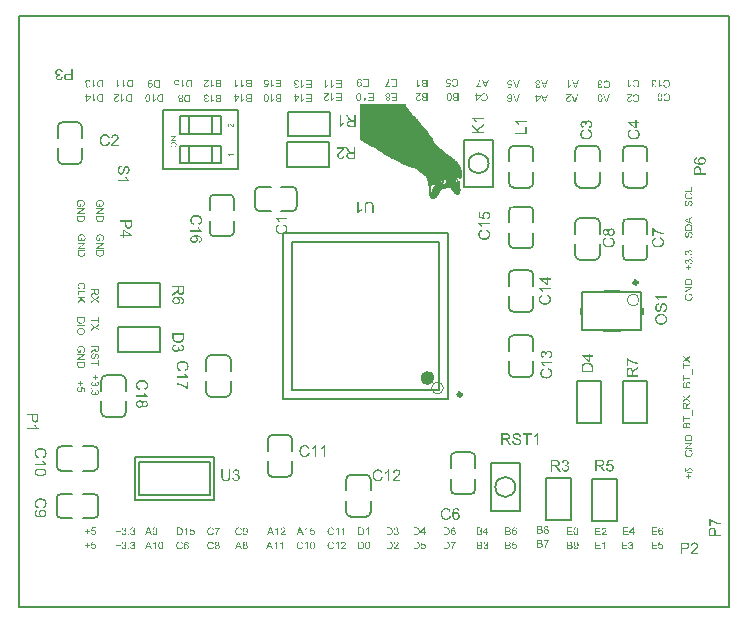
<source format=gto>
G04*
G04 #@! TF.GenerationSoftware,Altium Limited,Altium Designer,20.0.13 (296)*
G04*
G04 Layer_Color=65535*
%FSLAX24Y24*%
%MOIN*%
G70*
G01*
G75*
%ADD10C,0.0079*%
%ADD11C,0.0118*%
%ADD12C,0.0059*%
%ADD13C,0.0236*%
%ADD14C,0.0005*%
%ADD15C,0.0080*%
%ADD16C,0.0039*%
G36*
X22366Y4627D02*
X22369Y4627D01*
X22372Y4627D01*
X22376Y4626D01*
X22380Y4625D01*
X22390Y4623D01*
X22400Y4619D01*
X22405Y4617D01*
X22410Y4614D01*
X22415Y4611D01*
X22419Y4608D01*
X22420Y4607D01*
X22421Y4607D01*
X22422Y4605D01*
X22424Y4603D01*
X22426Y4601D01*
X22429Y4598D01*
X22432Y4594D01*
X22435Y4590D01*
X22438Y4586D01*
X22440Y4581D01*
X22443Y4575D01*
X22445Y4570D01*
X22447Y4563D01*
X22449Y4557D01*
X22450Y4549D01*
X22450Y4542D01*
Y4538D01*
X22450Y4536D01*
X22449Y4533D01*
X22449Y4530D01*
X22449Y4526D01*
X22447Y4522D01*
X22445Y4512D01*
X22442Y4503D01*
X22440Y4499D01*
X22437Y4494D01*
X22434Y4490D01*
X22431Y4485D01*
X22431Y4485D01*
X22430Y4484D01*
X22429Y4483D01*
X22427Y4482D01*
X22426Y4480D01*
X22423Y4478D01*
X22421Y4476D01*
X22417Y4474D01*
X22414Y4472D01*
X22410Y4470D01*
X22401Y4466D01*
X22391Y4463D01*
X22386Y4462D01*
X22380Y4461D01*
X22377Y4493D01*
X22378D01*
X22378D01*
X22379Y4494D01*
X22381Y4494D01*
X22385Y4495D01*
X22391Y4496D01*
X22396Y4499D01*
X22402Y4502D01*
X22408Y4505D01*
X22413Y4510D01*
X22413Y4510D01*
X22415Y4512D01*
X22417Y4515D01*
X22419Y4519D01*
X22421Y4523D01*
X22423Y4528D01*
X22424Y4535D01*
X22425Y4542D01*
Y4544D01*
X22424Y4545D01*
X22424Y4550D01*
X22422Y4555D01*
X22421Y4561D01*
X22418Y4567D01*
X22413Y4574D01*
X22411Y4577D01*
X22408Y4579D01*
X22407Y4580D01*
X22407Y4580D01*
X22406Y4581D01*
X22405Y4582D01*
X22401Y4585D01*
X22396Y4587D01*
X22390Y4590D01*
X22382Y4593D01*
X22373Y4594D01*
X22368Y4595D01*
X22363D01*
X22363D01*
X22362D01*
X22360D01*
X22359Y4595D01*
X22356D01*
X22354Y4594D01*
X22348Y4593D01*
X22341Y4591D01*
X22334Y4589D01*
X22328Y4585D01*
X22322Y4580D01*
X22321D01*
X22321Y4579D01*
X22319Y4578D01*
X22316Y4574D01*
X22313Y4570D01*
X22311Y4564D01*
X22308Y4558D01*
X22307Y4550D01*
X22306Y4546D01*
Y4539D01*
X22306Y4536D01*
X22307Y4532D01*
X22308Y4528D01*
X22309Y4523D01*
X22311Y4519D01*
X22313Y4514D01*
X22313Y4514D01*
X22314Y4512D01*
X22316Y4510D01*
X22318Y4507D01*
X22320Y4504D01*
X22323Y4501D01*
X22327Y4498D01*
X22331Y4495D01*
X22327Y4466D01*
X22197Y4491D01*
Y4616D01*
X22227D01*
Y4515D01*
X22295Y4502D01*
X22294Y4502D01*
X22294Y4503D01*
X22293Y4504D01*
X22292Y4506D01*
X22291Y4508D01*
X22289Y4510D01*
X22287Y4516D01*
X22284Y4523D01*
X22281Y4531D01*
X22279Y4540D01*
X22279Y4545D01*
Y4553D01*
X22279Y4555D01*
X22279Y4558D01*
X22280Y4561D01*
X22280Y4565D01*
X22281Y4569D01*
X22284Y4577D01*
X22286Y4582D01*
X22288Y4587D01*
X22291Y4591D01*
X22294Y4596D01*
X22297Y4601D01*
X22301Y4605D01*
X22302Y4605D01*
X22303Y4606D01*
X22304Y4607D01*
X22305Y4609D01*
X22308Y4610D01*
X22311Y4612D01*
X22314Y4614D01*
X22318Y4617D01*
X22322Y4618D01*
X22326Y4621D01*
X22331Y4622D01*
X22336Y4624D01*
X22342Y4626D01*
X22348Y4627D01*
X22354Y4627D01*
X22360Y4628D01*
X22361D01*
X22362D01*
X22364D01*
X22366Y4627D01*
D02*
G37*
G36*
X22336Y4357D02*
X22405D01*
Y4328D01*
X22336D01*
Y4260D01*
X22307D01*
Y4328D01*
X22239D01*
Y4357D01*
X22307D01*
Y4426D01*
X22336D01*
Y4357D01*
D02*
G37*
G36*
X22326Y5740D02*
X22329D01*
X22336Y5739D01*
X22344Y5738D01*
X22352Y5737D01*
X22361Y5735D01*
X22370Y5733D01*
X22370D01*
X22371Y5733D01*
X22372Y5732D01*
X22373Y5732D01*
X22377Y5731D01*
X22382Y5728D01*
X22388Y5726D01*
X22394Y5723D01*
X22400Y5720D01*
X22406Y5716D01*
X22407Y5716D01*
X22408Y5714D01*
X22411Y5712D01*
X22414Y5709D01*
X22418Y5706D01*
X22422Y5702D01*
X22426Y5698D01*
X22429Y5693D01*
X22429Y5692D01*
X22430Y5691D01*
X22432Y5688D01*
X22434Y5685D01*
X22436Y5680D01*
X22438Y5675D01*
X22440Y5669D01*
X22442Y5663D01*
Y5662D01*
X22442Y5661D01*
X22442Y5660D01*
X22443Y5656D01*
X22443Y5651D01*
X22444Y5645D01*
X22445Y5638D01*
X22445Y5631D01*
X22446Y5622D01*
Y5532D01*
X22194D01*
Y5629D01*
X22194Y5635D01*
X22194Y5642D01*
X22195Y5650D01*
X22196Y5657D01*
X22197Y5663D01*
Y5664D01*
X22198Y5664D01*
Y5665D01*
X22198Y5667D01*
X22200Y5671D01*
X22201Y5676D01*
X22204Y5682D01*
X22207Y5688D01*
X22211Y5694D01*
X22216Y5700D01*
X22216Y5700D01*
X22216Y5701D01*
X22217Y5702D01*
X22218Y5703D01*
X22222Y5707D01*
X22227Y5711D01*
X22233Y5716D01*
X22241Y5721D01*
X22249Y5726D01*
X22259Y5730D01*
X22259D01*
X22260Y5730D01*
X22261Y5731D01*
X22263Y5731D01*
X22266Y5732D01*
X22269Y5733D01*
X22272Y5734D01*
X22276Y5735D01*
X22280Y5736D01*
X22285Y5737D01*
X22295Y5739D01*
X22306Y5740D01*
X22319Y5740D01*
X22319D01*
X22320D01*
X22322D01*
X22323D01*
X22326Y5740D01*
D02*
G37*
G36*
X22446Y5441D02*
X22248Y5309D01*
X22446D01*
Y5277D01*
X22194D01*
Y5312D01*
X22392Y5444D01*
X22194D01*
Y5476D01*
X22446D01*
Y5441D01*
D02*
G37*
G36*
X22411Y5228D02*
X22411Y5228D01*
X22413Y5226D01*
X22414Y5224D01*
X22415Y5222D01*
X22417Y5219D01*
X22419Y5216D01*
X22422Y5213D01*
X22426Y5205D01*
X22431Y5197D01*
X22436Y5187D01*
X22440Y5178D01*
Y5177D01*
X22441Y5177D01*
X22441Y5175D01*
X22442Y5173D01*
X22442Y5171D01*
X22443Y5168D01*
X22444Y5165D01*
X22445Y5161D01*
X22447Y5153D01*
X22449Y5144D01*
X22450Y5134D01*
X22450Y5124D01*
Y5120D01*
X22450Y5118D01*
Y5115D01*
X22449Y5111D01*
X22449Y5106D01*
X22448Y5102D01*
X22446Y5091D01*
X22443Y5080D01*
X22439Y5068D01*
X22437Y5062D01*
X22434Y5056D01*
X22434Y5056D01*
X22434Y5055D01*
X22433Y5054D01*
X22431Y5051D01*
X22430Y5049D01*
X22428Y5046D01*
X22423Y5039D01*
X22416Y5032D01*
X22408Y5024D01*
X22399Y5017D01*
X22388Y5011D01*
X22388D01*
X22387Y5010D01*
X22386Y5009D01*
X22383Y5008D01*
X22380Y5007D01*
X22377Y5006D01*
X22373Y5004D01*
X22369Y5003D01*
X22364Y5001D01*
X22359Y5000D01*
X22353Y4999D01*
X22347Y4998D01*
X22335Y4996D01*
X22321Y4995D01*
X22321D01*
X22319D01*
X22318D01*
X22315Y4996D01*
X22312D01*
X22308Y4996D01*
X22304Y4997D01*
X22299Y4997D01*
X22294Y4998D01*
X22288Y4999D01*
X22277Y5002D01*
X22265Y5005D01*
X22253Y5011D01*
X22252Y5011D01*
X22251Y5011D01*
X22250Y5012D01*
X22248Y5013D01*
X22245Y5015D01*
X22242Y5017D01*
X22235Y5022D01*
X22227Y5028D01*
X22219Y5036D01*
X22212Y5044D01*
X22208Y5050D01*
X22205Y5055D01*
X22205Y5055D01*
X22204Y5056D01*
X22204Y5058D01*
X22202Y5060D01*
X22201Y5063D01*
X22200Y5066D01*
X22198Y5070D01*
X22197Y5074D01*
X22196Y5079D01*
X22194Y5084D01*
X22193Y5089D01*
X22192Y5095D01*
X22190Y5108D01*
X22189Y5114D01*
Y5126D01*
X22190Y5128D01*
Y5131D01*
X22190Y5138D01*
X22192Y5146D01*
X22193Y5154D01*
X22196Y5162D01*
X22198Y5171D01*
Y5171D01*
X22199Y5172D01*
X22199Y5173D01*
X22200Y5174D01*
X22202Y5178D01*
X22205Y5183D01*
X22208Y5189D01*
X22213Y5195D01*
X22217Y5200D01*
X22223Y5205D01*
X22224Y5206D01*
X22226Y5207D01*
X22229Y5210D01*
X22234Y5213D01*
X22240Y5215D01*
X22247Y5219D01*
X22255Y5222D01*
X22264Y5225D01*
X22272Y5194D01*
X22272D01*
X22272Y5194D01*
X22271Y5194D01*
X22269Y5193D01*
X22266Y5192D01*
X22261Y5191D01*
X22256Y5189D01*
X22252Y5186D01*
X22247Y5183D01*
X22242Y5180D01*
X22242Y5180D01*
X22240Y5179D01*
X22239Y5177D01*
X22236Y5174D01*
X22233Y5171D01*
X22230Y5166D01*
X22227Y5162D01*
X22225Y5156D01*
X22224Y5155D01*
X22224Y5154D01*
X22222Y5150D01*
X22221Y5146D01*
X22220Y5141D01*
X22219Y5135D01*
X22218Y5128D01*
X22218Y5122D01*
Y5118D01*
X22218Y5116D01*
Y5114D01*
X22218Y5108D01*
X22220Y5102D01*
X22221Y5095D01*
X22222Y5088D01*
X22225Y5082D01*
X22225Y5081D01*
X22226Y5079D01*
X22228Y5076D01*
X22230Y5072D01*
X22233Y5068D01*
X22236Y5063D01*
X22239Y5059D01*
X22243Y5055D01*
X22244Y5055D01*
X22245Y5053D01*
X22248Y5051D01*
X22251Y5049D01*
X22254Y5047D01*
X22259Y5044D01*
X22263Y5041D01*
X22268Y5039D01*
X22269D01*
X22269Y5039D01*
X22271Y5038D01*
X22272Y5037D01*
X22275Y5037D01*
X22277Y5036D01*
X22280Y5035D01*
X22283Y5034D01*
X22291Y5032D01*
X22300Y5031D01*
X22309Y5030D01*
X22319Y5029D01*
X22319D01*
X22320D01*
X22322D01*
X22324Y5030D01*
X22327D01*
X22331Y5030D01*
X22335Y5031D01*
X22339Y5031D01*
X22348Y5032D01*
X22357Y5034D01*
X22367Y5037D01*
X22376Y5041D01*
X22376D01*
X22377Y5041D01*
X22378Y5042D01*
X22379Y5043D01*
X22383Y5045D01*
X22388Y5050D01*
X22394Y5054D01*
X22399Y5060D01*
X22404Y5067D01*
X22409Y5075D01*
Y5075D01*
X22410Y5076D01*
X22410Y5077D01*
X22411Y5079D01*
X22412Y5080D01*
X22413Y5083D01*
X22415Y5089D01*
X22417Y5096D01*
X22418Y5104D01*
X22420Y5113D01*
X22420Y5122D01*
Y5126D01*
X22420Y5128D01*
Y5130D01*
X22419Y5135D01*
X22418Y5142D01*
X22417Y5149D01*
X22415Y5157D01*
X22412Y5164D01*
Y5165D01*
X22412Y5165D01*
X22411Y5166D01*
X22411Y5167D01*
X22409Y5171D01*
X22407Y5176D01*
X22404Y5181D01*
X22401Y5186D01*
X22398Y5191D01*
X22394Y5196D01*
X22347D01*
Y5122D01*
X22317D01*
Y5229D01*
X22411D01*
X22411Y5228D01*
D02*
G37*
G36*
X22380Y7021D02*
X22291Y6957D01*
X22290Y6957D01*
X22289Y6956D01*
X22288Y6955D01*
X22286Y6954D01*
X22281Y6950D01*
X22275Y6947D01*
X22276Y6946D01*
X22277Y6945D01*
X22279Y6944D01*
X22282Y6942D01*
X22288Y6938D01*
X22291Y6936D01*
X22293Y6935D01*
X22380Y6871D01*
Y6831D01*
X22250Y6928D01*
X22128Y6842D01*
Y6882D01*
X22193Y6928D01*
X22193D01*
X22194Y6929D01*
X22195Y6929D01*
X22196Y6930D01*
X22200Y6933D01*
X22204Y6936D01*
X22209Y6939D01*
X22214Y6942D01*
X22219Y6945D01*
X22224Y6948D01*
X22223Y6948D01*
X22221Y6949D01*
X22218Y6951D01*
X22215Y6954D01*
X22211Y6957D01*
X22206Y6960D01*
X22201Y6964D01*
X22195Y6968D01*
X22128Y7018D01*
Y7055D01*
X22248Y6967D01*
X22380Y7062D01*
Y7021D01*
D02*
G37*
G36*
Y6783D02*
X22328Y6750D01*
X22327D01*
X22327Y6749D01*
X22326Y6748D01*
X22324Y6747D01*
X22320Y6745D01*
X22315Y6741D01*
X22310Y6737D01*
X22304Y6733D01*
X22298Y6729D01*
X22293Y6726D01*
X22293Y6725D01*
X22291Y6724D01*
X22289Y6722D01*
X22287Y6720D01*
X22281Y6714D01*
X22279Y6712D01*
X22276Y6709D01*
X22276Y6708D01*
X22276Y6708D01*
X22275Y6706D01*
X22274Y6704D01*
X22273Y6702D01*
X22272Y6699D01*
X22270Y6693D01*
Y6693D01*
X22269Y6692D01*
Y6691D01*
X22269Y6689D01*
X22269Y6686D01*
Y6684D01*
X22268Y6680D01*
Y6637D01*
X22380D01*
Y6603D01*
X22128D01*
Y6720D01*
X22129Y6723D01*
Y6726D01*
X22129Y6734D01*
X22130Y6742D01*
X22131Y6751D01*
X22133Y6759D01*
X22134Y6763D01*
X22135Y6766D01*
Y6766D01*
X22136Y6767D01*
X22137Y6769D01*
X22138Y6772D01*
X22141Y6776D01*
X22144Y6780D01*
X22148Y6785D01*
X22153Y6789D01*
X22159Y6794D01*
X22160D01*
X22160Y6794D01*
X22162Y6796D01*
X22166Y6797D01*
X22170Y6799D01*
X22176Y6801D01*
X22182Y6803D01*
X22189Y6804D01*
X22197Y6804D01*
X22197D01*
X22198D01*
X22200D01*
X22201Y6804D01*
X22204D01*
X22206Y6804D01*
X22213Y6802D01*
X22220Y6800D01*
X22228Y6797D01*
X22235Y6793D01*
X22239Y6790D01*
X22243Y6787D01*
X22243Y6787D01*
X22243Y6786D01*
X22244Y6785D01*
X22245Y6784D01*
X22247Y6782D01*
X22248Y6780D01*
X22250Y6777D01*
X22252Y6774D01*
X22254Y6770D01*
X22256Y6766D01*
X22258Y6762D01*
X22260Y6757D01*
X22261Y6752D01*
X22263Y6746D01*
X22264Y6740D01*
X22265Y6733D01*
X22266Y6734D01*
X22267Y6736D01*
X22268Y6738D01*
X22269Y6741D01*
X22273Y6747D01*
X22276Y6751D01*
X22278Y6753D01*
X22279Y6754D01*
X22281Y6756D01*
X22284Y6759D01*
X22287Y6763D01*
X22292Y6767D01*
X22298Y6771D01*
X22304Y6776D01*
X22312Y6781D01*
X22380Y6824D01*
Y6783D01*
D02*
G37*
G36*
X22450Y6374D02*
X22428D01*
Y6579D01*
X22450D01*
Y6374D01*
D02*
G37*
G36*
X22158Y6289D02*
X22380D01*
Y6256D01*
X22158D01*
Y6173D01*
X22128D01*
Y6372D01*
X22158D01*
Y6289D01*
D02*
G37*
G36*
X22313Y6146D02*
X22318Y6145D01*
X22323Y6144D01*
X22328Y6143D01*
X22334Y6141D01*
X22340Y6138D01*
X22341Y6138D01*
X22343Y6137D01*
X22345Y6135D01*
X22349Y6133D01*
X22352Y6130D01*
X22356Y6127D01*
X22360Y6124D01*
X22364Y6120D01*
X22364Y6119D01*
X22365Y6118D01*
X22367Y6115D01*
X22368Y6112D01*
X22370Y6108D01*
X22372Y6103D01*
X22374Y6098D01*
X22376Y6092D01*
Y6091D01*
X22377Y6089D01*
X22377Y6086D01*
X22378Y6081D01*
X22379Y6075D01*
X22379Y6068D01*
X22380Y6060D01*
X22380Y6052D01*
Y5956D01*
X22128D01*
Y6055D01*
X22129Y6057D01*
Y6060D01*
X22129Y6067D01*
X22130Y6074D01*
X22132Y6082D01*
X22133Y6089D01*
X22136Y6096D01*
Y6096D01*
X22136Y6097D01*
X22137Y6099D01*
X22139Y6102D01*
X22142Y6106D01*
X22145Y6110D01*
X22149Y6115D01*
X22154Y6119D01*
X22160Y6123D01*
X22160Y6124D01*
X22162Y6125D01*
X22165Y6127D01*
X22170Y6128D01*
X22175Y6130D01*
X22180Y6132D01*
X22186Y6133D01*
X22193Y6134D01*
X22193D01*
X22195D01*
X22198Y6133D01*
X22202Y6132D01*
X22207Y6131D01*
X22212Y6130D01*
X22217Y6127D01*
X22223Y6124D01*
X22224Y6124D01*
X22225Y6123D01*
X22228Y6121D01*
X22231Y6118D01*
X22235Y6114D01*
X22239Y6110D01*
X22242Y6104D01*
X22246Y6098D01*
Y6099D01*
X22246Y6099D01*
X22247Y6100D01*
X22247Y6102D01*
X22249Y6106D01*
X22251Y6111D01*
X22255Y6117D01*
X22259Y6123D01*
X22263Y6128D01*
X22269Y6134D01*
X22270Y6134D01*
X22272Y6135D01*
X22275Y6138D01*
X22280Y6140D01*
X22285Y6142D01*
X22292Y6144D01*
X22299Y6146D01*
X22307Y6146D01*
X22307D01*
X22308D01*
X22310D01*
X22313Y6146D01*
D02*
G37*
G36*
X22380Y8335D02*
X22291Y8271D01*
X22290Y8271D01*
X22289Y8270D01*
X22288Y8269D01*
X22286Y8268D01*
X22281Y8265D01*
X22275Y8261D01*
X22276Y8261D01*
X22277Y8260D01*
X22279Y8258D01*
X22282Y8256D01*
X22288Y8252D01*
X22291Y8250D01*
X22293Y8249D01*
X22380Y8185D01*
Y8145D01*
X22250Y8242D01*
X22128Y8156D01*
Y8196D01*
X22193Y8242D01*
X22193D01*
X22194Y8243D01*
X22195Y8243D01*
X22196Y8245D01*
X22200Y8247D01*
X22204Y8250D01*
X22209Y8253D01*
X22214Y8257D01*
X22219Y8260D01*
X22224Y8262D01*
X22223Y8262D01*
X22221Y8264D01*
X22218Y8265D01*
X22215Y8268D01*
X22211Y8271D01*
X22206Y8274D01*
X22201Y8278D01*
X22195Y8282D01*
X22128Y8333D01*
Y8369D01*
X22248Y8282D01*
X22380Y8376D01*
Y8335D01*
D02*
G37*
G36*
X22158Y8053D02*
X22380D01*
Y8020D01*
X22158D01*
Y7937D01*
X22128D01*
Y8136D01*
X22158D01*
Y8053D01*
D02*
G37*
G36*
X22450Y7727D02*
X22428D01*
Y7932D01*
X22450D01*
Y7727D01*
D02*
G37*
G36*
X22158Y7643D02*
X22380D01*
Y7609D01*
X22158D01*
Y7526D01*
X22128D01*
Y7726D01*
X22158D01*
Y7643D01*
D02*
G37*
G36*
X22313Y7499D02*
X22318Y7498D01*
X22323Y7497D01*
X22328Y7496D01*
X22334Y7494D01*
X22340Y7491D01*
X22341Y7491D01*
X22343Y7490D01*
X22345Y7489D01*
X22349Y7486D01*
X22352Y7483D01*
X22356Y7481D01*
X22360Y7477D01*
X22364Y7473D01*
X22364Y7473D01*
X22365Y7471D01*
X22367Y7469D01*
X22368Y7465D01*
X22370Y7461D01*
X22372Y7457D01*
X22374Y7451D01*
X22376Y7445D01*
Y7445D01*
X22377Y7442D01*
X22377Y7439D01*
X22378Y7434D01*
X22379Y7428D01*
X22379Y7421D01*
X22380Y7414D01*
X22380Y7405D01*
Y7309D01*
X22128D01*
Y7408D01*
X22129Y7410D01*
Y7413D01*
X22129Y7420D01*
X22130Y7427D01*
X22132Y7435D01*
X22133Y7442D01*
X22136Y7449D01*
Y7450D01*
X22136Y7450D01*
X22137Y7452D01*
X22139Y7455D01*
X22142Y7459D01*
X22145Y7463D01*
X22149Y7468D01*
X22154Y7473D01*
X22160Y7477D01*
X22160Y7477D01*
X22162Y7478D01*
X22165Y7480D01*
X22170Y7482D01*
X22175Y7483D01*
X22180Y7485D01*
X22186Y7486D01*
X22193Y7487D01*
X22193D01*
X22195D01*
X22198Y7486D01*
X22202Y7486D01*
X22207Y7485D01*
X22212Y7483D01*
X22217Y7481D01*
X22223Y7478D01*
X22224Y7477D01*
X22225Y7476D01*
X22228Y7474D01*
X22231Y7471D01*
X22235Y7467D01*
X22239Y7463D01*
X22242Y7458D01*
X22246Y7451D01*
Y7452D01*
X22246Y7453D01*
X22247Y7454D01*
X22247Y7455D01*
X22249Y7459D01*
X22251Y7465D01*
X22255Y7470D01*
X22259Y7476D01*
X22263Y7482D01*
X22269Y7487D01*
X22270Y7487D01*
X22272Y7489D01*
X22275Y7491D01*
X22280Y7493D01*
X22285Y7495D01*
X22292Y7497D01*
X22299Y7499D01*
X22307Y7499D01*
X22307D01*
X22308D01*
X22310D01*
X22313Y7499D01*
D02*
G37*
G36*
X22326Y10944D02*
X22329D01*
X22336Y10944D01*
X22344Y10943D01*
X22352Y10942D01*
X22361Y10940D01*
X22370Y10938D01*
X22370D01*
X22371Y10937D01*
X22372Y10937D01*
X22373Y10937D01*
X22377Y10935D01*
X22382Y10933D01*
X22388Y10931D01*
X22394Y10928D01*
X22400Y10924D01*
X22406Y10921D01*
X22407Y10920D01*
X22408Y10919D01*
X22411Y10917D01*
X22414Y10914D01*
X22418Y10911D01*
X22422Y10907D01*
X22426Y10903D01*
X22429Y10898D01*
X22429Y10897D01*
X22430Y10896D01*
X22432Y10893D01*
X22434Y10889D01*
X22436Y10885D01*
X22438Y10880D01*
X22440Y10874D01*
X22442Y10868D01*
Y10867D01*
X22442Y10866D01*
X22442Y10865D01*
X22443Y10861D01*
X22443Y10856D01*
X22444Y10850D01*
X22445Y10843D01*
X22445Y10836D01*
X22446Y10827D01*
Y10737D01*
X22194D01*
Y10833D01*
X22194Y10840D01*
X22194Y10847D01*
X22195Y10854D01*
X22196Y10862D01*
X22197Y10868D01*
Y10868D01*
X22198Y10869D01*
Y10870D01*
X22198Y10872D01*
X22200Y10876D01*
X22201Y10881D01*
X22204Y10886D01*
X22207Y10893D01*
X22211Y10899D01*
X22216Y10905D01*
X22216Y10905D01*
X22216Y10905D01*
X22217Y10907D01*
X22218Y10908D01*
X22222Y10912D01*
X22227Y10916D01*
X22233Y10921D01*
X22241Y10926D01*
X22249Y10931D01*
X22259Y10935D01*
X22259D01*
X22260Y10935D01*
X22261Y10936D01*
X22263Y10936D01*
X22266Y10937D01*
X22269Y10938D01*
X22272Y10939D01*
X22276Y10940D01*
X22280Y10941D01*
X22285Y10941D01*
X22295Y10943D01*
X22306Y10944D01*
X22319Y10945D01*
X22319D01*
X22320D01*
X22322D01*
X22323D01*
X22326Y10944D01*
D02*
G37*
G36*
X22446Y10646D02*
X22248Y10514D01*
X22446D01*
Y10482D01*
X22194D01*
Y10516D01*
X22392Y10648D01*
X22194D01*
Y10680D01*
X22446D01*
Y10646D01*
D02*
G37*
G36*
X22411Y10433D02*
X22411Y10432D01*
X22413Y10431D01*
X22414Y10429D01*
X22415Y10427D01*
X22417Y10424D01*
X22419Y10421D01*
X22422Y10418D01*
X22426Y10410D01*
X22431Y10401D01*
X22436Y10392D01*
X22440Y10382D01*
Y10382D01*
X22441Y10381D01*
X22441Y10380D01*
X22442Y10378D01*
X22442Y10375D01*
X22443Y10373D01*
X22444Y10369D01*
X22445Y10366D01*
X22447Y10358D01*
X22449Y10349D01*
X22450Y10339D01*
X22450Y10329D01*
Y10325D01*
X22450Y10323D01*
Y10319D01*
X22449Y10315D01*
X22449Y10311D01*
X22448Y10306D01*
X22446Y10296D01*
X22443Y10284D01*
X22439Y10273D01*
X22437Y10267D01*
X22434Y10261D01*
X22434Y10261D01*
X22434Y10260D01*
X22433Y10258D01*
X22431Y10256D01*
X22430Y10254D01*
X22428Y10251D01*
X22423Y10244D01*
X22416Y10237D01*
X22408Y10229D01*
X22399Y10222D01*
X22388Y10215D01*
X22388D01*
X22387Y10215D01*
X22386Y10214D01*
X22383Y10213D01*
X22380Y10212D01*
X22377Y10211D01*
X22373Y10209D01*
X22369Y10208D01*
X22364Y10206D01*
X22359Y10205D01*
X22353Y10204D01*
X22347Y10203D01*
X22335Y10201D01*
X22321Y10200D01*
X22321D01*
X22319D01*
X22318D01*
X22315Y10200D01*
X22312D01*
X22308Y10201D01*
X22304Y10201D01*
X22299Y10202D01*
X22294Y10203D01*
X22288Y10204D01*
X22277Y10207D01*
X22265Y10210D01*
X22253Y10215D01*
X22252Y10216D01*
X22251Y10216D01*
X22250Y10217D01*
X22248Y10218D01*
X22245Y10220D01*
X22242Y10221D01*
X22235Y10227D01*
X22227Y10233D01*
X22219Y10240D01*
X22212Y10249D01*
X22208Y10254D01*
X22205Y10259D01*
X22205Y10260D01*
X22204Y10261D01*
X22204Y10262D01*
X22202Y10264D01*
X22201Y10267D01*
X22200Y10271D01*
X22198Y10274D01*
X22197Y10279D01*
X22196Y10283D01*
X22194Y10288D01*
X22193Y10294D01*
X22192Y10300D01*
X22190Y10312D01*
X22189Y10319D01*
Y10331D01*
X22190Y10333D01*
Y10336D01*
X22190Y10343D01*
X22192Y10350D01*
X22193Y10358D01*
X22196Y10367D01*
X22198Y10375D01*
Y10376D01*
X22199Y10377D01*
X22199Y10378D01*
X22200Y10379D01*
X22202Y10383D01*
X22205Y10388D01*
X22208Y10394D01*
X22213Y10399D01*
X22217Y10405D01*
X22223Y10410D01*
X22224Y10411D01*
X22226Y10412D01*
X22229Y10414D01*
X22234Y10417D01*
X22240Y10420D01*
X22247Y10424D01*
X22255Y10427D01*
X22264Y10429D01*
X22272Y10399D01*
X22272D01*
X22272Y10399D01*
X22271Y10398D01*
X22269Y10398D01*
X22266Y10397D01*
X22261Y10395D01*
X22256Y10393D01*
X22252Y10391D01*
X22247Y10388D01*
X22242Y10385D01*
X22242Y10385D01*
X22240Y10383D01*
X22239Y10381D01*
X22236Y10379D01*
X22233Y10375D01*
X22230Y10371D01*
X22227Y10366D01*
X22225Y10361D01*
X22224Y10360D01*
X22224Y10358D01*
X22222Y10355D01*
X22221Y10351D01*
X22220Y10346D01*
X22219Y10340D01*
X22218Y10333D01*
X22218Y10326D01*
Y10322D01*
X22218Y10320D01*
Y10318D01*
X22218Y10313D01*
X22220Y10307D01*
X22221Y10300D01*
X22222Y10293D01*
X22225Y10287D01*
X22225Y10286D01*
X22226Y10284D01*
X22228Y10281D01*
X22230Y10277D01*
X22233Y10273D01*
X22236Y10268D01*
X22239Y10264D01*
X22243Y10260D01*
X22244Y10259D01*
X22245Y10258D01*
X22248Y10256D01*
X22251Y10254D01*
X22254Y10251D01*
X22259Y10249D01*
X22263Y10246D01*
X22268Y10244D01*
X22269D01*
X22269Y10243D01*
X22271Y10243D01*
X22272Y10242D01*
X22275Y10242D01*
X22277Y10241D01*
X22280Y10240D01*
X22283Y10239D01*
X22291Y10237D01*
X22300Y10236D01*
X22309Y10235D01*
X22319Y10234D01*
X22319D01*
X22320D01*
X22322D01*
X22324Y10235D01*
X22327D01*
X22331Y10235D01*
X22335Y10235D01*
X22339Y10236D01*
X22348Y10237D01*
X22357Y10239D01*
X22367Y10242D01*
X22376Y10245D01*
X22376D01*
X22377Y10246D01*
X22378Y10247D01*
X22379Y10248D01*
X22383Y10250D01*
X22388Y10254D01*
X22394Y10259D01*
X22399Y10265D01*
X22404Y10272D01*
X22409Y10279D01*
Y10280D01*
X22410Y10280D01*
X22410Y10282D01*
X22411Y10283D01*
X22412Y10285D01*
X22413Y10288D01*
X22415Y10294D01*
X22417Y10301D01*
X22418Y10309D01*
X22420Y10318D01*
X22420Y10327D01*
Y10330D01*
X22420Y10332D01*
Y10335D01*
X22419Y10340D01*
X22418Y10347D01*
X22417Y10354D01*
X22415Y10361D01*
X22412Y10369D01*
Y10369D01*
X22412Y10370D01*
X22411Y10371D01*
X22411Y10372D01*
X22409Y10376D01*
X22407Y10381D01*
X22404Y10386D01*
X22401Y10391D01*
X22398Y10396D01*
X22394Y10401D01*
X22347D01*
Y10326D01*
X22317D01*
Y10433D01*
X22411D01*
X22411Y10433D01*
D02*
G37*
G36*
X22377Y11887D02*
X22380Y11887D01*
X22383Y11886D01*
X22387Y11885D01*
X22391Y11885D01*
X22399Y11882D01*
X22404Y11880D01*
X22408Y11877D01*
X22413Y11874D01*
X22418Y11871D01*
X22423Y11867D01*
X22427Y11863D01*
X22427Y11863D01*
X22428Y11862D01*
X22429Y11861D01*
X22431Y11859D01*
X22433Y11857D01*
X22434Y11854D01*
X22437Y11850D01*
X22438Y11846D01*
X22441Y11842D01*
X22443Y11838D01*
X22445Y11833D01*
X22446Y11827D01*
X22448Y11822D01*
X22449Y11815D01*
X22450Y11809D01*
X22450Y11802D01*
Y11799D01*
X22450Y11797D01*
X22449Y11794D01*
X22449Y11791D01*
X22448Y11787D01*
X22447Y11783D01*
X22445Y11774D01*
X22442Y11765D01*
X22439Y11760D01*
X22437Y11756D01*
X22434Y11752D01*
X22430Y11747D01*
X22430Y11747D01*
X22429Y11746D01*
X22428Y11745D01*
X22427Y11744D01*
X22425Y11742D01*
X22422Y11740D01*
X22420Y11738D01*
X22417Y11736D01*
X22413Y11734D01*
X22409Y11732D01*
X22401Y11728D01*
X22390Y11724D01*
X22385Y11723D01*
X22379Y11723D01*
X22375Y11754D01*
X22375D01*
X22376Y11754D01*
X22378Y11754D01*
X22379Y11755D01*
X22382Y11755D01*
X22384Y11756D01*
X22390Y11758D01*
X22396Y11760D01*
X22402Y11763D01*
X22408Y11767D01*
X22413Y11771D01*
X22414Y11772D01*
X22415Y11774D01*
X22417Y11776D01*
X22419Y11780D01*
X22421Y11784D01*
X22423Y11790D01*
X22424Y11796D01*
X22425Y11803D01*
Y11805D01*
X22424Y11806D01*
X22424Y11810D01*
X22423Y11815D01*
X22421Y11821D01*
X22418Y11827D01*
X22415Y11834D01*
X22410Y11839D01*
X22409Y11840D01*
X22407Y11842D01*
X22403Y11844D01*
X22399Y11847D01*
X22394Y11850D01*
X22387Y11852D01*
X22380Y11854D01*
X22372Y11855D01*
X22372D01*
X22371D01*
X22370D01*
X22368Y11854D01*
X22364Y11854D01*
X22360Y11853D01*
X22354Y11851D01*
X22348Y11849D01*
X22342Y11845D01*
X22337Y11841D01*
X22336Y11840D01*
X22335Y11838D01*
X22332Y11835D01*
X22330Y11831D01*
X22327Y11826D01*
X22325Y11820D01*
X22324Y11813D01*
X22323Y11805D01*
Y11802D01*
X22323Y11799D01*
X22324Y11796D01*
X22324Y11793D01*
X22325Y11788D01*
X22326Y11783D01*
X22299Y11787D01*
Y11789D01*
X22299Y11790D01*
Y11795D01*
X22299Y11799D01*
X22298Y11804D01*
X22297Y11809D01*
X22295Y11815D01*
X22292Y11821D01*
X22289Y11827D01*
Y11828D01*
X22289Y11828D01*
X22287Y11830D01*
X22285Y11833D01*
X22281Y11835D01*
X22277Y11838D01*
X22271Y11841D01*
X22265Y11843D01*
X22261Y11843D01*
X22257D01*
X22257D01*
X22257D01*
X22255D01*
X22252Y11843D01*
X22248Y11842D01*
X22243Y11841D01*
X22239Y11839D01*
X22234Y11836D01*
X22229Y11832D01*
X22229Y11831D01*
X22228Y11830D01*
X22226Y11827D01*
X22224Y11824D01*
X22222Y11819D01*
X22220Y11814D01*
X22218Y11809D01*
X22218Y11802D01*
Y11799D01*
X22219Y11796D01*
X22220Y11791D01*
X22221Y11787D01*
X22223Y11782D01*
X22226Y11777D01*
X22229Y11772D01*
X22230Y11772D01*
X22232Y11770D01*
X22234Y11768D01*
X22238Y11766D01*
X22243Y11763D01*
X22248Y11760D01*
X22255Y11758D01*
X22263Y11757D01*
X22258Y11726D01*
X22257D01*
X22256Y11726D01*
X22255Y11727D01*
X22253Y11727D01*
X22250Y11728D01*
X22247Y11729D01*
X22240Y11731D01*
X22232Y11735D01*
X22224Y11739D01*
X22217Y11744D01*
X22210Y11751D01*
X22209Y11752D01*
X22209Y11752D01*
X22208Y11754D01*
X22207Y11755D01*
X22206Y11757D01*
X22204Y11759D01*
X22203Y11762D01*
X22201Y11765D01*
X22198Y11772D01*
X22195Y11781D01*
X22193Y11791D01*
X22193Y11796D01*
Y11805D01*
X22193Y11809D01*
X22194Y11814D01*
X22195Y11819D01*
X22197Y11826D01*
X22199Y11833D01*
X22202Y11839D01*
Y11839D01*
X22202Y11840D01*
X22203Y11842D01*
X22205Y11845D01*
X22208Y11849D01*
X22212Y11853D01*
X22216Y11858D01*
X22220Y11862D01*
X22226Y11866D01*
X22227Y11866D01*
X22228Y11867D01*
X22232Y11869D01*
X22236Y11870D01*
X22240Y11872D01*
X22246Y11874D01*
X22252Y11875D01*
X22258Y11875D01*
X22259D01*
X22261D01*
X22264Y11875D01*
X22268Y11874D01*
X22273Y11873D01*
X22278Y11871D01*
X22283Y11869D01*
X22288Y11866D01*
X22289Y11866D01*
X22290Y11865D01*
X22293Y11862D01*
X22296Y11859D01*
X22299Y11856D01*
X22303Y11851D01*
X22306Y11846D01*
X22309Y11840D01*
Y11841D01*
X22310Y11841D01*
X22310Y11842D01*
X22310Y11844D01*
X22312Y11848D01*
X22314Y11853D01*
X22317Y11859D01*
X22320Y11865D01*
X22325Y11870D01*
X22331Y11875D01*
X22331Y11875D01*
X22334Y11877D01*
X22337Y11879D01*
X22342Y11881D01*
X22348Y11883D01*
X22355Y11886D01*
X22363Y11887D01*
X22371Y11888D01*
X22372D01*
X22373D01*
X22375D01*
X22377Y11887D01*
D02*
G37*
G36*
X22446Y11642D02*
X22410D01*
Y11677D01*
X22446D01*
Y11642D01*
D02*
G37*
G36*
X22377Y11593D02*
X22380Y11593D01*
X22383Y11592D01*
X22387Y11592D01*
X22391Y11591D01*
X22399Y11588D01*
X22404Y11586D01*
X22408Y11584D01*
X22413Y11581D01*
X22418Y11577D01*
X22423Y11574D01*
X22427Y11569D01*
X22427Y11569D01*
X22428Y11568D01*
X22429Y11567D01*
X22431Y11565D01*
X22433Y11563D01*
X22434Y11560D01*
X22437Y11557D01*
X22438Y11553D01*
X22441Y11549D01*
X22443Y11544D01*
X22445Y11539D01*
X22446Y11534D01*
X22448Y11528D01*
X22449Y11522D01*
X22450Y11516D01*
X22450Y11509D01*
Y11505D01*
X22450Y11503D01*
X22449Y11500D01*
X22449Y11497D01*
X22448Y11493D01*
X22447Y11489D01*
X22445Y11481D01*
X22442Y11471D01*
X22439Y11467D01*
X22437Y11462D01*
X22434Y11458D01*
X22430Y11454D01*
X22430Y11453D01*
X22429Y11453D01*
X22428Y11451D01*
X22427Y11450D01*
X22425Y11449D01*
X22422Y11447D01*
X22420Y11445D01*
X22417Y11442D01*
X22413Y11440D01*
X22409Y11438D01*
X22401Y11434D01*
X22390Y11431D01*
X22385Y11430D01*
X22379Y11429D01*
X22375Y11460D01*
X22375D01*
X22376Y11460D01*
X22378Y11461D01*
X22379Y11461D01*
X22382Y11461D01*
X22384Y11462D01*
X22390Y11464D01*
X22396Y11466D01*
X22402Y11470D01*
X22408Y11473D01*
X22413Y11478D01*
X22414Y11478D01*
X22415Y11480D01*
X22417Y11483D01*
X22419Y11486D01*
X22421Y11491D01*
X22423Y11496D01*
X22424Y11502D01*
X22425Y11509D01*
Y11511D01*
X22424Y11513D01*
X22424Y11517D01*
X22423Y11522D01*
X22421Y11528D01*
X22418Y11534D01*
X22415Y11540D01*
X22410Y11546D01*
X22409Y11546D01*
X22407Y11548D01*
X22403Y11550D01*
X22399Y11553D01*
X22394Y11556D01*
X22387Y11558D01*
X22380Y11560D01*
X22372Y11561D01*
X22372D01*
X22371D01*
X22370D01*
X22368Y11561D01*
X22364Y11560D01*
X22360Y11559D01*
X22354Y11558D01*
X22348Y11555D01*
X22342Y11552D01*
X22337Y11547D01*
X22336Y11546D01*
X22335Y11544D01*
X22332Y11541D01*
X22330Y11537D01*
X22327Y11532D01*
X22325Y11526D01*
X22324Y11519D01*
X22323Y11511D01*
Y11508D01*
X22323Y11506D01*
X22324Y11502D01*
X22324Y11499D01*
X22325Y11494D01*
X22326Y11490D01*
X22299Y11493D01*
Y11495D01*
X22299Y11497D01*
Y11501D01*
X22299Y11505D01*
X22298Y11510D01*
X22297Y11516D01*
X22295Y11522D01*
X22292Y11528D01*
X22289Y11534D01*
Y11534D01*
X22289Y11534D01*
X22287Y11536D01*
X22285Y11539D01*
X22281Y11542D01*
X22277Y11545D01*
X22271Y11547D01*
X22265Y11549D01*
X22261Y11550D01*
X22257D01*
X22257D01*
X22257D01*
X22255D01*
X22252Y11549D01*
X22248Y11548D01*
X22243Y11547D01*
X22239Y11545D01*
X22234Y11542D01*
X22229Y11538D01*
X22229Y11538D01*
X22228Y11536D01*
X22226Y11533D01*
X22224Y11530D01*
X22222Y11526D01*
X22220Y11521D01*
X22218Y11515D01*
X22218Y11508D01*
Y11505D01*
X22219Y11502D01*
X22220Y11498D01*
X22221Y11493D01*
X22223Y11488D01*
X22226Y11483D01*
X22229Y11478D01*
X22230Y11478D01*
X22232Y11477D01*
X22234Y11474D01*
X22238Y11472D01*
X22243Y11469D01*
X22248Y11467D01*
X22255Y11465D01*
X22263Y11463D01*
X22258Y11432D01*
X22257D01*
X22256Y11433D01*
X22255Y11433D01*
X22253Y11433D01*
X22250Y11434D01*
X22247Y11435D01*
X22240Y11437D01*
X22232Y11441D01*
X22224Y11445D01*
X22217Y11451D01*
X22210Y11458D01*
X22209Y11458D01*
X22209Y11459D01*
X22208Y11460D01*
X22207Y11461D01*
X22206Y11463D01*
X22204Y11466D01*
X22203Y11468D01*
X22201Y11471D01*
X22198Y11479D01*
X22195Y11487D01*
X22193Y11497D01*
X22193Y11502D01*
Y11511D01*
X22193Y11515D01*
X22194Y11520D01*
X22195Y11526D01*
X22197Y11532D01*
X22199Y11539D01*
X22202Y11545D01*
Y11546D01*
X22202Y11546D01*
X22203Y11548D01*
X22205Y11552D01*
X22208Y11555D01*
X22212Y11560D01*
X22216Y11564D01*
X22220Y11568D01*
X22226Y11572D01*
X22227Y11572D01*
X22228Y11573D01*
X22232Y11575D01*
X22236Y11577D01*
X22240Y11578D01*
X22246Y11580D01*
X22252Y11581D01*
X22258Y11581D01*
X22259D01*
X22261D01*
X22264Y11581D01*
X22268Y11580D01*
X22273Y11579D01*
X22278Y11577D01*
X22283Y11575D01*
X22288Y11572D01*
X22289Y11572D01*
X22290Y11571D01*
X22293Y11569D01*
X22296Y11566D01*
X22299Y11562D01*
X22303Y11558D01*
X22306Y11553D01*
X22309Y11546D01*
Y11547D01*
X22310Y11548D01*
X22310Y11549D01*
X22310Y11550D01*
X22312Y11554D01*
X22314Y11559D01*
X22317Y11565D01*
X22320Y11571D01*
X22325Y11576D01*
X22331Y11581D01*
X22331Y11582D01*
X22334Y11583D01*
X22337Y11585D01*
X22342Y11588D01*
X22348Y11590D01*
X22355Y11592D01*
X22363Y11593D01*
X22371Y11594D01*
X22372D01*
X22373D01*
X22375D01*
X22377Y11593D01*
D02*
G37*
G36*
X22336Y11325D02*
X22405D01*
Y11296D01*
X22336D01*
Y11228D01*
X22307D01*
Y11296D01*
X22239D01*
Y11325D01*
X22307D01*
Y11394D01*
X22336D01*
Y11325D01*
D02*
G37*
G36*
X22446Y12970D02*
X22369Y12941D01*
Y12835D01*
X22446Y12808D01*
Y12772D01*
X22194Y12869D01*
Y12905D01*
X22446Y13008D01*
Y12970D01*
D02*
G37*
G36*
X22326Y12754D02*
X22329D01*
X22336Y12754D01*
X22344Y12752D01*
X22352Y12751D01*
X22361Y12750D01*
X22370Y12747D01*
X22370D01*
X22371Y12747D01*
X22372Y12747D01*
X22373Y12746D01*
X22377Y12745D01*
X22382Y12743D01*
X22388Y12740D01*
X22394Y12738D01*
X22400Y12734D01*
X22406Y12730D01*
X22407Y12730D01*
X22408Y12728D01*
X22411Y12726D01*
X22414Y12723D01*
X22418Y12720D01*
X22422Y12716D01*
X22426Y12712D01*
X22429Y12707D01*
X22429Y12707D01*
X22430Y12705D01*
X22432Y12703D01*
X22434Y12699D01*
X22436Y12695D01*
X22438Y12689D01*
X22440Y12684D01*
X22442Y12677D01*
Y12676D01*
X22442Y12675D01*
X22442Y12674D01*
X22443Y12671D01*
X22443Y12665D01*
X22444Y12660D01*
X22445Y12653D01*
X22445Y12645D01*
X22446Y12637D01*
Y12546D01*
X22194D01*
Y12643D01*
X22194Y12649D01*
X22194Y12657D01*
X22195Y12664D01*
X22196Y12671D01*
X22197Y12677D01*
Y12678D01*
X22198Y12679D01*
Y12680D01*
X22198Y12681D01*
X22200Y12685D01*
X22201Y12690D01*
X22204Y12696D01*
X22207Y12702D01*
X22211Y12708D01*
X22216Y12714D01*
X22216Y12715D01*
X22216Y12715D01*
X22217Y12716D01*
X22218Y12718D01*
X22222Y12721D01*
X22227Y12726D01*
X22233Y12730D01*
X22241Y12735D01*
X22249Y12740D01*
X22259Y12744D01*
X22259D01*
X22260Y12744D01*
X22261Y12745D01*
X22263Y12746D01*
X22266Y12747D01*
X22269Y12747D01*
X22272Y12748D01*
X22276Y12749D01*
X22280Y12750D01*
X22285Y12751D01*
X22295Y12753D01*
X22306Y12754D01*
X22319Y12754D01*
X22319D01*
X22320D01*
X22322D01*
X22323D01*
X22326Y12754D01*
D02*
G37*
G36*
X22382Y12499D02*
X22387Y12499D01*
X22393Y12497D01*
X22399Y12495D01*
X22406Y12493D01*
X22413Y12489D01*
X22413D01*
X22414Y12488D01*
X22416Y12486D01*
X22419Y12484D01*
X22423Y12480D01*
X22427Y12475D01*
X22432Y12470D01*
X22436Y12463D01*
X22440Y12455D01*
Y12455D01*
X22441Y12454D01*
X22441Y12453D01*
X22442Y12452D01*
X22442Y12450D01*
X22443Y12447D01*
X22445Y12441D01*
X22447Y12434D01*
X22449Y12426D01*
X22450Y12417D01*
X22450Y12407D01*
Y12401D01*
X22450Y12398D01*
Y12395D01*
X22449Y12391D01*
X22449Y12387D01*
X22447Y12378D01*
X22446Y12368D01*
X22443Y12359D01*
X22440Y12350D01*
Y12349D01*
X22440Y12349D01*
X22439Y12348D01*
X22438Y12346D01*
X22436Y12342D01*
X22433Y12337D01*
X22429Y12331D01*
X22423Y12325D01*
X22417Y12319D01*
X22410Y12313D01*
X22410D01*
X22409Y12313D01*
X22408Y12312D01*
X22407Y12311D01*
X22405Y12311D01*
X22403Y12309D01*
X22397Y12307D01*
X22390Y12304D01*
X22383Y12302D01*
X22374Y12301D01*
X22365Y12300D01*
X22362Y12331D01*
X22362D01*
X22363D01*
X22364Y12332D01*
X22365D01*
X22368Y12332D01*
X22373Y12333D01*
X22378Y12335D01*
X22383Y12336D01*
X22388Y12339D01*
X22393Y12342D01*
X22394Y12342D01*
X22395Y12343D01*
X22398Y12345D01*
X22400Y12348D01*
X22403Y12351D01*
X22407Y12355D01*
X22410Y12361D01*
X22413Y12367D01*
Y12367D01*
X22413Y12367D01*
X22414Y12368D01*
X22414Y12370D01*
X22415Y12373D01*
X22417Y12378D01*
X22418Y12384D01*
X22419Y12390D01*
X22420Y12398D01*
X22420Y12406D01*
Y12409D01*
X22420Y12412D01*
X22419Y12417D01*
X22419Y12422D01*
X22418Y12428D01*
X22417Y12434D01*
X22415Y12439D01*
X22414Y12440D01*
X22414Y12442D01*
X22412Y12444D01*
X22411Y12447D01*
X22408Y12451D01*
X22406Y12454D01*
X22403Y12458D01*
X22399Y12461D01*
X22399Y12461D01*
X22397Y12462D01*
X22395Y12463D01*
X22392Y12465D01*
X22390Y12466D01*
X22386Y12467D01*
X22382Y12468D01*
X22378Y12468D01*
X22377D01*
X22375D01*
X22373Y12468D01*
X22370Y12467D01*
X22367Y12466D01*
X22364Y12465D01*
X22360Y12463D01*
X22357Y12461D01*
X22356Y12461D01*
X22355Y12459D01*
X22354Y12458D01*
X22352Y12455D01*
X22350Y12453D01*
X22347Y12449D01*
X22344Y12444D01*
X22342Y12438D01*
X22342Y12438D01*
X22342Y12436D01*
X22340Y12433D01*
X22340Y12431D01*
X22339Y12429D01*
X22338Y12426D01*
X22338Y12423D01*
X22336Y12419D01*
X22335Y12415D01*
X22334Y12411D01*
X22333Y12406D01*
X22331Y12400D01*
X22330Y12394D01*
Y12393D01*
X22330Y12392D01*
X22329Y12390D01*
X22328Y12388D01*
X22328Y12385D01*
X22327Y12382D01*
X22325Y12375D01*
X22322Y12367D01*
X22320Y12358D01*
X22317Y12351D01*
X22316Y12348D01*
X22314Y12345D01*
Y12344D01*
X22314Y12344D01*
X22312Y12342D01*
X22311Y12339D01*
X22308Y12335D01*
X22304Y12331D01*
X22300Y12326D01*
X22296Y12322D01*
X22291Y12318D01*
X22290Y12318D01*
X22288Y12317D01*
X22285Y12315D01*
X22281Y12314D01*
X22277Y12312D01*
X22271Y12311D01*
X22265Y12310D01*
X22259Y12309D01*
X22259D01*
X22259D01*
X22257D01*
X22256D01*
X22252Y12310D01*
X22248Y12311D01*
X22242Y12312D01*
X22236Y12314D01*
X22230Y12316D01*
X22224Y12320D01*
X22223D01*
X22223Y12320D01*
X22221Y12322D01*
X22218Y12325D01*
X22214Y12328D01*
X22210Y12332D01*
X22206Y12338D01*
X22202Y12344D01*
X22198Y12352D01*
Y12352D01*
X22198Y12353D01*
X22197Y12354D01*
X22197Y12355D01*
X22196Y12357D01*
X22195Y12360D01*
X22194Y12365D01*
X22192Y12372D01*
X22191Y12380D01*
X22190Y12388D01*
X22189Y12398D01*
Y12403D01*
X22190Y12405D01*
Y12408D01*
X22190Y12415D01*
X22192Y12422D01*
X22193Y12430D01*
X22196Y12439D01*
X22198Y12447D01*
Y12447D01*
X22199Y12448D01*
X22200Y12449D01*
X22200Y12451D01*
X22202Y12454D01*
X22205Y12459D01*
X22209Y12465D01*
X22214Y12470D01*
X22219Y12475D01*
X22225Y12480D01*
X22226D01*
X22226Y12480D01*
X22227Y12481D01*
X22228Y12482D01*
X22232Y12483D01*
X22237Y12486D01*
X22243Y12488D01*
X22249Y12490D01*
X22257Y12492D01*
X22265Y12493D01*
X22267Y12461D01*
X22267D01*
X22266D01*
X22265Y12460D01*
X22263Y12460D01*
X22259Y12459D01*
X22254Y12457D01*
X22248Y12455D01*
X22242Y12452D01*
X22237Y12448D01*
X22232Y12443D01*
X22231Y12442D01*
X22230Y12440D01*
X22228Y12436D01*
X22225Y12432D01*
X22223Y12426D01*
X22221Y12418D01*
X22220Y12409D01*
X22219Y12399D01*
Y12394D01*
X22220Y12392D01*
X22220Y12389D01*
X22221Y12382D01*
X22222Y12375D01*
X22224Y12368D01*
X22227Y12361D01*
X22229Y12358D01*
X22231Y12355D01*
X22231Y12354D01*
X22232Y12353D01*
X22235Y12351D01*
X22238Y12348D01*
X22242Y12346D01*
X22246Y12344D01*
X22251Y12342D01*
X22257Y12342D01*
X22258D01*
X22259D01*
X22262Y12342D01*
X22265Y12343D01*
X22268Y12344D01*
X22272Y12345D01*
X22276Y12348D01*
X22279Y12351D01*
X22280Y12351D01*
X22281Y12353D01*
X22282Y12355D01*
X22283Y12356D01*
X22284Y12358D01*
X22285Y12361D01*
X22286Y12364D01*
X22288Y12368D01*
X22289Y12372D01*
X22291Y12376D01*
X22292Y12382D01*
X22294Y12387D01*
X22296Y12394D01*
X22297Y12401D01*
Y12402D01*
X22298Y12403D01*
X22298Y12405D01*
X22299Y12408D01*
X22300Y12411D01*
X22301Y12415D01*
X22302Y12419D01*
X22303Y12423D01*
X22305Y12433D01*
X22308Y12442D01*
X22310Y12446D01*
X22311Y12450D01*
X22312Y12454D01*
X22313Y12457D01*
Y12457D01*
X22314Y12458D01*
X22315Y12459D01*
X22315Y12461D01*
X22318Y12465D01*
X22320Y12469D01*
X22324Y12475D01*
X22329Y12480D01*
X22334Y12485D01*
X22339Y12490D01*
X22340Y12490D01*
X22342Y12491D01*
X22345Y12493D01*
X22350Y12495D01*
X22355Y12497D01*
X22361Y12499D01*
X22368Y12500D01*
X22375Y12500D01*
X22375D01*
X22376D01*
X22377D01*
X22378D01*
X22382Y12499D01*
D02*
G37*
G36*
X22446Y13846D02*
X22194D01*
Y13879D01*
X22416D01*
Y14004D01*
X22446D01*
Y13846D01*
D02*
G37*
G36*
X22368Y13806D02*
X22370Y13805D01*
X22373Y13804D01*
X22376Y13803D01*
X22380Y13802D01*
X22384Y13800D01*
X22389Y13798D01*
X22399Y13792D01*
X22410Y13786D01*
X22415Y13782D01*
X22420Y13778D01*
X22424Y13773D01*
X22429Y13768D01*
X22429Y13768D01*
X22430Y13767D01*
X22430Y13765D01*
X22432Y13764D01*
X22434Y13761D01*
X22435Y13758D01*
X22437Y13754D01*
X22439Y13750D01*
X22441Y13745D01*
X22443Y13740D01*
X22445Y13735D01*
X22447Y13729D01*
X22448Y13723D01*
X22449Y13716D01*
X22450Y13709D01*
X22450Y13702D01*
Y13698D01*
X22450Y13695D01*
Y13692D01*
X22449Y13688D01*
X22449Y13683D01*
X22448Y13678D01*
X22446Y13668D01*
X22443Y13657D01*
X22439Y13646D01*
X22437Y13641D01*
X22434Y13636D01*
X22433Y13635D01*
X22433Y13634D01*
X22432Y13633D01*
X22430Y13632D01*
X22429Y13629D01*
X22427Y13627D01*
X22424Y13624D01*
X22421Y13621D01*
X22418Y13618D01*
X22415Y13615D01*
X22406Y13608D01*
X22396Y13602D01*
X22386Y13597D01*
X22385D01*
X22384Y13596D01*
X22382Y13595D01*
X22380Y13594D01*
X22377Y13594D01*
X22374Y13593D01*
X22370Y13591D01*
X22365Y13590D01*
X22360Y13589D01*
X22355Y13587D01*
X22344Y13586D01*
X22331Y13584D01*
X22318Y13583D01*
X22318D01*
X22316D01*
X22314D01*
X22311Y13584D01*
X22308D01*
X22304Y13584D01*
X22299Y13585D01*
X22295Y13585D01*
X22284Y13587D01*
X22272Y13590D01*
X22261Y13593D01*
X22249Y13598D01*
X22249Y13599D01*
X22248Y13599D01*
X22247Y13600D01*
X22245Y13601D01*
X22242Y13603D01*
X22239Y13605D01*
X22233Y13609D01*
X22225Y13616D01*
X22218Y13623D01*
X22211Y13631D01*
X22205Y13641D01*
X22204Y13641D01*
X22204Y13642D01*
X22203Y13644D01*
X22202Y13646D01*
X22201Y13649D01*
X22200Y13652D01*
X22198Y13655D01*
X22197Y13659D01*
X22196Y13664D01*
X22194Y13668D01*
X22192Y13678D01*
X22190Y13690D01*
X22189Y13702D01*
Y13706D01*
X22190Y13708D01*
X22190Y13712D01*
X22190Y13716D01*
X22191Y13720D01*
X22192Y13724D01*
X22194Y13734D01*
X22197Y13745D01*
X22200Y13751D01*
X22202Y13756D01*
X22205Y13761D01*
X22209Y13766D01*
X22209Y13766D01*
X22209Y13767D01*
X22210Y13768D01*
X22212Y13770D01*
X22214Y13772D01*
X22217Y13775D01*
X22220Y13777D01*
X22222Y13780D01*
X22226Y13783D01*
X22231Y13786D01*
X22235Y13789D01*
X22240Y13792D01*
X22245Y13795D01*
X22251Y13798D01*
X22256Y13800D01*
X22263Y13802D01*
X22271Y13769D01*
X22270D01*
X22269Y13769D01*
X22268Y13768D01*
X22266Y13767D01*
X22264Y13767D01*
X22261Y13765D01*
X22255Y13763D01*
X22249Y13759D01*
X22242Y13755D01*
X22236Y13749D01*
X22231Y13743D01*
X22230Y13743D01*
X22228Y13740D01*
X22227Y13737D01*
X22224Y13732D01*
X22222Y13726D01*
X22220Y13719D01*
X22218Y13711D01*
X22218Y13701D01*
Y13699D01*
X22218Y13697D01*
Y13694D01*
X22218Y13691D01*
X22220Y13684D01*
X22221Y13677D01*
X22224Y13669D01*
X22227Y13660D01*
X22232Y13653D01*
Y13652D01*
X22233Y13652D01*
X22235Y13649D01*
X22237Y13646D01*
X22242Y13642D01*
X22247Y13637D01*
X22253Y13633D01*
X22261Y13629D01*
X22269Y13625D01*
X22270D01*
X22271Y13625D01*
X22272Y13625D01*
X22273Y13624D01*
X22276Y13624D01*
X22278Y13623D01*
X22284Y13622D01*
X22292Y13620D01*
X22300Y13619D01*
X22308Y13618D01*
X22318Y13618D01*
X22318D01*
X22319D01*
X22321D01*
X22323D01*
X22326Y13618D01*
X22329D01*
X22333Y13618D01*
X22337Y13619D01*
X22346Y13620D01*
X22355Y13622D01*
X22364Y13624D01*
X22374Y13627D01*
X22374D01*
X22375Y13627D01*
X22376Y13628D01*
X22378Y13629D01*
X22382Y13631D01*
X22387Y13634D01*
X22393Y13638D01*
X22399Y13643D01*
X22405Y13649D01*
X22410Y13656D01*
Y13656D01*
X22410Y13657D01*
X22411Y13658D01*
X22412Y13660D01*
X22413Y13661D01*
X22414Y13664D01*
X22416Y13669D01*
X22418Y13675D01*
X22420Y13682D01*
X22421Y13690D01*
X22422Y13699D01*
Y13701D01*
X22421Y13704D01*
Y13706D01*
X22421Y13709D01*
X22419Y13715D01*
X22418Y13723D01*
X22415Y13731D01*
X22411Y13739D01*
X22408Y13743D01*
X22406Y13746D01*
X22405Y13747D01*
X22405Y13747D01*
X22404Y13748D01*
X22403Y13749D01*
X22401Y13751D01*
X22399Y13753D01*
X22396Y13755D01*
X22394Y13757D01*
X22390Y13759D01*
X22387Y13761D01*
X22383Y13764D01*
X22379Y13766D01*
X22374Y13768D01*
X22369Y13769D01*
X22363Y13771D01*
X22358Y13773D01*
X22366Y13806D01*
X22366D01*
X22368Y13806D01*
D02*
G37*
G36*
X22382Y13547D02*
X22387Y13546D01*
X22393Y13545D01*
X22399Y13543D01*
X22406Y13540D01*
X22413Y13536D01*
X22413D01*
X22414Y13535D01*
X22416Y13534D01*
X22419Y13531D01*
X22423Y13527D01*
X22427Y13523D01*
X22432Y13517D01*
X22436Y13510D01*
X22440Y13503D01*
Y13502D01*
X22441Y13502D01*
X22441Y13500D01*
X22442Y13499D01*
X22442Y13497D01*
X22443Y13494D01*
X22445Y13488D01*
X22447Y13482D01*
X22449Y13473D01*
X22450Y13464D01*
X22450Y13454D01*
Y13448D01*
X22450Y13446D01*
Y13442D01*
X22449Y13439D01*
X22449Y13434D01*
X22447Y13425D01*
X22446Y13416D01*
X22443Y13406D01*
X22440Y13397D01*
Y13397D01*
X22440Y13396D01*
X22439Y13395D01*
X22438Y13393D01*
X22436Y13389D01*
X22433Y13384D01*
X22429Y13378D01*
X22423Y13372D01*
X22417Y13366D01*
X22410Y13361D01*
X22410D01*
X22409Y13360D01*
X22408Y13360D01*
X22407Y13359D01*
X22405Y13358D01*
X22403Y13357D01*
X22397Y13354D01*
X22390Y13352D01*
X22383Y13349D01*
X22374Y13348D01*
X22365Y13347D01*
X22362Y13379D01*
X22362D01*
X22363D01*
X22364Y13379D01*
X22365D01*
X22368Y13380D01*
X22373Y13381D01*
X22378Y13382D01*
X22383Y13384D01*
X22388Y13386D01*
X22393Y13389D01*
X22394Y13389D01*
X22395Y13390D01*
X22398Y13392D01*
X22400Y13395D01*
X22403Y13399D01*
X22407Y13403D01*
X22410Y13408D01*
X22413Y13414D01*
Y13414D01*
X22413Y13415D01*
X22414Y13416D01*
X22414Y13417D01*
X22415Y13420D01*
X22417Y13425D01*
X22418Y13431D01*
X22419Y13438D01*
X22420Y13445D01*
X22420Y13453D01*
Y13456D01*
X22420Y13460D01*
X22419Y13464D01*
X22419Y13469D01*
X22418Y13475D01*
X22417Y13481D01*
X22415Y13486D01*
X22414Y13487D01*
X22414Y13489D01*
X22412Y13491D01*
X22411Y13495D01*
X22408Y13498D01*
X22406Y13502D01*
X22403Y13505D01*
X22399Y13508D01*
X22399Y13508D01*
X22397Y13509D01*
X22395Y13510D01*
X22392Y13512D01*
X22390Y13513D01*
X22386Y13514D01*
X22382Y13515D01*
X22378Y13515D01*
X22377D01*
X22375D01*
X22373Y13515D01*
X22370Y13515D01*
X22367Y13514D01*
X22364Y13513D01*
X22360Y13511D01*
X22357Y13508D01*
X22356Y13508D01*
X22355Y13507D01*
X22354Y13505D01*
X22352Y13503D01*
X22350Y13500D01*
X22347Y13496D01*
X22344Y13491D01*
X22342Y13486D01*
X22342Y13485D01*
X22342Y13483D01*
X22340Y13480D01*
X22340Y13479D01*
X22339Y13476D01*
X22338Y13474D01*
X22338Y13470D01*
X22336Y13467D01*
X22335Y13462D01*
X22334Y13458D01*
X22333Y13453D01*
X22331Y13447D01*
X22330Y13441D01*
Y13440D01*
X22330Y13439D01*
X22329Y13438D01*
X22328Y13435D01*
X22328Y13432D01*
X22327Y13429D01*
X22325Y13422D01*
X22322Y13414D01*
X22320Y13405D01*
X22317Y13398D01*
X22316Y13395D01*
X22314Y13392D01*
Y13392D01*
X22314Y13391D01*
X22312Y13389D01*
X22311Y13386D01*
X22308Y13382D01*
X22304Y13378D01*
X22300Y13373D01*
X22296Y13369D01*
X22291Y13365D01*
X22290Y13365D01*
X22288Y13364D01*
X22285Y13363D01*
X22281Y13361D01*
X22277Y13360D01*
X22271Y13358D01*
X22265Y13357D01*
X22259Y13357D01*
X22259D01*
X22259D01*
X22257D01*
X22256D01*
X22252Y13357D01*
X22248Y13358D01*
X22242Y13359D01*
X22236Y13361D01*
X22230Y13364D01*
X22224Y13367D01*
X22223D01*
X22223Y13368D01*
X22221Y13369D01*
X22218Y13372D01*
X22214Y13375D01*
X22210Y13380D01*
X22206Y13385D01*
X22202Y13392D01*
X22198Y13399D01*
Y13399D01*
X22198Y13400D01*
X22197Y13401D01*
X22197Y13403D01*
X22196Y13404D01*
X22195Y13407D01*
X22194Y13412D01*
X22192Y13419D01*
X22191Y13427D01*
X22190Y13436D01*
X22189Y13445D01*
Y13450D01*
X22190Y13452D01*
Y13455D01*
X22190Y13462D01*
X22192Y13470D01*
X22193Y13478D01*
X22196Y13486D01*
X22198Y13494D01*
Y13495D01*
X22199Y13495D01*
X22200Y13496D01*
X22200Y13498D01*
X22202Y13502D01*
X22205Y13506D01*
X22209Y13512D01*
X22214Y13517D01*
X22219Y13522D01*
X22225Y13527D01*
X22226D01*
X22226Y13527D01*
X22227Y13528D01*
X22228Y13529D01*
X22232Y13531D01*
X22237Y13533D01*
X22243Y13535D01*
X22249Y13537D01*
X22257Y13539D01*
X22265Y13540D01*
X22267Y13508D01*
X22267D01*
X22266D01*
X22265Y13507D01*
X22263Y13507D01*
X22259Y13506D01*
X22254Y13504D01*
X22248Y13502D01*
X22242Y13499D01*
X22237Y13495D01*
X22232Y13490D01*
X22231Y13489D01*
X22230Y13487D01*
X22228Y13484D01*
X22225Y13479D01*
X22223Y13473D01*
X22221Y13466D01*
X22220Y13456D01*
X22219Y13446D01*
Y13441D01*
X22220Y13439D01*
X22220Y13436D01*
X22221Y13430D01*
X22222Y13422D01*
X22224Y13415D01*
X22227Y13408D01*
X22229Y13405D01*
X22231Y13402D01*
X22231Y13401D01*
X22232Y13400D01*
X22235Y13398D01*
X22238Y13396D01*
X22242Y13393D01*
X22246Y13391D01*
X22251Y13389D01*
X22257Y13389D01*
X22258D01*
X22259D01*
X22262Y13389D01*
X22265Y13390D01*
X22268Y13391D01*
X22272Y13393D01*
X22276Y13395D01*
X22279Y13398D01*
X22280Y13399D01*
X22281Y13400D01*
X22282Y13402D01*
X22283Y13403D01*
X22284Y13405D01*
X22285Y13408D01*
X22286Y13411D01*
X22288Y13415D01*
X22289Y13419D01*
X22291Y13424D01*
X22292Y13429D01*
X22294Y13435D01*
X22296Y13441D01*
X22297Y13448D01*
Y13449D01*
X22298Y13450D01*
X22298Y13452D01*
X22299Y13455D01*
X22300Y13458D01*
X22301Y13462D01*
X22302Y13466D01*
X22303Y13471D01*
X22305Y13480D01*
X22308Y13489D01*
X22310Y13494D01*
X22311Y13498D01*
X22312Y13501D01*
X22313Y13504D01*
Y13504D01*
X22314Y13505D01*
X22315Y13506D01*
X22315Y13508D01*
X22318Y13512D01*
X22320Y13516D01*
X22324Y13522D01*
X22329Y13527D01*
X22334Y13533D01*
X22339Y13537D01*
X22340Y13537D01*
X22342Y13539D01*
X22345Y13540D01*
X22350Y13542D01*
X22355Y13544D01*
X22361Y13546D01*
X22368Y13547D01*
X22375Y13547D01*
X22375D01*
X22376D01*
X22377D01*
X22378D01*
X22382Y13547D01*
D02*
G37*
G36*
X2552Y7655D02*
X2620D01*
Y7626D01*
X2552D01*
Y7558D01*
X2523D01*
Y7626D01*
X2454D01*
Y7655D01*
X2523D01*
Y7724D01*
X2552D01*
Y7655D01*
D02*
G37*
G36*
X2484Y7491D02*
X2483D01*
X2483Y7491D01*
X2481Y7491D01*
X2479Y7490D01*
X2477Y7490D01*
X2475Y7489D01*
X2469Y7487D01*
X2463Y7485D01*
X2456Y7482D01*
X2451Y7478D01*
X2446Y7474D01*
X2445Y7473D01*
X2444Y7471D01*
X2442Y7468D01*
X2440Y7465D01*
X2438Y7460D01*
X2436Y7455D01*
X2435Y7449D01*
X2434Y7442D01*
Y7440D01*
X2435Y7439D01*
X2435Y7435D01*
X2436Y7430D01*
X2438Y7424D01*
X2440Y7418D01*
X2444Y7411D01*
X2449Y7406D01*
X2450Y7405D01*
X2452Y7403D01*
X2455Y7401D01*
X2460Y7398D01*
X2465Y7395D01*
X2471Y7393D01*
X2479Y7391D01*
X2487Y7390D01*
X2487D01*
X2488D01*
X2489D01*
X2490Y7391D01*
X2494Y7391D01*
X2499Y7392D01*
X2505Y7393D01*
X2511Y7396D01*
X2516Y7400D01*
X2522Y7404D01*
X2523Y7405D01*
X2524Y7407D01*
X2526Y7410D01*
X2529Y7414D01*
X2531Y7419D01*
X2534Y7425D01*
X2535Y7432D01*
X2536Y7440D01*
Y7443D01*
X2535Y7446D01*
X2535Y7449D01*
X2534Y7452D01*
X2534Y7457D01*
X2533Y7462D01*
X2560Y7458D01*
Y7456D01*
X2559Y7455D01*
Y7450D01*
X2560Y7446D01*
X2561Y7441D01*
X2562Y7436D01*
X2564Y7430D01*
X2566Y7424D01*
X2570Y7418D01*
Y7417D01*
X2570Y7417D01*
X2571Y7415D01*
X2574Y7412D01*
X2577Y7410D01*
X2582Y7407D01*
X2587Y7404D01*
X2594Y7402D01*
X2597Y7401D01*
X2601D01*
X2602D01*
X2602D01*
X2604D01*
X2607Y7402D01*
X2611Y7403D01*
X2615Y7404D01*
X2620Y7406D01*
X2625Y7409D01*
X2629Y7413D01*
X2630Y7414D01*
X2631Y7415D01*
X2633Y7418D01*
X2635Y7421D01*
X2637Y7426D01*
X2639Y7431D01*
X2640Y7436D01*
X2641Y7443D01*
Y7446D01*
X2640Y7449D01*
X2639Y7454D01*
X2638Y7458D01*
X2636Y7463D01*
X2633Y7468D01*
X2629Y7473D01*
X2629Y7473D01*
X2627Y7475D01*
X2625Y7477D01*
X2621Y7479D01*
X2616Y7482D01*
X2610Y7484D01*
X2603Y7487D01*
X2595Y7488D01*
X2601Y7519D01*
X2601D01*
X2602Y7519D01*
X2604Y7518D01*
X2606Y7518D01*
X2609Y7517D01*
X2611Y7516D01*
X2618Y7514D01*
X2626Y7510D01*
X2634Y7506D01*
X2642Y7501D01*
X2649Y7494D01*
X2649Y7493D01*
X2650Y7492D01*
X2650Y7491D01*
X2652Y7490D01*
X2653Y7488D01*
X2654Y7486D01*
X2656Y7483D01*
X2658Y7480D01*
X2661Y7472D01*
X2664Y7464D01*
X2665Y7454D01*
X2666Y7449D01*
Y7440D01*
X2666Y7436D01*
X2665Y7431D01*
X2664Y7426D01*
X2662Y7419D01*
X2660Y7412D01*
X2657Y7406D01*
Y7406D01*
X2657Y7405D01*
X2656Y7403D01*
X2653Y7400D01*
X2651Y7396D01*
X2647Y7392D01*
X2643Y7387D01*
X2638Y7383D01*
X2633Y7379D01*
X2632Y7379D01*
X2630Y7378D01*
X2627Y7376D01*
X2623Y7375D01*
X2618Y7373D01*
X2613Y7371D01*
X2607Y7370D01*
X2601Y7370D01*
X2600D01*
X2598D01*
X2595Y7370D01*
X2591Y7371D01*
X2586Y7372D01*
X2581Y7374D01*
X2576Y7376D01*
X2571Y7379D01*
X2570Y7379D01*
X2569Y7380D01*
X2566Y7383D01*
X2563Y7385D01*
X2560Y7389D01*
X2556Y7393D01*
X2553Y7399D01*
X2550Y7405D01*
Y7404D01*
X2549Y7404D01*
X2549Y7403D01*
X2549Y7401D01*
X2547Y7397D01*
X2545Y7392D01*
X2542Y7386D01*
X2538Y7380D01*
X2534Y7375D01*
X2528Y7370D01*
X2527Y7369D01*
X2525Y7368D01*
X2522Y7366D01*
X2517Y7364D01*
X2511Y7361D01*
X2504Y7359D01*
X2496Y7358D01*
X2487Y7357D01*
X2487D01*
X2486D01*
X2484D01*
X2482Y7358D01*
X2479Y7358D01*
X2476Y7359D01*
X2472Y7360D01*
X2468Y7360D01*
X2459Y7363D01*
X2455Y7365D01*
X2450Y7368D01*
X2446Y7371D01*
X2441Y7374D01*
X2436Y7377D01*
X2432Y7382D01*
X2431Y7382D01*
X2431Y7383D01*
X2429Y7384D01*
X2428Y7386D01*
X2426Y7388D01*
X2424Y7391D01*
X2422Y7395D01*
X2420Y7399D01*
X2418Y7403D01*
X2416Y7407D01*
X2414Y7412D01*
X2412Y7418D01*
X2411Y7423D01*
X2410Y7430D01*
X2409Y7436D01*
X2409Y7443D01*
Y7446D01*
X2409Y7448D01*
X2409Y7451D01*
X2410Y7454D01*
X2411Y7458D01*
X2411Y7462D01*
X2413Y7471D01*
X2417Y7480D01*
X2419Y7484D01*
X2422Y7489D01*
X2425Y7493D01*
X2428Y7498D01*
X2429Y7498D01*
X2429Y7499D01*
X2431Y7500D01*
X2432Y7501D01*
X2434Y7503D01*
X2436Y7505D01*
X2439Y7507D01*
X2442Y7509D01*
X2446Y7511D01*
X2449Y7513D01*
X2458Y7517D01*
X2468Y7521D01*
X2474Y7522D01*
X2480Y7522D01*
X2484Y7491D01*
D02*
G37*
G36*
X2448Y7274D02*
X2413D01*
Y7309D01*
X2448D01*
Y7274D01*
D02*
G37*
G36*
X2484Y7198D02*
X2483D01*
X2483Y7197D01*
X2481Y7197D01*
X2479Y7197D01*
X2477Y7196D01*
X2475Y7195D01*
X2469Y7194D01*
X2463Y7191D01*
X2456Y7188D01*
X2451Y7184D01*
X2446Y7180D01*
X2445Y7179D01*
X2444Y7178D01*
X2442Y7175D01*
X2440Y7171D01*
X2438Y7167D01*
X2436Y7161D01*
X2435Y7155D01*
X2434Y7149D01*
Y7146D01*
X2435Y7145D01*
X2435Y7141D01*
X2436Y7136D01*
X2438Y7130D01*
X2440Y7124D01*
X2444Y7118D01*
X2449Y7112D01*
X2450Y7111D01*
X2452Y7109D01*
X2455Y7107D01*
X2460Y7104D01*
X2465Y7101D01*
X2471Y7099D01*
X2479Y7097D01*
X2487Y7096D01*
X2487D01*
X2488D01*
X2489D01*
X2490Y7097D01*
X2494Y7097D01*
X2499Y7098D01*
X2505Y7100D01*
X2511Y7102D01*
X2516Y7106D01*
X2522Y7111D01*
X2523Y7111D01*
X2524Y7113D01*
X2526Y7116D01*
X2529Y7120D01*
X2531Y7125D01*
X2534Y7131D01*
X2535Y7138D01*
X2536Y7146D01*
Y7149D01*
X2535Y7152D01*
X2535Y7155D01*
X2534Y7159D01*
X2534Y7163D01*
X2533Y7168D01*
X2560Y7164D01*
Y7162D01*
X2559Y7161D01*
Y7156D01*
X2560Y7152D01*
X2561Y7147D01*
X2562Y7142D01*
X2564Y7136D01*
X2566Y7130D01*
X2570Y7124D01*
Y7123D01*
X2570Y7123D01*
X2571Y7121D01*
X2574Y7119D01*
X2577Y7116D01*
X2582Y7113D01*
X2587Y7110D01*
X2594Y7108D01*
X2597Y7108D01*
X2601D01*
X2602D01*
X2602D01*
X2604D01*
X2607Y7108D01*
X2611Y7109D01*
X2615Y7111D01*
X2620Y7112D01*
X2625Y7115D01*
X2629Y7119D01*
X2630Y7120D01*
X2631Y7122D01*
X2633Y7124D01*
X2635Y7127D01*
X2637Y7132D01*
X2639Y7137D01*
X2640Y7143D01*
X2641Y7149D01*
Y7152D01*
X2640Y7155D01*
X2639Y7160D01*
X2638Y7165D01*
X2636Y7169D01*
X2633Y7174D01*
X2629Y7179D01*
X2629Y7179D01*
X2627Y7181D01*
X2625Y7183D01*
X2621Y7186D01*
X2616Y7188D01*
X2610Y7191D01*
X2603Y7193D01*
X2595Y7194D01*
X2601Y7225D01*
X2601D01*
X2602Y7225D01*
X2604Y7225D01*
X2606Y7224D01*
X2609Y7224D01*
X2611Y7222D01*
X2618Y7220D01*
X2626Y7217D01*
X2634Y7212D01*
X2642Y7207D01*
X2649Y7200D01*
X2649Y7199D01*
X2650Y7199D01*
X2650Y7198D01*
X2652Y7196D01*
X2653Y7194D01*
X2654Y7192D01*
X2656Y7189D01*
X2658Y7186D01*
X2661Y7179D01*
X2664Y7170D01*
X2665Y7161D01*
X2666Y7155D01*
Y7146D01*
X2666Y7142D01*
X2665Y7138D01*
X2664Y7132D01*
X2662Y7125D01*
X2660Y7119D01*
X2657Y7112D01*
Y7112D01*
X2657Y7111D01*
X2656Y7109D01*
X2653Y7106D01*
X2651Y7102D01*
X2647Y7098D01*
X2643Y7094D01*
X2638Y7089D01*
X2633Y7086D01*
X2632Y7085D01*
X2630Y7084D01*
X2627Y7083D01*
X2623Y7081D01*
X2618Y7079D01*
X2613Y7078D01*
X2607Y7076D01*
X2601Y7076D01*
X2600D01*
X2598D01*
X2595Y7076D01*
X2591Y7077D01*
X2586Y7078D01*
X2581Y7080D01*
X2576Y7082D01*
X2571Y7085D01*
X2570Y7086D01*
X2569Y7087D01*
X2566Y7089D01*
X2563Y7092D01*
X2560Y7095D01*
X2556Y7100D01*
X2553Y7105D01*
X2550Y7111D01*
Y7111D01*
X2549Y7110D01*
X2549Y7109D01*
X2549Y7107D01*
X2547Y7103D01*
X2545Y7098D01*
X2542Y7092D01*
X2538Y7087D01*
X2534Y7081D01*
X2528Y7076D01*
X2527Y7076D01*
X2525Y7074D01*
X2522Y7072D01*
X2517Y7070D01*
X2511Y7068D01*
X2504Y7066D01*
X2496Y7064D01*
X2487Y7064D01*
X2487D01*
X2486D01*
X2484D01*
X2482Y7064D01*
X2479Y7064D01*
X2476Y7065D01*
X2472Y7066D01*
X2468Y7067D01*
X2459Y7070D01*
X2455Y7072D01*
X2450Y7074D01*
X2446Y7077D01*
X2441Y7080D01*
X2436Y7084D01*
X2432Y7088D01*
X2431Y7088D01*
X2431Y7089D01*
X2429Y7091D01*
X2428Y7092D01*
X2426Y7095D01*
X2424Y7098D01*
X2422Y7101D01*
X2420Y7105D01*
X2418Y7109D01*
X2416Y7114D01*
X2414Y7118D01*
X2412Y7124D01*
X2411Y7130D01*
X2410Y7136D01*
X2409Y7142D01*
X2409Y7149D01*
Y7152D01*
X2409Y7154D01*
X2409Y7157D01*
X2410Y7161D01*
X2411Y7164D01*
X2411Y7168D01*
X2413Y7177D01*
X2417Y7186D01*
X2419Y7191D01*
X2422Y7195D01*
X2425Y7199D01*
X2428Y7204D01*
X2429Y7204D01*
X2429Y7205D01*
X2431Y7206D01*
X2432Y7207D01*
X2434Y7209D01*
X2436Y7211D01*
X2439Y7213D01*
X2442Y7215D01*
X2446Y7217D01*
X2449Y7219D01*
X2458Y7224D01*
X2468Y7227D01*
X2474Y7228D01*
X2480Y7229D01*
X2484Y7198D01*
D02*
G37*
G36*
X2661Y8583D02*
X2660Y8580D01*
Y8577D01*
X2660Y8569D01*
X2659Y8561D01*
X2658Y8553D01*
X2656Y8545D01*
X2655Y8541D01*
X2654Y8537D01*
Y8537D01*
X2653Y8537D01*
X2652Y8534D01*
X2651Y8531D01*
X2648Y8527D01*
X2645Y8523D01*
X2641Y8518D01*
X2636Y8514D01*
X2630Y8509D01*
X2629D01*
X2629Y8509D01*
X2627Y8507D01*
X2623Y8506D01*
X2618Y8504D01*
X2613Y8502D01*
X2606Y8500D01*
X2599Y8499D01*
X2592Y8499D01*
X2591D01*
X2591D01*
X2589D01*
X2587Y8499D01*
X2585D01*
X2582Y8499D01*
X2576Y8501D01*
X2569Y8503D01*
X2561Y8506D01*
X2554Y8510D01*
X2550Y8513D01*
X2546Y8516D01*
X2546Y8517D01*
X2546Y8517D01*
X2545Y8518D01*
X2543Y8519D01*
X2542Y8521D01*
X2540Y8523D01*
X2539Y8526D01*
X2537Y8529D01*
X2535Y8533D01*
X2533Y8537D01*
X2531Y8541D01*
X2529Y8546D01*
X2527Y8551D01*
X2526Y8557D01*
X2524Y8563D01*
X2523Y8570D01*
X2523Y8569D01*
X2522Y8568D01*
X2521Y8565D01*
X2519Y8562D01*
X2515Y8556D01*
X2513Y8553D01*
X2511Y8550D01*
X2510Y8549D01*
X2508Y8547D01*
X2505Y8544D01*
X2502Y8541D01*
X2496Y8537D01*
X2491Y8532D01*
X2484Y8527D01*
X2477Y8522D01*
X2409Y8479D01*
Y8520D01*
X2461Y8553D01*
X2462D01*
X2462Y8554D01*
X2463Y8555D01*
X2465Y8556D01*
X2469Y8558D01*
X2474Y8562D01*
X2479Y8566D01*
X2485Y8570D01*
X2491Y8574D01*
X2496Y8577D01*
X2496Y8578D01*
X2498Y8579D01*
X2500Y8581D01*
X2502Y8583D01*
X2508Y8589D01*
X2510Y8592D01*
X2512Y8594D01*
X2513Y8595D01*
X2513Y8596D01*
X2514Y8597D01*
X2515Y8599D01*
X2516Y8601D01*
X2517Y8604D01*
X2519Y8610D01*
Y8610D01*
X2519Y8611D01*
Y8612D01*
X2520Y8614D01*
X2520Y8617D01*
Y8620D01*
X2520Y8624D01*
Y8667D01*
X2409D01*
Y8700D01*
X2661D01*
Y8583D01*
D02*
G37*
G36*
X2492Y8426D02*
X2492D01*
X2492D01*
X2491Y8426D01*
X2489D01*
X2486Y8425D01*
X2481Y8424D01*
X2476Y8423D01*
X2471Y8421D01*
X2466Y8419D01*
X2461Y8416D01*
X2461Y8416D01*
X2459Y8415D01*
X2457Y8413D01*
X2454Y8410D01*
X2451Y8406D01*
X2448Y8402D01*
X2444Y8397D01*
X2441Y8391D01*
Y8391D01*
X2441Y8390D01*
X2441Y8389D01*
X2440Y8388D01*
X2439Y8384D01*
X2438Y8380D01*
X2436Y8374D01*
X2435Y8367D01*
X2435Y8360D01*
X2434Y8352D01*
Y8349D01*
X2435Y8345D01*
X2435Y8341D01*
X2436Y8336D01*
X2436Y8330D01*
X2438Y8324D01*
X2440Y8319D01*
X2440Y8318D01*
X2441Y8316D01*
X2442Y8313D01*
X2444Y8310D01*
X2446Y8307D01*
X2449Y8303D01*
X2452Y8300D01*
X2455Y8297D01*
X2456Y8296D01*
X2457Y8296D01*
X2459Y8295D01*
X2462Y8293D01*
X2465Y8292D01*
X2468Y8291D01*
X2472Y8290D01*
X2477Y8289D01*
X2477D01*
X2479D01*
X2481Y8290D01*
X2484Y8290D01*
X2487Y8291D01*
X2491Y8292D01*
X2494Y8294D01*
X2498Y8297D01*
X2498Y8297D01*
X2499Y8298D01*
X2500Y8300D01*
X2503Y8302D01*
X2505Y8305D01*
X2507Y8309D01*
X2510Y8314D01*
X2512Y8319D01*
X2512Y8320D01*
X2513Y8321D01*
X2514Y8324D01*
X2514Y8326D01*
X2515Y8329D01*
X2516Y8331D01*
X2517Y8335D01*
X2518Y8338D01*
X2519Y8343D01*
X2520Y8347D01*
X2522Y8352D01*
X2523Y8358D01*
X2524Y8364D01*
Y8364D01*
X2525Y8365D01*
X2525Y8367D01*
X2526Y8369D01*
X2527Y8372D01*
X2527Y8376D01*
X2530Y8383D01*
X2532Y8391D01*
X2535Y8399D01*
X2537Y8407D01*
X2539Y8410D01*
X2540Y8413D01*
Y8413D01*
X2540Y8414D01*
X2542Y8416D01*
X2544Y8419D01*
X2547Y8423D01*
X2550Y8427D01*
X2554Y8431D01*
X2559Y8436D01*
X2564Y8439D01*
X2565Y8440D01*
X2566Y8441D01*
X2569Y8442D01*
X2573Y8444D01*
X2578Y8445D01*
X2583Y8447D01*
X2589Y8448D01*
X2595Y8448D01*
X2595D01*
X2596D01*
X2597D01*
X2598D01*
X2602Y8447D01*
X2607Y8447D01*
X2612Y8446D01*
X2618Y8444D01*
X2625Y8441D01*
X2631Y8438D01*
X2631D01*
X2632Y8437D01*
X2634Y8435D01*
X2637Y8433D01*
X2640Y8430D01*
X2644Y8425D01*
X2649Y8420D01*
X2653Y8413D01*
X2656Y8406D01*
Y8406D01*
X2657Y8405D01*
X2657Y8404D01*
X2658Y8402D01*
X2658Y8400D01*
X2659Y8398D01*
X2661Y8392D01*
X2662Y8385D01*
X2664Y8377D01*
X2665Y8369D01*
X2665Y8360D01*
Y8355D01*
X2665Y8352D01*
Y8350D01*
X2664Y8343D01*
X2663Y8335D01*
X2661Y8327D01*
X2659Y8319D01*
X2656Y8311D01*
Y8310D01*
X2656Y8309D01*
X2655Y8308D01*
X2654Y8307D01*
X2652Y8303D01*
X2649Y8299D01*
X2645Y8293D01*
X2641Y8288D01*
X2635Y8282D01*
X2629Y8278D01*
X2629D01*
X2628Y8277D01*
X2627Y8277D01*
X2626Y8276D01*
X2622Y8274D01*
X2618Y8272D01*
X2612Y8269D01*
X2605Y8268D01*
X2598Y8266D01*
X2590Y8265D01*
X2587Y8297D01*
X2587D01*
X2588D01*
X2589Y8297D01*
X2591Y8298D01*
X2595Y8299D01*
X2601Y8300D01*
X2606Y8303D01*
X2612Y8306D01*
X2618Y8310D01*
X2623Y8315D01*
X2623Y8316D01*
X2625Y8317D01*
X2627Y8321D01*
X2629Y8326D01*
X2631Y8332D01*
X2633Y8339D01*
X2635Y8348D01*
X2635Y8359D01*
Y8364D01*
X2635Y8366D01*
X2634Y8369D01*
X2634Y8375D01*
X2632Y8383D01*
X2630Y8390D01*
X2627Y8397D01*
X2626Y8400D01*
X2624Y8403D01*
X2623Y8403D01*
X2622Y8405D01*
X2619Y8407D01*
X2617Y8409D01*
X2613Y8412D01*
X2608Y8414D01*
X2603Y8415D01*
X2597Y8416D01*
X2597D01*
X2595D01*
X2593Y8416D01*
X2590Y8415D01*
X2586Y8414D01*
X2582Y8412D01*
X2579Y8410D01*
X2575Y8407D01*
X2575Y8406D01*
X2574Y8404D01*
X2573Y8403D01*
X2572Y8402D01*
X2571Y8399D01*
X2569Y8397D01*
X2568Y8394D01*
X2567Y8390D01*
X2565Y8386D01*
X2563Y8381D01*
X2562Y8376D01*
X2560Y8370D01*
X2559Y8364D01*
X2557Y8356D01*
Y8356D01*
X2557Y8355D01*
X2556Y8352D01*
X2555Y8350D01*
X2555Y8347D01*
X2554Y8343D01*
X2553Y8339D01*
X2551Y8334D01*
X2549Y8325D01*
X2546Y8316D01*
X2545Y8311D01*
X2543Y8307D01*
X2542Y8304D01*
X2541Y8301D01*
Y8300D01*
X2540Y8300D01*
X2540Y8299D01*
X2539Y8297D01*
X2537Y8293D01*
X2534Y8288D01*
X2530Y8283D01*
X2526Y8277D01*
X2520Y8272D01*
X2515Y8268D01*
X2514Y8268D01*
X2512Y8266D01*
X2509Y8265D01*
X2505Y8262D01*
X2500Y8261D01*
X2494Y8259D01*
X2487Y8258D01*
X2479Y8257D01*
X2479D01*
X2479D01*
X2478D01*
X2476D01*
X2472Y8258D01*
X2467Y8259D01*
X2461Y8260D01*
X2455Y8262D01*
X2448Y8265D01*
X2441Y8269D01*
X2441D01*
X2441Y8269D01*
X2439Y8271D01*
X2435Y8274D01*
X2432Y8277D01*
X2427Y8282D01*
X2423Y8288D01*
X2418Y8295D01*
X2414Y8302D01*
Y8303D01*
X2414Y8303D01*
X2413Y8304D01*
X2413Y8306D01*
X2412Y8308D01*
X2411Y8311D01*
X2409Y8316D01*
X2408Y8323D01*
X2406Y8332D01*
X2405Y8341D01*
X2404Y8351D01*
Y8356D01*
X2405Y8359D01*
Y8363D01*
X2405Y8366D01*
X2405Y8371D01*
X2407Y8380D01*
X2408Y8389D01*
X2411Y8399D01*
X2414Y8408D01*
Y8408D01*
X2415Y8409D01*
X2415Y8410D01*
X2416Y8411D01*
X2418Y8416D01*
X2421Y8421D01*
X2426Y8427D01*
X2431Y8433D01*
X2437Y8439D01*
X2444Y8444D01*
X2444D01*
X2445Y8445D01*
X2446Y8445D01*
X2448Y8446D01*
X2449Y8447D01*
X2452Y8448D01*
X2457Y8451D01*
X2464Y8453D01*
X2472Y8455D01*
X2480Y8457D01*
X2490Y8458D01*
X2492Y8426D01*
D02*
G37*
G36*
X2661Y8031D02*
X2631D01*
Y8114D01*
X2409D01*
Y8147D01*
X2631D01*
Y8230D01*
X2661D01*
Y8031D01*
D02*
G37*
G36*
X2656Y9451D02*
X2626D01*
Y9534D01*
X2404D01*
Y9567D01*
X2626D01*
Y9650D01*
X2656D01*
Y9451D01*
D02*
G37*
G36*
X2535Y9345D02*
X2656Y9431D01*
Y9391D01*
X2591Y9345D01*
X2591D01*
X2591Y9344D01*
X2590Y9344D01*
X2588Y9342D01*
X2585Y9340D01*
X2580Y9337D01*
X2575Y9334D01*
X2570Y9330D01*
X2565Y9327D01*
X2561Y9325D01*
X2562Y9325D01*
X2563Y9323D01*
X2566Y9322D01*
X2570Y9319D01*
X2574Y9316D01*
X2579Y9313D01*
X2584Y9309D01*
X2589Y9305D01*
X2656Y9254D01*
Y9218D01*
X2537Y9305D01*
X2404Y9211D01*
Y9252D01*
X2494Y9316D01*
X2494Y9316D01*
X2495Y9317D01*
X2497Y9318D01*
X2499Y9319D01*
X2504Y9322D01*
X2509Y9326D01*
X2509Y9326D01*
X2507Y9327D01*
X2505Y9329D01*
X2502Y9331D01*
X2496Y9335D01*
X2494Y9337D01*
X2492Y9338D01*
X2404Y9402D01*
Y9442D01*
X2535Y9345D01*
D02*
G37*
G36*
X2656Y10483D02*
X2656Y10480D01*
Y10477D01*
X2656Y10469D01*
X2654Y10461D01*
X2653Y10453D01*
X2652Y10445D01*
X2650Y10441D01*
X2649Y10437D01*
Y10437D01*
X2649Y10437D01*
X2648Y10434D01*
X2646Y10431D01*
X2644Y10427D01*
X2641Y10423D01*
X2636Y10418D01*
X2631Y10414D01*
X2625Y10409D01*
X2625D01*
X2625Y10409D01*
X2622Y10407D01*
X2619Y10406D01*
X2614Y10404D01*
X2609Y10402D01*
X2602Y10400D01*
X2595Y10399D01*
X2587Y10399D01*
X2587D01*
X2586D01*
X2585D01*
X2583Y10399D01*
X2581D01*
X2578Y10399D01*
X2572Y10401D01*
X2565Y10403D01*
X2557Y10406D01*
X2549Y10410D01*
X2546Y10413D01*
X2542Y10416D01*
X2542Y10417D01*
X2541Y10417D01*
X2540Y10418D01*
X2539Y10419D01*
X2538Y10421D01*
X2536Y10423D01*
X2534Y10426D01*
X2532Y10429D01*
X2530Y10433D01*
X2528Y10437D01*
X2526Y10441D01*
X2524Y10446D01*
X2523Y10451D01*
X2521Y10457D01*
X2520Y10463D01*
X2519Y10470D01*
X2519Y10469D01*
X2518Y10467D01*
X2516Y10465D01*
X2515Y10462D01*
X2511Y10456D01*
X2508Y10453D01*
X2506Y10450D01*
X2506Y10449D01*
X2504Y10447D01*
X2501Y10444D01*
X2497Y10441D01*
X2492Y10437D01*
X2487Y10432D01*
X2480Y10427D01*
X2473Y10422D01*
X2404Y10379D01*
Y10420D01*
X2457Y10453D01*
X2457D01*
X2458Y10454D01*
X2459Y10455D01*
X2460Y10456D01*
X2464Y10458D01*
X2470Y10462D01*
X2475Y10466D01*
X2481Y10470D01*
X2486Y10474D01*
X2491Y10477D01*
X2492Y10478D01*
X2493Y10479D01*
X2495Y10481D01*
X2498Y10483D01*
X2503Y10489D01*
X2506Y10492D01*
X2508Y10494D01*
X2508Y10495D01*
X2509Y10496D01*
X2510Y10497D01*
X2511Y10499D01*
X2512Y10501D01*
X2513Y10504D01*
X2515Y10510D01*
Y10510D01*
X2515Y10511D01*
Y10512D01*
X2515Y10514D01*
X2516Y10517D01*
Y10520D01*
X2516Y10524D01*
Y10567D01*
X2404D01*
Y10600D01*
X2656D01*
Y10483D01*
D02*
G37*
G36*
X2535Y10275D02*
X2656Y10361D01*
Y10321D01*
X2591Y10275D01*
X2591D01*
X2591Y10275D01*
X2590Y10274D01*
X2588Y10273D01*
X2585Y10271D01*
X2580Y10267D01*
X2575Y10264D01*
X2570Y10261D01*
X2565Y10258D01*
X2561Y10255D01*
X2562Y10255D01*
X2563Y10254D01*
X2566Y10252D01*
X2570Y10249D01*
X2574Y10247D01*
X2579Y10243D01*
X2584Y10239D01*
X2589Y10235D01*
X2656Y10185D01*
Y10148D01*
X2537Y10236D01*
X2404Y10141D01*
Y10182D01*
X2494Y10246D01*
X2494Y10247D01*
X2495Y10247D01*
X2497Y10248D01*
X2499Y10249D01*
X2504Y10253D01*
X2509Y10256D01*
X2509Y10257D01*
X2507Y10258D01*
X2505Y10259D01*
X2502Y10261D01*
X2496Y10265D01*
X2494Y10267D01*
X2492Y10268D01*
X2404Y10332D01*
Y10372D01*
X2535Y10275D01*
D02*
G37*
G36*
X2078Y8700D02*
X2081D01*
X2085Y8699D01*
X2089Y8699D01*
X2094Y8698D01*
X2099Y8697D01*
X2105Y8696D01*
X2116Y8693D01*
X2128Y8690D01*
X2140Y8685D01*
X2141Y8684D01*
X2142Y8684D01*
X2143Y8683D01*
X2145Y8682D01*
X2148Y8680D01*
X2151Y8679D01*
X2158Y8673D01*
X2166Y8667D01*
X2174Y8660D01*
X2181Y8651D01*
X2185Y8646D01*
X2188Y8641D01*
X2188Y8640D01*
X2189Y8639D01*
X2189Y8638D01*
X2191Y8636D01*
X2192Y8633D01*
X2193Y8629D01*
X2195Y8626D01*
X2196Y8621D01*
X2198Y8617D01*
X2199Y8612D01*
X2200Y8606D01*
X2201Y8600D01*
X2203Y8588D01*
X2204Y8581D01*
Y8569D01*
X2203Y8567D01*
Y8564D01*
X2203Y8557D01*
X2201Y8550D01*
X2200Y8542D01*
X2198Y8533D01*
X2195Y8525D01*
Y8524D01*
X2194Y8523D01*
X2194Y8522D01*
X2193Y8521D01*
X2191Y8517D01*
X2188Y8512D01*
X2185Y8506D01*
X2180Y8501D01*
X2176Y8495D01*
X2170Y8490D01*
X2169Y8489D01*
X2167Y8488D01*
X2164Y8486D01*
X2159Y8483D01*
X2153Y8480D01*
X2146Y8476D01*
X2138Y8473D01*
X2129Y8471D01*
X2121Y8501D01*
X2121D01*
X2121Y8501D01*
X2123Y8502D01*
X2124Y8502D01*
X2127Y8503D01*
X2132Y8505D01*
X2137Y8507D01*
X2141Y8509D01*
X2147Y8512D01*
X2151Y8515D01*
X2151Y8515D01*
X2153Y8517D01*
X2155Y8519D01*
X2157Y8521D01*
X2160Y8525D01*
X2163Y8529D01*
X2166Y8534D01*
X2168Y8539D01*
X2169Y8540D01*
X2169Y8542D01*
X2171Y8545D01*
X2172Y8549D01*
X2173Y8554D01*
X2174Y8560D01*
X2175Y8567D01*
X2175Y8574D01*
Y8578D01*
X2175Y8580D01*
Y8582D01*
X2175Y8587D01*
X2173Y8593D01*
X2172Y8600D01*
X2171Y8607D01*
X2168Y8613D01*
X2168Y8614D01*
X2167Y8616D01*
X2165Y8619D01*
X2163Y8623D01*
X2160Y8627D01*
X2157Y8632D01*
X2154Y8636D01*
X2150Y8640D01*
X2149Y8641D01*
X2148Y8642D01*
X2145Y8644D01*
X2143Y8646D01*
X2139Y8649D01*
X2135Y8651D01*
X2130Y8654D01*
X2125Y8656D01*
X2124D01*
X2124Y8657D01*
X2123Y8657D01*
X2121Y8658D01*
X2119Y8658D01*
X2116Y8659D01*
X2113Y8660D01*
X2110Y8661D01*
X2102Y8663D01*
X2093Y8664D01*
X2084Y8665D01*
X2074Y8666D01*
X2074D01*
X2073D01*
X2071D01*
X2069Y8665D01*
X2066D01*
X2062Y8665D01*
X2058Y8665D01*
X2054Y8664D01*
X2045Y8663D01*
X2036Y8661D01*
X2026Y8658D01*
X2017Y8655D01*
X2017D01*
X2016Y8654D01*
X2015Y8653D01*
X2014Y8652D01*
X2010Y8650D01*
X2005Y8646D01*
X1999Y8641D01*
X1994Y8635D01*
X1989Y8628D01*
X1984Y8621D01*
Y8620D01*
X1983Y8620D01*
X1983Y8618D01*
X1982Y8617D01*
X1981Y8615D01*
X1981Y8612D01*
X1978Y8606D01*
X1977Y8599D01*
X1975Y8591D01*
X1973Y8582D01*
X1973Y8573D01*
Y8570D01*
X1973Y8568D01*
Y8565D01*
X1974Y8560D01*
X1975Y8553D01*
X1976Y8546D01*
X1978Y8539D01*
X1981Y8531D01*
Y8531D01*
X1981Y8530D01*
X1982Y8529D01*
X1982Y8528D01*
X1984Y8524D01*
X1986Y8519D01*
X1989Y8514D01*
X1992Y8509D01*
X1995Y8504D01*
X1999Y8499D01*
X2046D01*
Y8574D01*
X2076D01*
Y8467D01*
X1982D01*
X1982Y8467D01*
X1982Y8468D01*
X1981Y8469D01*
X1979Y8471D01*
X1978Y8473D01*
X1976Y8476D01*
X1974Y8479D01*
X1971Y8482D01*
X1967Y8490D01*
X1962Y8499D01*
X1957Y8508D01*
X1953Y8518D01*
Y8518D01*
X1953Y8519D01*
X1952Y8520D01*
X1951Y8522D01*
X1951Y8525D01*
X1950Y8527D01*
X1949Y8531D01*
X1948Y8534D01*
X1946Y8542D01*
X1945Y8551D01*
X1943Y8561D01*
X1943Y8571D01*
Y8575D01*
X1943Y8577D01*
Y8581D01*
X1944Y8585D01*
X1945Y8589D01*
X1945Y8594D01*
X1947Y8604D01*
X1950Y8616D01*
X1954Y8627D01*
X1956Y8633D01*
X1959Y8639D01*
X1959Y8639D01*
X1959Y8640D01*
X1961Y8642D01*
X1962Y8644D01*
X1963Y8646D01*
X1965Y8649D01*
X1970Y8656D01*
X1977Y8663D01*
X1985Y8671D01*
X1994Y8678D01*
X2005Y8685D01*
X2005D01*
X2006Y8685D01*
X2007Y8686D01*
X2010Y8687D01*
X2013Y8688D01*
X2016Y8689D01*
X2020Y8691D01*
X2024Y8692D01*
X2029Y8694D01*
X2034Y8695D01*
X2040Y8696D01*
X2046Y8697D01*
X2058Y8699D01*
X2072Y8700D01*
X2072D01*
X2074D01*
X2076D01*
X2078Y8700D01*
D02*
G37*
G36*
X2199Y8384D02*
X2001Y8252D01*
X2199D01*
Y8220D01*
X1947D01*
Y8254D01*
X2145Y8386D01*
X1947D01*
Y8418D01*
X2199D01*
Y8384D01*
D02*
G37*
G36*
Y8067D02*
X2199Y8060D01*
X2199Y8053D01*
X2198Y8046D01*
X2197Y8038D01*
X2196Y8032D01*
Y8032D01*
X2195Y8031D01*
Y8030D01*
X2195Y8028D01*
X2193Y8024D01*
X2192Y8019D01*
X2189Y8013D01*
X2186Y8007D01*
X2182Y8001D01*
X2177Y7995D01*
X2177Y7995D01*
X2177Y7995D01*
X2176Y7993D01*
X2175Y7992D01*
X2171Y7988D01*
X2166Y7984D01*
X2160Y7979D01*
X2152Y7974D01*
X2144Y7969D01*
X2135Y7965D01*
X2134D01*
X2133Y7965D01*
X2132Y7964D01*
X2130Y7964D01*
X2127Y7963D01*
X2124Y7962D01*
X2121Y7961D01*
X2117Y7960D01*
X2113Y7959D01*
X2108Y7959D01*
X2098Y7957D01*
X2087Y7956D01*
X2074Y7955D01*
X2074D01*
X2073D01*
X2072D01*
X2070D01*
X2067Y7956D01*
X2064D01*
X2057Y7956D01*
X2049Y7957D01*
X2041Y7958D01*
X2032Y7960D01*
X2024Y7962D01*
X2023D01*
X2022Y7963D01*
X2021Y7963D01*
X2020Y7963D01*
X2016Y7965D01*
X2011Y7967D01*
X2005Y7969D01*
X1999Y7972D01*
X1993Y7976D01*
X1987Y7979D01*
X1986Y7980D01*
X1985Y7981D01*
X1982Y7983D01*
X1979Y7986D01*
X1975Y7989D01*
X1971Y7993D01*
X1967Y7997D01*
X1964Y8002D01*
X1964Y8003D01*
X1963Y8004D01*
X1961Y8007D01*
X1959Y8011D01*
X1957Y8015D01*
X1955Y8020D01*
X1953Y8026D01*
X1951Y8032D01*
Y8033D01*
X1951Y8034D01*
X1951Y8035D01*
X1950Y8039D01*
X1950Y8044D01*
X1949Y8050D01*
X1948Y8057D01*
X1948Y8064D01*
X1947Y8073D01*
Y8163D01*
X2199D01*
Y8067D01*
D02*
G37*
G36*
X2077Y7455D02*
X2146D01*
Y7426D01*
X2077D01*
Y7357D01*
X2048D01*
Y7426D01*
X1979D01*
Y7455D01*
X2048D01*
Y7523D01*
X2077D01*
Y7455D01*
D02*
G37*
G36*
X2007Y7290D02*
X2007D01*
X2006D01*
X2005Y7290D01*
X2003Y7289D01*
X1999Y7288D01*
X1993Y7287D01*
X1988Y7284D01*
X1982Y7282D01*
X1976Y7278D01*
X1971Y7274D01*
X1971Y7273D01*
X1969Y7271D01*
X1968Y7268D01*
X1965Y7264D01*
X1963Y7260D01*
X1961Y7255D01*
X1960Y7248D01*
X1960Y7241D01*
Y7239D01*
X1960Y7238D01*
X1960Y7233D01*
X1962Y7228D01*
X1964Y7222D01*
X1967Y7216D01*
X1971Y7209D01*
X1973Y7207D01*
X1976Y7204D01*
X1977Y7203D01*
X1977Y7203D01*
X1978Y7202D01*
X1979Y7201D01*
X1983Y7199D01*
X1988Y7196D01*
X1995Y7193D01*
X2002Y7191D01*
X2011Y7189D01*
X2016Y7188D01*
X2021D01*
X2021D01*
X2022D01*
X2024D01*
X2025Y7188D01*
X2028D01*
X2030Y7189D01*
X2036Y7190D01*
X2043Y7192D01*
X2050Y7194D01*
X2056Y7198D01*
X2063Y7203D01*
X2063D01*
X2063Y7204D01*
X2065Y7205D01*
X2068Y7209D01*
X2071Y7213D01*
X2073Y7219D01*
X2076Y7225D01*
X2078Y7233D01*
X2078Y7237D01*
Y7244D01*
X2078Y7247D01*
X2078Y7251D01*
X2076Y7255D01*
X2075Y7260D01*
X2074Y7264D01*
X2071Y7269D01*
X2071Y7270D01*
X2070Y7271D01*
X2068Y7273D01*
X2067Y7276D01*
X2064Y7279D01*
X2061Y7282D01*
X2058Y7285D01*
X2054Y7288D01*
X2058Y7317D01*
X2187Y7292D01*
Y7167D01*
X2158D01*
Y7268D01*
X2090Y7282D01*
X2090Y7281D01*
X2090Y7280D01*
X2091Y7279D01*
X2092Y7278D01*
X2093Y7275D01*
X2095Y7273D01*
X2098Y7267D01*
X2100Y7260D01*
X2103Y7252D01*
X2105Y7243D01*
X2106Y7239D01*
Y7231D01*
X2105Y7228D01*
X2105Y7225D01*
X2104Y7222D01*
X2104Y7219D01*
X2103Y7215D01*
X2100Y7206D01*
X2098Y7201D01*
X2096Y7196D01*
X2093Y7192D01*
X2090Y7187D01*
X2087Y7183D01*
X2083Y7178D01*
X2082Y7178D01*
X2082Y7177D01*
X2080Y7176D01*
X2079Y7175D01*
X2076Y7173D01*
X2074Y7171D01*
X2070Y7169D01*
X2067Y7167D01*
X2063Y7165D01*
X2058Y7162D01*
X2053Y7161D01*
X2048Y7159D01*
X2043Y7157D01*
X2036Y7156D01*
X2030Y7156D01*
X2024Y7155D01*
X2023D01*
X2022D01*
X2020D01*
X2018Y7156D01*
X2015Y7156D01*
X2012Y7156D01*
X2008Y7157D01*
X2004Y7158D01*
X1994Y7160D01*
X1984Y7164D01*
X1979Y7166D01*
X1975Y7169D01*
X1969Y7172D01*
X1965Y7175D01*
X1964Y7176D01*
X1963Y7176D01*
X1962Y7178D01*
X1960Y7180D01*
X1958Y7182D01*
X1955Y7185D01*
X1952Y7189D01*
X1949Y7193D01*
X1946Y7197D01*
X1944Y7202D01*
X1941Y7208D01*
X1939Y7213D01*
X1937Y7220D01*
X1936Y7227D01*
X1934Y7234D01*
X1934Y7241D01*
Y7245D01*
X1934Y7247D01*
X1935Y7250D01*
X1935Y7253D01*
X1936Y7258D01*
X1937Y7261D01*
X1939Y7271D01*
X1942Y7280D01*
X1944Y7284D01*
X1947Y7289D01*
X1950Y7294D01*
X1953Y7298D01*
X1953Y7298D01*
X1954Y7299D01*
X1955Y7300D01*
X1957Y7301D01*
X1959Y7303D01*
X1961Y7305D01*
X1964Y7307D01*
X1967Y7309D01*
X1970Y7311D01*
X1974Y7313D01*
X1983Y7317D01*
X1993Y7320D01*
X1999Y7322D01*
X2004Y7322D01*
X2007Y7290D01*
D02*
G37*
G36*
X2190Y9553D02*
X2190Y9547D01*
X2190Y9539D01*
X2189Y9532D01*
X2188Y9525D01*
X2187Y9519D01*
Y9518D01*
X2186Y9517D01*
Y9516D01*
X2186Y9515D01*
X2185Y9511D01*
X2183Y9506D01*
X2180Y9500D01*
X2177Y9494D01*
X2173Y9488D01*
X2169Y9482D01*
X2168Y9481D01*
X2168Y9481D01*
X2167Y9480D01*
X2166Y9479D01*
X2162Y9475D01*
X2157Y9471D01*
X2151Y9466D01*
X2143Y9461D01*
X2135Y9456D01*
X2126Y9452D01*
X2125D01*
X2124Y9452D01*
X2123Y9451D01*
X2121Y9451D01*
X2118Y9449D01*
X2115Y9449D01*
X2112Y9448D01*
X2108Y9447D01*
X2104Y9446D01*
X2099Y9445D01*
X2089Y9443D01*
X2078Y9442D01*
X2066Y9442D01*
X2065D01*
X2064D01*
X2063D01*
X2061D01*
X2058Y9442D01*
X2055D01*
X2048Y9443D01*
X2040Y9444D01*
X2032Y9445D01*
X2023Y9447D01*
X2015Y9449D01*
X2014D01*
X2013Y9449D01*
X2012Y9449D01*
X2011Y9450D01*
X2007Y9451D01*
X2002Y9453D01*
X1996Y9456D01*
X1990Y9459D01*
X1984Y9462D01*
X1978Y9466D01*
X1977Y9466D01*
X1976Y9468D01*
X1973Y9470D01*
X1970Y9473D01*
X1966Y9476D01*
X1963Y9480D01*
X1959Y9484D01*
X1955Y9489D01*
X1955Y9489D01*
X1954Y9491D01*
X1952Y9493D01*
X1951Y9497D01*
X1948Y9501D01*
X1946Y9507D01*
X1944Y9512D01*
X1942Y9519D01*
Y9520D01*
X1942Y9521D01*
X1942Y9522D01*
X1941Y9526D01*
X1941Y9531D01*
X1940Y9536D01*
X1939Y9543D01*
X1939Y9551D01*
X1938Y9559D01*
Y9650D01*
X2190D01*
Y9553D01*
D02*
G37*
G36*
Y9357D02*
X1938D01*
Y9390D01*
X2190D01*
Y9357D01*
D02*
G37*
G36*
X2067Y9308D02*
X2071D01*
X2076Y9307D01*
X2083Y9306D01*
X2090Y9305D01*
X2097Y9304D01*
X2104Y9302D01*
X2112Y9300D01*
X2120Y9297D01*
X2129Y9294D01*
X2137Y9290D01*
X2145Y9286D01*
X2152Y9281D01*
X2159Y9275D01*
X2159Y9274D01*
X2161Y9273D01*
X2162Y9271D01*
X2165Y9269D01*
X2167Y9265D01*
X2170Y9261D01*
X2174Y9257D01*
X2177Y9251D01*
X2180Y9245D01*
X2183Y9239D01*
X2186Y9231D01*
X2189Y9224D01*
X2191Y9215D01*
X2193Y9207D01*
X2194Y9198D01*
X2195Y9188D01*
Y9184D01*
X2194Y9182D01*
Y9179D01*
X2194Y9175D01*
X2193Y9171D01*
X2193Y9167D01*
X2191Y9157D01*
X2188Y9146D01*
X2183Y9136D01*
X2181Y9130D01*
X2178Y9125D01*
X2178Y9124D01*
X2177Y9124D01*
X2176Y9122D01*
X2175Y9120D01*
X2173Y9118D01*
X2171Y9115D01*
X2166Y9109D01*
X2159Y9102D01*
X2151Y9095D01*
X2142Y9088D01*
X2131Y9082D01*
X2131D01*
X2130Y9081D01*
X2129Y9081D01*
X2126Y9080D01*
X2123Y9079D01*
X2120Y9077D01*
X2116Y9076D01*
X2112Y9075D01*
X2107Y9073D01*
X2102Y9072D01*
X2096Y9071D01*
X2090Y9069D01*
X2078Y9068D01*
X2064Y9067D01*
X2063D01*
X2062D01*
X2060D01*
X2057Y9068D01*
X2054D01*
X2050Y9068D01*
X2046Y9069D01*
X2041Y9069D01*
X2030Y9071D01*
X2019Y9074D01*
X2007Y9078D01*
X2001Y9080D01*
X1995Y9083D01*
X1995D01*
X1994Y9084D01*
X1992Y9084D01*
X1990Y9086D01*
X1988Y9087D01*
X1985Y9089D01*
X1978Y9094D01*
X1971Y9100D01*
X1963Y9108D01*
X1956Y9116D01*
X1949Y9127D01*
Y9127D01*
X1949Y9128D01*
X1948Y9129D01*
X1947Y9132D01*
X1946Y9134D01*
X1945Y9137D01*
X1943Y9141D01*
X1942Y9145D01*
X1940Y9149D01*
X1939Y9154D01*
X1937Y9164D01*
X1935Y9176D01*
X1934Y9188D01*
Y9191D01*
X1934Y9194D01*
Y9197D01*
X1935Y9200D01*
X1936Y9204D01*
X1936Y9209D01*
X1938Y9219D01*
X1941Y9230D01*
X1946Y9240D01*
X1948Y9246D01*
X1951Y9251D01*
X1952Y9252D01*
X1952Y9253D01*
X1953Y9254D01*
X1955Y9256D01*
X1956Y9258D01*
X1958Y9261D01*
X1964Y9267D01*
X1970Y9274D01*
X1978Y9281D01*
X1987Y9288D01*
X1998Y9294D01*
X1998D01*
X1999Y9295D01*
X2001Y9295D01*
X2003Y9296D01*
X2006Y9297D01*
X2009Y9298D01*
X2013Y9300D01*
X2017Y9301D01*
X2021Y9302D01*
X2026Y9304D01*
X2037Y9306D01*
X2048Y9307D01*
X2061Y9308D01*
X2061D01*
X2062D01*
X2064D01*
X2067Y9308D01*
D02*
G37*
G36*
X2089Y10804D02*
X2092D01*
X2096Y10804D01*
X2101Y10803D01*
X2105Y10803D01*
X2116Y10801D01*
X2128Y10798D01*
X2139Y10795D01*
X2151Y10789D01*
X2151Y10789D01*
X2152Y10789D01*
X2153Y10788D01*
X2155Y10787D01*
X2158Y10785D01*
X2161Y10783D01*
X2167Y10779D01*
X2175Y10772D01*
X2182Y10765D01*
X2189Y10757D01*
X2195Y10747D01*
X2196Y10747D01*
X2196Y10745D01*
X2197Y10744D01*
X2198Y10742D01*
X2199Y10739D01*
X2200Y10736D01*
X2202Y10733D01*
X2203Y10729D01*
X2204Y10724D01*
X2206Y10720D01*
X2208Y10709D01*
X2210Y10698D01*
X2211Y10686D01*
Y10682D01*
X2210Y10680D01*
X2210Y10676D01*
X2210Y10672D01*
X2209Y10668D01*
X2208Y10664D01*
X2206Y10654D01*
X2203Y10643D01*
X2200Y10637D01*
X2198Y10632D01*
X2195Y10627D01*
X2191Y10622D01*
X2191Y10622D01*
X2191Y10621D01*
X2190Y10619D01*
X2188Y10618D01*
X2186Y10616D01*
X2183Y10613D01*
X2180Y10611D01*
X2177Y10608D01*
X2174Y10605D01*
X2169Y10602D01*
X2165Y10599D01*
X2160Y10596D01*
X2155Y10593D01*
X2149Y10590D01*
X2144Y10588D01*
X2137Y10586D01*
X2129Y10619D01*
X2130D01*
X2131Y10619D01*
X2132Y10620D01*
X2134Y10621D01*
X2136Y10621D01*
X2139Y10622D01*
X2145Y10625D01*
X2151Y10629D01*
X2158Y10633D01*
X2164Y10639D01*
X2169Y10645D01*
X2170Y10645D01*
X2172Y10647D01*
X2174Y10651D01*
X2176Y10656D01*
X2178Y10662D01*
X2180Y10669D01*
X2182Y10677D01*
X2182Y10686D01*
Y10689D01*
X2182Y10691D01*
Y10694D01*
X2182Y10697D01*
X2180Y10704D01*
X2179Y10711D01*
X2176Y10719D01*
X2173Y10728D01*
X2168Y10735D01*
Y10736D01*
X2167Y10736D01*
X2165Y10738D01*
X2163Y10742D01*
X2158Y10746D01*
X2153Y10751D01*
X2147Y10755D01*
X2139Y10759D01*
X2131Y10763D01*
X2130D01*
X2129Y10763D01*
X2128Y10763D01*
X2127Y10764D01*
X2124Y10764D01*
X2122Y10765D01*
X2116Y10766D01*
X2108Y10768D01*
X2100Y10769D01*
X2092Y10770D01*
X2082Y10770D01*
X2082D01*
X2081D01*
X2079D01*
X2077D01*
X2074Y10770D01*
X2071D01*
X2067Y10769D01*
X2063Y10769D01*
X2054Y10768D01*
X2045Y10766D01*
X2036Y10764D01*
X2026Y10761D01*
X2026D01*
X2025Y10761D01*
X2024Y10760D01*
X2022Y10759D01*
X2018Y10757D01*
X2013Y10754D01*
X2007Y10750D01*
X2001Y10745D01*
X1995Y10739D01*
X1990Y10732D01*
Y10732D01*
X1990Y10731D01*
X1989Y10730D01*
X1988Y10728D01*
X1987Y10726D01*
X1986Y10724D01*
X1984Y10719D01*
X1982Y10713D01*
X1980Y10705D01*
X1979Y10697D01*
X1978Y10689D01*
Y10686D01*
X1979Y10684D01*
Y10682D01*
X1979Y10679D01*
X1981Y10673D01*
X1982Y10665D01*
X1985Y10657D01*
X1989Y10649D01*
X1991Y10645D01*
X1994Y10642D01*
X1995Y10641D01*
X1995Y10641D01*
X1996Y10640D01*
X1997Y10638D01*
X1999Y10637D01*
X2001Y10635D01*
X2004Y10633D01*
X2006Y10631D01*
X2010Y10629D01*
X2013Y10626D01*
X2017Y10624D01*
X2021Y10622D01*
X2026Y10620D01*
X2031Y10618D01*
X2037Y10617D01*
X2042Y10615D01*
X2034Y10582D01*
X2034D01*
X2032Y10582D01*
X2030Y10583D01*
X2027Y10584D01*
X2024Y10585D01*
X2020Y10586D01*
X2016Y10588D01*
X2011Y10590D01*
X2001Y10595D01*
X1990Y10602D01*
X1985Y10606D01*
X1980Y10610D01*
X1976Y10614D01*
X1971Y10619D01*
X1971Y10620D01*
X1970Y10621D01*
X1970Y10622D01*
X1968Y10624D01*
X1966Y10627D01*
X1965Y10630D01*
X1963Y10634D01*
X1961Y10638D01*
X1959Y10643D01*
X1957Y10648D01*
X1955Y10653D01*
X1953Y10659D01*
X1952Y10665D01*
X1951Y10672D01*
X1950Y10679D01*
X1950Y10686D01*
Y10690D01*
X1950Y10693D01*
Y10696D01*
X1951Y10700D01*
X1951Y10705D01*
X1952Y10710D01*
X1954Y10720D01*
X1957Y10731D01*
X1961Y10742D01*
X1963Y10747D01*
X1966Y10752D01*
X1967Y10753D01*
X1967Y10753D01*
X1968Y10755D01*
X1970Y10756D01*
X1971Y10759D01*
X1973Y10761D01*
X1976Y10764D01*
X1979Y10767D01*
X1982Y10770D01*
X1985Y10773D01*
X1994Y10780D01*
X2004Y10786D01*
X2014Y10791D01*
X2015D01*
X2016Y10792D01*
X2018Y10792D01*
X2020Y10793D01*
X2023Y10794D01*
X2026Y10795D01*
X2030Y10797D01*
X2035Y10798D01*
X2040Y10799D01*
X2045Y10800D01*
X2056Y10802D01*
X2069Y10804D01*
X2082Y10804D01*
X2083D01*
X2084D01*
X2086D01*
X2089Y10804D01*
D02*
G37*
G36*
X2206Y10508D02*
X1984D01*
Y10384D01*
X1954D01*
Y10542D01*
X2206D01*
Y10508D01*
D02*
G37*
G36*
Y10313D02*
X2081D01*
X2206Y10188D01*
Y10143D01*
X2104Y10248D01*
X1954Y10138D01*
Y10182D01*
X2081Y10271D01*
X2042Y10313D01*
X1954D01*
Y10346D01*
X2206D01*
Y10313D01*
D02*
G37*
G36*
X2704Y13572D02*
X2707D01*
X2711Y13572D01*
X2715Y13571D01*
X2720Y13571D01*
X2725Y13570D01*
X2731Y13569D01*
X2742Y13566D01*
X2754Y13562D01*
X2766Y13557D01*
X2767Y13557D01*
X2768Y13557D01*
X2769Y13556D01*
X2772Y13554D01*
X2774Y13553D01*
X2777Y13551D01*
X2784Y13546D01*
X2792Y13540D01*
X2800Y13532D01*
X2808Y13523D01*
X2811Y13518D01*
X2814Y13513D01*
X2814Y13513D01*
X2815Y13512D01*
X2816Y13510D01*
X2817Y13508D01*
X2818Y13505D01*
X2819Y13502D01*
X2821Y13498D01*
X2822Y13494D01*
X2824Y13489D01*
X2825Y13484D01*
X2826Y13479D01*
X2827Y13473D01*
X2829Y13460D01*
X2830Y13454D01*
Y13442D01*
X2829Y13440D01*
Y13437D01*
X2829Y13430D01*
X2828Y13422D01*
X2826Y13414D01*
X2824Y13405D01*
X2821Y13397D01*
Y13397D01*
X2820Y13396D01*
X2820Y13395D01*
X2819Y13393D01*
X2817Y13389D01*
X2814Y13384D01*
X2811Y13379D01*
X2806Y13373D01*
X2802Y13368D01*
X2796Y13363D01*
X2795Y13362D01*
X2793Y13360D01*
X2790Y13358D01*
X2785Y13355D01*
X2779Y13352D01*
X2772Y13349D01*
X2764Y13346D01*
X2755Y13343D01*
X2747Y13373D01*
X2747D01*
X2747Y13374D01*
X2749Y13374D01*
X2750Y13375D01*
X2753Y13376D01*
X2758Y13377D01*
X2763Y13379D01*
X2768Y13382D01*
X2773Y13384D01*
X2777Y13388D01*
X2777Y13388D01*
X2779Y13389D01*
X2781Y13391D01*
X2783Y13394D01*
X2786Y13397D01*
X2789Y13401D01*
X2792Y13406D01*
X2794Y13412D01*
X2795Y13412D01*
X2796Y13414D01*
X2797Y13417D01*
X2798Y13422D01*
X2799Y13427D01*
X2800Y13433D01*
X2801Y13439D01*
X2801Y13446D01*
Y13450D01*
X2801Y13452D01*
Y13454D01*
X2801Y13460D01*
X2800Y13466D01*
X2798Y13473D01*
X2797Y13479D01*
X2794Y13486D01*
X2794Y13487D01*
X2793Y13489D01*
X2791Y13492D01*
X2789Y13495D01*
X2786Y13500D01*
X2784Y13504D01*
X2780Y13509D01*
X2776Y13513D01*
X2776Y13513D01*
X2774Y13515D01*
X2772Y13516D01*
X2769Y13519D01*
X2765Y13521D01*
X2761Y13524D01*
X2756Y13526D01*
X2751Y13529D01*
X2750D01*
X2750Y13529D01*
X2749Y13530D01*
X2747Y13530D01*
X2745Y13531D01*
X2742Y13532D01*
X2739Y13533D01*
X2736Y13534D01*
X2728Y13535D01*
X2719Y13537D01*
X2710Y13538D01*
X2700Y13538D01*
X2700D01*
X2699D01*
X2697D01*
X2695Y13538D01*
X2692D01*
X2688Y13538D01*
X2685Y13537D01*
X2681Y13537D01*
X2671Y13535D01*
X2662Y13534D01*
X2652Y13531D01*
X2643Y13527D01*
X2643D01*
X2642Y13526D01*
X2641Y13526D01*
X2640Y13525D01*
X2636Y13522D01*
X2631Y13518D01*
X2625Y13514D01*
X2620Y13508D01*
X2615Y13501D01*
X2610Y13493D01*
Y13493D01*
X2610Y13492D01*
X2609Y13491D01*
X2608Y13489D01*
X2607Y13487D01*
X2607Y13485D01*
X2604Y13479D01*
X2603Y13472D01*
X2601Y13464D01*
X2599Y13455D01*
X2599Y13446D01*
Y13442D01*
X2599Y13440D01*
Y13438D01*
X2600Y13432D01*
X2601Y13426D01*
X2602Y13419D01*
X2604Y13411D01*
X2607Y13404D01*
Y13403D01*
X2607Y13403D01*
X2608Y13402D01*
X2608Y13400D01*
X2610Y13396D01*
X2612Y13392D01*
X2615Y13387D01*
X2618Y13381D01*
X2621Y13376D01*
X2625Y13372D01*
X2672D01*
Y13446D01*
X2702D01*
Y13339D01*
X2608D01*
X2608Y13340D01*
X2608Y13340D01*
X2607Y13342D01*
X2605Y13344D01*
X2604Y13346D01*
X2602Y13348D01*
X2600Y13352D01*
X2598Y13355D01*
X2593Y13363D01*
X2588Y13371D01*
X2583Y13380D01*
X2579Y13390D01*
Y13391D01*
X2579Y13391D01*
X2578Y13393D01*
X2578Y13395D01*
X2577Y13397D01*
X2576Y13400D01*
X2575Y13403D01*
X2574Y13407D01*
X2572Y13415D01*
X2571Y13424D01*
X2570Y13433D01*
X2569Y13444D01*
Y13447D01*
X2570Y13450D01*
Y13453D01*
X2570Y13457D01*
X2571Y13462D01*
X2571Y13466D01*
X2573Y13477D01*
X2576Y13488D01*
X2580Y13500D01*
X2582Y13506D01*
X2585Y13511D01*
X2585Y13512D01*
X2586Y13513D01*
X2587Y13514D01*
X2588Y13516D01*
X2590Y13519D01*
X2591Y13522D01*
X2596Y13528D01*
X2603Y13536D01*
X2611Y13543D01*
X2620Y13551D01*
X2631Y13557D01*
X2631D01*
X2632Y13558D01*
X2634Y13559D01*
X2636Y13560D01*
X2639Y13561D01*
X2642Y13562D01*
X2646Y13563D01*
X2650Y13565D01*
X2655Y13566D01*
X2661Y13568D01*
X2666Y13569D01*
X2672Y13570D01*
X2685Y13572D01*
X2698Y13573D01*
X2698D01*
X2700D01*
X2702D01*
X2704Y13572D01*
D02*
G37*
G36*
X2825Y13256D02*
X2627Y13124D01*
X2825D01*
Y13092D01*
X2574D01*
Y13127D01*
X2771Y13258D01*
X2574D01*
Y13290D01*
X2825D01*
Y13256D01*
D02*
G37*
G36*
Y12939D02*
X2825Y12933D01*
X2825Y12925D01*
X2824Y12918D01*
X2823Y12911D01*
X2822Y12905D01*
Y12904D01*
X2821Y12904D01*
Y12902D01*
X2821Y12901D01*
X2820Y12897D01*
X2818Y12892D01*
X2815Y12886D01*
X2812Y12880D01*
X2808Y12874D01*
X2804Y12868D01*
X2803Y12867D01*
X2803Y12867D01*
X2802Y12866D01*
X2801Y12865D01*
X2797Y12861D01*
X2792Y12857D01*
X2786Y12852D01*
X2778Y12847D01*
X2770Y12842D01*
X2761Y12838D01*
X2760D01*
X2760Y12838D01*
X2758Y12837D01*
X2756Y12837D01*
X2753Y12835D01*
X2750Y12835D01*
X2747Y12834D01*
X2743Y12833D01*
X2739Y12832D01*
X2734Y12831D01*
X2724Y12829D01*
X2713Y12828D01*
X2701Y12828D01*
X2700D01*
X2699D01*
X2698D01*
X2696D01*
X2693Y12828D01*
X2690D01*
X2683Y12829D01*
X2675Y12830D01*
X2667Y12831D01*
X2658Y12833D01*
X2650Y12835D01*
X2649D01*
X2648Y12835D01*
X2647Y12835D01*
X2646Y12836D01*
X2642Y12837D01*
X2637Y12839D01*
X2631Y12842D01*
X2625Y12845D01*
X2619Y12848D01*
X2613Y12852D01*
X2612Y12852D01*
X2611Y12854D01*
X2608Y12856D01*
X2605Y12859D01*
X2601Y12862D01*
X2598Y12866D01*
X2594Y12870D01*
X2590Y12875D01*
X2590Y12875D01*
X2589Y12877D01*
X2587Y12879D01*
X2586Y12883D01*
X2583Y12887D01*
X2582Y12893D01*
X2579Y12898D01*
X2578Y12905D01*
Y12906D01*
X2577Y12907D01*
X2577Y12908D01*
X2576Y12912D01*
X2576Y12917D01*
X2575Y12922D01*
X2574Y12929D01*
X2574Y12937D01*
X2574Y12945D01*
Y13036D01*
X2825D01*
Y12939D01*
D02*
G37*
G36*
X2709Y12421D02*
X2712D01*
X2716Y12421D01*
X2720Y12420D01*
X2725Y12420D01*
X2730Y12419D01*
X2735Y12418D01*
X2747Y12415D01*
X2759Y12411D01*
X2771Y12406D01*
X2771Y12406D01*
X2772Y12406D01*
X2774Y12405D01*
X2776Y12403D01*
X2779Y12402D01*
X2782Y12400D01*
X2789Y12395D01*
X2797Y12389D01*
X2804Y12381D01*
X2812Y12372D01*
X2815Y12367D01*
X2818Y12362D01*
X2819Y12362D01*
X2819Y12361D01*
X2820Y12359D01*
X2821Y12357D01*
X2822Y12354D01*
X2824Y12351D01*
X2825Y12347D01*
X2826Y12343D01*
X2828Y12338D01*
X2829Y12333D01*
X2831Y12328D01*
X2832Y12322D01*
X2833Y12309D01*
X2834Y12303D01*
Y12291D01*
X2834Y12289D01*
Y12286D01*
X2833Y12279D01*
X2832Y12271D01*
X2830Y12263D01*
X2828Y12254D01*
X2825Y12246D01*
Y12246D01*
X2825Y12245D01*
X2824Y12244D01*
X2824Y12242D01*
X2821Y12238D01*
X2819Y12233D01*
X2815Y12228D01*
X2811Y12222D01*
X2806Y12217D01*
X2800Y12212D01*
X2800Y12211D01*
X2797Y12209D01*
X2794Y12207D01*
X2789Y12204D01*
X2784Y12201D01*
X2776Y12198D01*
X2768Y12195D01*
X2759Y12192D01*
X2751Y12222D01*
X2752D01*
X2752Y12223D01*
X2753Y12223D01*
X2754Y12224D01*
X2758Y12225D01*
X2762Y12226D01*
X2767Y12228D01*
X2772Y12231D01*
X2777Y12233D01*
X2781Y12237D01*
X2782Y12237D01*
X2783Y12238D01*
X2785Y12240D01*
X2788Y12243D01*
X2790Y12246D01*
X2793Y12250D01*
X2796Y12255D01*
X2799Y12261D01*
X2799Y12261D01*
X2800Y12263D01*
X2801Y12266D01*
X2802Y12271D01*
X2804Y12276D01*
X2805Y12282D01*
X2805Y12288D01*
X2806Y12295D01*
Y12299D01*
X2805Y12301D01*
Y12303D01*
X2805Y12309D01*
X2804Y12315D01*
X2803Y12322D01*
X2801Y12328D01*
X2798Y12335D01*
X2798Y12336D01*
X2797Y12338D01*
X2796Y12341D01*
X2794Y12344D01*
X2791Y12349D01*
X2788Y12353D01*
X2784Y12358D01*
X2780Y12362D01*
X2780Y12362D01*
X2778Y12364D01*
X2776Y12365D01*
X2773Y12368D01*
X2769Y12370D01*
X2765Y12373D01*
X2760Y12375D01*
X2755Y12378D01*
X2755D01*
X2754Y12378D01*
X2753Y12379D01*
X2751Y12379D01*
X2749Y12380D01*
X2746Y12381D01*
X2743Y12382D01*
X2740Y12383D01*
X2733Y12384D01*
X2724Y12386D01*
X2715Y12387D01*
X2705Y12387D01*
X2704D01*
X2703D01*
X2701D01*
X2699Y12387D01*
X2696D01*
X2693Y12387D01*
X2689Y12386D01*
X2685Y12386D01*
X2676Y12384D01*
X2666Y12383D01*
X2657Y12380D01*
X2648Y12376D01*
X2647D01*
X2647Y12375D01*
X2646Y12375D01*
X2644Y12374D01*
X2640Y12371D01*
X2635Y12367D01*
X2630Y12363D01*
X2624Y12357D01*
X2619Y12350D01*
X2614Y12342D01*
Y12342D01*
X2614Y12341D01*
X2613Y12340D01*
X2612Y12338D01*
X2612Y12336D01*
X2611Y12334D01*
X2609Y12328D01*
X2607Y12321D01*
X2605Y12313D01*
X2604Y12304D01*
X2603Y12295D01*
Y12291D01*
X2604Y12289D01*
Y12287D01*
X2604Y12281D01*
X2605Y12275D01*
X2607Y12268D01*
X2609Y12260D01*
X2611Y12253D01*
Y12252D01*
X2612Y12252D01*
X2612Y12251D01*
X2613Y12249D01*
X2615Y12245D01*
X2617Y12241D01*
X2619Y12236D01*
X2622Y12230D01*
X2626Y12225D01*
X2629Y12221D01*
X2677D01*
Y12295D01*
X2706D01*
Y12188D01*
X2613D01*
X2612Y12189D01*
X2612Y12189D01*
X2611Y12191D01*
X2610Y12193D01*
X2608Y12195D01*
X2606Y12197D01*
X2604Y12201D01*
X2602Y12204D01*
X2597Y12212D01*
X2592Y12220D01*
X2587Y12229D01*
X2583Y12239D01*
Y12240D01*
X2583Y12240D01*
X2583Y12242D01*
X2582Y12244D01*
X2581Y12246D01*
X2580Y12249D01*
X2579Y12252D01*
X2579Y12256D01*
X2577Y12264D01*
X2575Y12273D01*
X2574Y12283D01*
X2574Y12293D01*
Y12296D01*
X2574Y12299D01*
Y12302D01*
X2574Y12306D01*
X2575Y12311D01*
X2575Y12315D01*
X2578Y12326D01*
X2580Y12337D01*
X2584Y12349D01*
X2586Y12355D01*
X2589Y12360D01*
X2590Y12361D01*
X2590Y12362D01*
X2591Y12363D01*
X2592Y12365D01*
X2594Y12368D01*
X2596Y12371D01*
X2601Y12378D01*
X2607Y12385D01*
X2615Y12392D01*
X2624Y12400D01*
X2635Y12406D01*
X2635D01*
X2636Y12407D01*
X2638Y12408D01*
X2640Y12409D01*
X2643Y12410D01*
X2647Y12411D01*
X2650Y12412D01*
X2655Y12414D01*
X2659Y12415D01*
X2665Y12417D01*
X2670Y12418D01*
X2676Y12419D01*
X2689Y12421D01*
X2702Y12422D01*
X2703D01*
X2704D01*
X2706D01*
X2709Y12421D01*
D02*
G37*
G36*
X2830Y12105D02*
X2632Y11973D01*
X2830D01*
Y11941D01*
X2578D01*
Y11976D01*
X2776Y12107D01*
X2578D01*
Y12139D01*
X2830D01*
Y12105D01*
D02*
G37*
G36*
Y11788D02*
X2829Y11782D01*
X2829Y11774D01*
X2828Y11767D01*
X2827Y11760D01*
X2826Y11754D01*
Y11753D01*
X2826Y11753D01*
Y11751D01*
X2825Y11750D01*
X2824Y11746D01*
X2822Y11741D01*
X2820Y11735D01*
X2816Y11729D01*
X2813Y11723D01*
X2808Y11717D01*
X2808Y11716D01*
X2807Y11716D01*
X2806Y11715D01*
X2805Y11714D01*
X2801Y11710D01*
X2796Y11706D01*
X2790Y11701D01*
X2783Y11696D01*
X2774Y11691D01*
X2765Y11687D01*
X2765D01*
X2764Y11687D01*
X2762Y11686D01*
X2760Y11686D01*
X2758Y11684D01*
X2755Y11684D01*
X2752Y11683D01*
X2748Y11682D01*
X2743Y11681D01*
X2739Y11680D01*
X2729Y11678D01*
X2717Y11677D01*
X2705Y11677D01*
X2705D01*
X2704D01*
X2702D01*
X2700D01*
X2698Y11677D01*
X2695D01*
X2688Y11678D01*
X2680Y11679D01*
X2671Y11680D01*
X2663Y11682D01*
X2654Y11684D01*
X2654D01*
X2653Y11684D01*
X2652Y11684D01*
X2650Y11685D01*
X2646Y11686D01*
X2641Y11688D01*
X2635Y11691D01*
X2630Y11694D01*
X2623Y11697D01*
X2618Y11701D01*
X2617Y11701D01*
X2615Y11703D01*
X2612Y11705D01*
X2609Y11708D01*
X2606Y11711D01*
X2602Y11715D01*
X2598Y11719D01*
X2595Y11724D01*
X2594Y11724D01*
X2593Y11726D01*
X2592Y11729D01*
X2590Y11732D01*
X2588Y11737D01*
X2586Y11742D01*
X2584Y11747D01*
X2582Y11754D01*
Y11755D01*
X2582Y11756D01*
X2581Y11757D01*
X2581Y11761D01*
X2580Y11766D01*
X2579Y11771D01*
X2579Y11778D01*
X2578Y11786D01*
X2578Y11794D01*
Y11885D01*
X2830D01*
Y11788D01*
D02*
G37*
G36*
X2092Y12421D02*
X2096D01*
X2100Y12421D01*
X2104Y12420D01*
X2108Y12420D01*
X2114Y12419D01*
X2119Y12418D01*
X2131Y12415D01*
X2143Y12411D01*
X2155Y12406D01*
X2155Y12406D01*
X2156Y12406D01*
X2158Y12405D01*
X2160Y12403D01*
X2163Y12402D01*
X2166Y12400D01*
X2173Y12395D01*
X2181Y12389D01*
X2188Y12381D01*
X2196Y12372D01*
X2199Y12367D01*
X2202Y12362D01*
X2203Y12362D01*
X2203Y12361D01*
X2204Y12359D01*
X2205Y12357D01*
X2206Y12354D01*
X2207Y12351D01*
X2209Y12347D01*
X2210Y12343D01*
X2212Y12338D01*
X2213Y12333D01*
X2214Y12328D01*
X2215Y12322D01*
X2217Y12309D01*
X2218Y12303D01*
Y12291D01*
X2218Y12289D01*
Y12286D01*
X2217Y12279D01*
X2216Y12271D01*
X2214Y12263D01*
X2212Y12254D01*
X2209Y12246D01*
Y12246D01*
X2209Y12245D01*
X2208Y12244D01*
X2207Y12242D01*
X2205Y12238D01*
X2203Y12233D01*
X2199Y12228D01*
X2195Y12222D01*
X2190Y12217D01*
X2184Y12212D01*
X2183Y12211D01*
X2181Y12209D01*
X2178Y12207D01*
X2173Y12204D01*
X2167Y12201D01*
X2160Y12198D01*
X2152Y12195D01*
X2143Y12192D01*
X2135Y12222D01*
X2135D01*
X2136Y12223D01*
X2137Y12223D01*
X2138Y12224D01*
X2142Y12225D01*
X2146Y12226D01*
X2151Y12228D01*
X2156Y12231D01*
X2161Y12233D01*
X2165Y12237D01*
X2166Y12237D01*
X2167Y12238D01*
X2169Y12240D01*
X2171Y12243D01*
X2174Y12246D01*
X2177Y12250D01*
X2180Y12255D01*
X2183Y12261D01*
X2183Y12261D01*
X2184Y12263D01*
X2185Y12266D01*
X2186Y12271D01*
X2187Y12276D01*
X2189Y12282D01*
X2189Y12288D01*
X2190Y12295D01*
Y12299D01*
X2189Y12301D01*
Y12303D01*
X2189Y12309D01*
X2188Y12315D01*
X2187Y12322D01*
X2185Y12328D01*
X2182Y12335D01*
X2182Y12336D01*
X2181Y12338D01*
X2179Y12341D01*
X2178Y12344D01*
X2175Y12349D01*
X2172Y12354D01*
X2168Y12358D01*
X2164Y12362D01*
X2164Y12362D01*
X2162Y12364D01*
X2160Y12366D01*
X2157Y12368D01*
X2153Y12370D01*
X2149Y12373D01*
X2144Y12375D01*
X2139Y12378D01*
X2139D01*
X2138Y12378D01*
X2137Y12379D01*
X2135Y12379D01*
X2133Y12380D01*
X2130Y12381D01*
X2127Y12382D01*
X2124Y12383D01*
X2116Y12384D01*
X2108Y12386D01*
X2099Y12387D01*
X2088Y12387D01*
X2088D01*
X2087D01*
X2085D01*
X2083Y12387D01*
X2080D01*
X2076Y12387D01*
X2073Y12386D01*
X2069Y12386D01*
X2060Y12384D01*
X2050Y12383D01*
X2041Y12380D01*
X2032Y12376D01*
X2031D01*
X2031Y12375D01*
X2029Y12375D01*
X2028Y12374D01*
X2024Y12371D01*
X2019Y12367D01*
X2013Y12363D01*
X2008Y12357D01*
X2003Y12350D01*
X1998Y12342D01*
Y12342D01*
X1998Y12341D01*
X1997Y12340D01*
X1996Y12338D01*
X1996Y12336D01*
X1995Y12334D01*
X1993Y12328D01*
X1991Y12321D01*
X1989Y12313D01*
X1988Y12304D01*
X1987Y12295D01*
Y12291D01*
X1988Y12289D01*
Y12287D01*
X1988Y12281D01*
X1989Y12275D01*
X1991Y12268D01*
X1993Y12260D01*
X1995Y12253D01*
Y12252D01*
X1996Y12252D01*
X1996Y12251D01*
X1997Y12249D01*
X1999Y12245D01*
X2001Y12241D01*
X2003Y12236D01*
X2006Y12230D01*
X2009Y12225D01*
X2013Y12221D01*
X2060D01*
Y12295D01*
X2090D01*
Y12188D01*
X1997D01*
X1996Y12189D01*
X1996Y12189D01*
X1995Y12191D01*
X1993Y12193D01*
X1992Y12195D01*
X1990Y12197D01*
X1988Y12201D01*
X1986Y12204D01*
X1981Y12212D01*
X1976Y12220D01*
X1971Y12229D01*
X1967Y12239D01*
Y12240D01*
X1967Y12240D01*
X1966Y12242D01*
X1966Y12244D01*
X1965Y12246D01*
X1964Y12249D01*
X1963Y12252D01*
X1962Y12256D01*
X1961Y12264D01*
X1959Y12273D01*
X1958Y12283D01*
X1957Y12293D01*
Y12296D01*
X1958Y12299D01*
Y12302D01*
X1958Y12306D01*
X1959Y12311D01*
X1959Y12315D01*
X1961Y12326D01*
X1964Y12337D01*
X1968Y12349D01*
X1970Y12355D01*
X1973Y12360D01*
X1973Y12361D01*
X1974Y12362D01*
X1975Y12363D01*
X1976Y12366D01*
X1978Y12368D01*
X1980Y12371D01*
X1985Y12378D01*
X1991Y12385D01*
X1999Y12392D01*
X2008Y12400D01*
X2019Y12406D01*
X2019D01*
X2020Y12407D01*
X2022Y12408D01*
X2024Y12409D01*
X2027Y12410D01*
X2031Y12411D01*
X2034Y12412D01*
X2039Y12414D01*
X2043Y12415D01*
X2049Y12417D01*
X2054Y12418D01*
X2060Y12419D01*
X2073Y12421D01*
X2086Y12422D01*
X2087D01*
X2088D01*
X2090D01*
X2092Y12421D01*
D02*
G37*
G36*
X2214Y12105D02*
X2016Y11973D01*
X2214D01*
Y11941D01*
X1962D01*
Y11976D01*
X2159Y12107D01*
X1962D01*
Y12139D01*
X2214D01*
Y12105D01*
D02*
G37*
G36*
Y11788D02*
X2213Y11782D01*
X2213Y11774D01*
X2212Y11767D01*
X2211Y11760D01*
X2210Y11754D01*
Y11753D01*
X2210Y11753D01*
Y11751D01*
X2209Y11750D01*
X2208Y11746D01*
X2206Y11741D01*
X2203Y11735D01*
X2200Y11729D01*
X2197Y11723D01*
X2192Y11717D01*
X2191Y11716D01*
X2191Y11716D01*
X2190Y11715D01*
X2189Y11714D01*
X2185Y11710D01*
X2180Y11706D01*
X2174Y11701D01*
X2167Y11696D01*
X2158Y11691D01*
X2149Y11687D01*
X2148D01*
X2148Y11687D01*
X2146Y11686D01*
X2144Y11686D01*
X2142Y11684D01*
X2139Y11684D01*
X2135Y11683D01*
X2131Y11682D01*
X2127Y11681D01*
X2123Y11680D01*
X2112Y11678D01*
X2101Y11677D01*
X2089Y11677D01*
X2088D01*
X2088D01*
X2086D01*
X2084D01*
X2082Y11677D01*
X2079D01*
X2072Y11678D01*
X2064Y11679D01*
X2055Y11680D01*
X2047Y11682D01*
X2038Y11684D01*
X2037D01*
X2037Y11684D01*
X2036Y11684D01*
X2034Y11685D01*
X2030Y11686D01*
X2025Y11688D01*
X2019Y11691D01*
X2013Y11694D01*
X2007Y11697D01*
X2001Y11701D01*
X2001Y11701D01*
X1999Y11703D01*
X1996Y11705D01*
X1993Y11708D01*
X1989Y11711D01*
X1986Y11715D01*
X1982Y11719D01*
X1979Y11724D01*
X1978Y11724D01*
X1977Y11726D01*
X1976Y11729D01*
X1974Y11732D01*
X1972Y11737D01*
X1970Y11742D01*
X1968Y11747D01*
X1966Y11754D01*
Y11755D01*
X1965Y11756D01*
X1965Y11757D01*
X1965Y11761D01*
X1964Y11766D01*
X1963Y11771D01*
X1962Y11778D01*
X1962Y11786D01*
X1962Y11794D01*
Y11885D01*
X2214D01*
Y11788D01*
D02*
G37*
G36*
X2064Y13572D02*
X2067D01*
X2071Y13572D01*
X2075Y13571D01*
X2080Y13571D01*
X2085Y13570D01*
X2091Y13569D01*
X2102Y13566D01*
X2114Y13562D01*
X2126Y13557D01*
X2127Y13557D01*
X2128Y13557D01*
X2129Y13556D01*
X2131Y13554D01*
X2134Y13553D01*
X2137Y13551D01*
X2144Y13546D01*
X2152Y13540D01*
X2160Y13532D01*
X2167Y13523D01*
X2171Y13518D01*
X2174Y13513D01*
X2174Y13513D01*
X2175Y13512D01*
X2175Y13510D01*
X2177Y13508D01*
X2178Y13505D01*
X2179Y13502D01*
X2181Y13498D01*
X2182Y13494D01*
X2183Y13489D01*
X2185Y13484D01*
X2186Y13479D01*
X2187Y13473D01*
X2189Y13460D01*
X2190Y13454D01*
Y13442D01*
X2189Y13440D01*
Y13437D01*
X2189Y13430D01*
X2188Y13422D01*
X2186Y13414D01*
X2183Y13405D01*
X2181Y13397D01*
Y13397D01*
X2180Y13396D01*
X2180Y13395D01*
X2179Y13393D01*
X2177Y13389D01*
X2174Y13384D01*
X2171Y13379D01*
X2166Y13373D01*
X2162Y13368D01*
X2156Y13363D01*
X2155Y13362D01*
X2153Y13360D01*
X2150Y13358D01*
X2145Y13355D01*
X2139Y13352D01*
X2132Y13349D01*
X2124Y13346D01*
X2115Y13343D01*
X2107Y13373D01*
X2107D01*
X2107Y13374D01*
X2109Y13374D01*
X2110Y13375D01*
X2113Y13376D01*
X2118Y13377D01*
X2123Y13379D01*
X2127Y13382D01*
X2133Y13384D01*
X2137Y13388D01*
X2137Y13388D01*
X2139Y13389D01*
X2141Y13391D01*
X2143Y13394D01*
X2146Y13397D01*
X2149Y13401D01*
X2152Y13406D01*
X2154Y13412D01*
X2155Y13412D01*
X2155Y13414D01*
X2157Y13417D01*
X2158Y13422D01*
X2159Y13427D01*
X2160Y13433D01*
X2161Y13439D01*
X2161Y13446D01*
Y13450D01*
X2161Y13452D01*
Y13454D01*
X2161Y13460D01*
X2159Y13466D01*
X2158Y13473D01*
X2157Y13479D01*
X2154Y13486D01*
X2154Y13487D01*
X2153Y13489D01*
X2151Y13492D01*
X2149Y13495D01*
X2146Y13500D01*
X2143Y13504D01*
X2140Y13509D01*
X2136Y13513D01*
X2135Y13513D01*
X2134Y13515D01*
X2131Y13516D01*
X2129Y13519D01*
X2125Y13521D01*
X2121Y13524D01*
X2116Y13526D01*
X2111Y13529D01*
X2110D01*
X2110Y13529D01*
X2109Y13530D01*
X2107Y13530D01*
X2105Y13531D01*
X2102Y13532D01*
X2099Y13533D01*
X2096Y13534D01*
X2088Y13535D01*
X2079Y13537D01*
X2070Y13538D01*
X2060Y13538D01*
X2060D01*
X2059D01*
X2057D01*
X2055Y13538D01*
X2052D01*
X2048Y13538D01*
X2044Y13537D01*
X2040Y13537D01*
X2031Y13535D01*
X2022Y13534D01*
X2012Y13531D01*
X2003Y13527D01*
X2003D01*
X2002Y13526D01*
X2001Y13526D01*
X2000Y13525D01*
X1996Y13522D01*
X1991Y13518D01*
X1985Y13514D01*
X1980Y13508D01*
X1975Y13501D01*
X1970Y13493D01*
Y13493D01*
X1969Y13492D01*
X1969Y13491D01*
X1968Y13489D01*
X1967Y13487D01*
X1967Y13485D01*
X1964Y13479D01*
X1963Y13472D01*
X1961Y13464D01*
X1959Y13455D01*
X1959Y13446D01*
Y13442D01*
X1959Y13440D01*
Y13438D01*
X1960Y13432D01*
X1961Y13426D01*
X1962Y13419D01*
X1964Y13411D01*
X1967Y13404D01*
Y13403D01*
X1967Y13403D01*
X1968Y13402D01*
X1968Y13400D01*
X1970Y13396D01*
X1972Y13392D01*
X1975Y13387D01*
X1978Y13381D01*
X1981Y13376D01*
X1985Y13372D01*
X2032D01*
Y13446D01*
X2062D01*
Y13339D01*
X1968D01*
X1968Y13340D01*
X1968Y13340D01*
X1967Y13342D01*
X1965Y13344D01*
X1964Y13346D01*
X1962Y13348D01*
X1960Y13352D01*
X1957Y13355D01*
X1953Y13363D01*
X1948Y13371D01*
X1943Y13380D01*
X1939Y13390D01*
Y13391D01*
X1939Y13391D01*
X1938Y13393D01*
X1937Y13395D01*
X1937Y13397D01*
X1936Y13400D01*
X1935Y13403D01*
X1934Y13407D01*
X1932Y13415D01*
X1931Y13424D01*
X1929Y13433D01*
X1929Y13444D01*
Y13447D01*
X1929Y13450D01*
Y13453D01*
X1930Y13457D01*
X1931Y13462D01*
X1931Y13466D01*
X1933Y13477D01*
X1936Y13488D01*
X1940Y13500D01*
X1942Y13506D01*
X1945Y13511D01*
X1945Y13512D01*
X1945Y13513D01*
X1947Y13514D01*
X1948Y13516D01*
X1949Y13519D01*
X1951Y13522D01*
X1956Y13528D01*
X1963Y13536D01*
X1971Y13543D01*
X1980Y13551D01*
X1991Y13557D01*
X1991D01*
X1992Y13558D01*
X1993Y13559D01*
X1996Y13560D01*
X1999Y13561D01*
X2002Y13562D01*
X2006Y13563D01*
X2010Y13565D01*
X2015Y13566D01*
X2020Y13568D01*
X2026Y13569D01*
X2032Y13570D01*
X2044Y13572D01*
X2058Y13573D01*
X2058D01*
X2060D01*
X2062D01*
X2064Y13572D01*
D02*
G37*
G36*
X2185Y13256D02*
X1987Y13124D01*
X2185D01*
Y13092D01*
X1933D01*
Y13127D01*
X2131Y13258D01*
X1933D01*
Y13290D01*
X2185D01*
Y13256D01*
D02*
G37*
G36*
Y12939D02*
X2185Y12933D01*
X2185Y12925D01*
X2184Y12918D01*
X2183Y12911D01*
X2182Y12905D01*
Y12904D01*
X2181Y12904D01*
Y12902D01*
X2181Y12901D01*
X2179Y12897D01*
X2178Y12892D01*
X2175Y12886D01*
X2172Y12880D01*
X2168Y12874D01*
X2163Y12868D01*
X2163Y12867D01*
X2163Y12867D01*
X2162Y12866D01*
X2161Y12865D01*
X2157Y12861D01*
X2152Y12857D01*
X2146Y12852D01*
X2138Y12847D01*
X2130Y12842D01*
X2121Y12838D01*
X2120D01*
X2119Y12838D01*
X2118Y12837D01*
X2116Y12837D01*
X2113Y12835D01*
X2110Y12835D01*
X2107Y12834D01*
X2103Y12833D01*
X2099Y12832D01*
X2094Y12831D01*
X2084Y12829D01*
X2073Y12828D01*
X2060Y12828D01*
X2060D01*
X2059D01*
X2058D01*
X2056D01*
X2053Y12828D01*
X2050D01*
X2043Y12829D01*
X2035Y12830D01*
X2027Y12831D01*
X2018Y12833D01*
X2010Y12835D01*
X2009D01*
X2008Y12835D01*
X2007Y12835D01*
X2006Y12836D01*
X2002Y12837D01*
X1997Y12839D01*
X1991Y12842D01*
X1985Y12845D01*
X1979Y12848D01*
X1973Y12852D01*
X1972Y12852D01*
X1971Y12854D01*
X1968Y12856D01*
X1965Y12859D01*
X1961Y12862D01*
X1957Y12866D01*
X1953Y12870D01*
X1950Y12875D01*
X1950Y12875D01*
X1949Y12877D01*
X1947Y12879D01*
X1945Y12883D01*
X1943Y12887D01*
X1941Y12893D01*
X1939Y12898D01*
X1937Y12905D01*
Y12906D01*
X1937Y12907D01*
X1937Y12908D01*
X1936Y12912D01*
X1936Y12917D01*
X1935Y12922D01*
X1934Y12929D01*
X1934Y12937D01*
X1933Y12945D01*
Y13036D01*
X2185D01*
Y12939D01*
D02*
G37*
G36*
X18568Y2181D02*
X18570D01*
X18573Y2181D01*
X18579Y2180D01*
X18586Y2178D01*
X18594Y2176D01*
X18601Y2172D01*
X18609Y2168D01*
X18609D01*
X18610Y2167D01*
X18611Y2166D01*
X18612Y2165D01*
X18616Y2162D01*
X18621Y2158D01*
X18625Y2153D01*
X18631Y2146D01*
X18635Y2139D01*
X18640Y2130D01*
Y2130D01*
X18640Y2129D01*
X18641Y2128D01*
X18642Y2126D01*
X18642Y2123D01*
X18643Y2120D01*
X18644Y2116D01*
X18645Y2112D01*
X18646Y2107D01*
X18647Y2102D01*
X18648Y2096D01*
X18649Y2090D01*
X18650Y2083D01*
X18650Y2076D01*
X18651Y2068D01*
Y2059D01*
Y2059D01*
Y2057D01*
Y2055D01*
Y2051D01*
X18650Y2047D01*
Y2043D01*
X18650Y2037D01*
X18649Y2032D01*
X18648Y2019D01*
X18646Y2006D01*
X18644Y1994D01*
X18642Y1988D01*
X18640Y1982D01*
Y1982D01*
X18640Y1981D01*
X18639Y1980D01*
X18638Y1978D01*
X18637Y1975D01*
X18636Y1972D01*
X18632Y1966D01*
X18628Y1959D01*
X18623Y1952D01*
X18616Y1945D01*
X18609Y1939D01*
X18609D01*
X18608Y1938D01*
X18607Y1937D01*
X18605Y1937D01*
X18603Y1936D01*
X18601Y1934D01*
X18598Y1933D01*
X18595Y1932D01*
X18588Y1929D01*
X18580Y1926D01*
X18571Y1925D01*
X18560Y1924D01*
X18558D01*
X18556Y1924D01*
X18553D01*
X18550Y1925D01*
X18543Y1926D01*
X18536Y1928D01*
X18528Y1931D01*
X18520Y1935D01*
X18516Y1937D01*
X18512Y1940D01*
X18512Y1941D01*
X18511Y1941D01*
X18510Y1942D01*
X18509Y1943D01*
X18508Y1945D01*
X18506Y1947D01*
X18502Y1952D01*
X18499Y1959D01*
X18495Y1967D01*
X18492Y1976D01*
X18490Y1987D01*
X18520Y1989D01*
Y1989D01*
X18520Y1988D01*
Y1987D01*
X18520Y1986D01*
X18522Y1982D01*
X18523Y1978D01*
X18525Y1972D01*
X18527Y1967D01*
X18530Y1963D01*
X18534Y1959D01*
X18534Y1958D01*
X18536Y1957D01*
X18538Y1956D01*
X18541Y1954D01*
X18545Y1952D01*
X18550Y1951D01*
X18555Y1950D01*
X18561Y1950D01*
X18564D01*
X18566Y1950D01*
X18570Y1950D01*
X18574Y1951D01*
X18578Y1952D01*
X18582Y1954D01*
X18586Y1956D01*
X18586Y1956D01*
X18588Y1957D01*
X18590Y1958D01*
X18592Y1960D01*
X18595Y1963D01*
X18598Y1966D01*
X18601Y1969D01*
X18604Y1973D01*
X18604Y1974D01*
X18605Y1975D01*
X18606Y1978D01*
X18608Y1981D01*
X18610Y1986D01*
X18611Y1991D01*
X18613Y1996D01*
X18615Y2003D01*
Y2003D01*
X18615Y2004D01*
Y2005D01*
X18616Y2006D01*
X18617Y2010D01*
X18618Y2015D01*
X18618Y2020D01*
X18619Y2027D01*
X18619Y2034D01*
X18620Y2041D01*
Y2041D01*
Y2042D01*
Y2044D01*
Y2047D01*
X18619Y2046D01*
X18618Y2045D01*
X18616Y2042D01*
X18613Y2038D01*
X18610Y2035D01*
X18605Y2031D01*
X18600Y2027D01*
X18594Y2023D01*
X18594Y2023D01*
X18591Y2022D01*
X18588Y2020D01*
X18584Y2019D01*
X18579Y2017D01*
X18573Y2015D01*
X18566Y2014D01*
X18559Y2014D01*
X18556D01*
X18554Y2014D01*
X18551Y2015D01*
X18548Y2015D01*
X18545Y2016D01*
X18541Y2017D01*
X18533Y2019D01*
X18528Y2021D01*
X18524Y2023D01*
X18519Y2026D01*
X18515Y2029D01*
X18511Y2033D01*
X18507Y2037D01*
X18506Y2037D01*
X18506Y2038D01*
X18505Y2039D01*
X18503Y2041D01*
X18502Y2043D01*
X18500Y2046D01*
X18498Y2049D01*
X18496Y2053D01*
X18494Y2057D01*
X18492Y2061D01*
X18490Y2066D01*
X18488Y2071D01*
X18487Y2077D01*
X18486Y2083D01*
X18485Y2089D01*
X18485Y2096D01*
Y2097D01*
Y2098D01*
Y2100D01*
X18485Y2102D01*
X18486Y2106D01*
X18486Y2110D01*
X18487Y2114D01*
X18488Y2118D01*
X18491Y2128D01*
X18492Y2133D01*
X18495Y2138D01*
X18497Y2144D01*
X18500Y2148D01*
X18504Y2153D01*
X18508Y2158D01*
X18508Y2158D01*
X18509Y2159D01*
X18510Y2160D01*
X18512Y2161D01*
X18514Y2163D01*
X18517Y2165D01*
X18520Y2167D01*
X18523Y2170D01*
X18527Y2172D01*
X18531Y2174D01*
X18541Y2178D01*
X18546Y2179D01*
X18552Y2180D01*
X18558Y2181D01*
X18564Y2181D01*
X18567D01*
X18568Y2181D01*
D02*
G37*
G36*
X18363Y2180D02*
X18366D01*
X18373Y2179D01*
X18380Y2178D01*
X18388Y2177D01*
X18395Y2175D01*
X18402Y2173D01*
X18403D01*
X18403Y2172D01*
X18405Y2171D01*
X18408Y2169D01*
X18412Y2167D01*
X18416Y2164D01*
X18421Y2160D01*
X18425Y2154D01*
X18429Y2149D01*
X18430Y2148D01*
X18431Y2146D01*
X18433Y2143D01*
X18435Y2139D01*
X18436Y2134D01*
X18438Y2128D01*
X18439Y2122D01*
X18440Y2116D01*
Y2115D01*
Y2113D01*
X18439Y2110D01*
X18439Y2106D01*
X18437Y2101D01*
X18436Y2096D01*
X18433Y2091D01*
X18431Y2086D01*
X18430Y2085D01*
X18429Y2083D01*
X18427Y2081D01*
X18424Y2078D01*
X18420Y2074D01*
X18416Y2070D01*
X18411Y2066D01*
X18404Y2063D01*
X18405D01*
X18405Y2062D01*
X18407Y2062D01*
X18408Y2061D01*
X18412Y2060D01*
X18417Y2057D01*
X18423Y2054D01*
X18429Y2050D01*
X18435Y2045D01*
X18440Y2039D01*
X18440Y2039D01*
X18441Y2037D01*
X18444Y2033D01*
X18446Y2029D01*
X18448Y2023D01*
X18450Y2017D01*
X18452Y2010D01*
X18452Y2002D01*
Y2001D01*
Y2001D01*
Y1999D01*
X18452Y1995D01*
X18451Y1991D01*
X18450Y1986D01*
X18449Y1980D01*
X18447Y1974D01*
X18444Y1968D01*
X18444Y1968D01*
X18443Y1966D01*
X18441Y1963D01*
X18439Y1960D01*
X18436Y1956D01*
X18433Y1952D01*
X18430Y1948D01*
X18426Y1945D01*
X18425Y1944D01*
X18424Y1943D01*
X18421Y1942D01*
X18418Y1940D01*
X18414Y1938D01*
X18409Y1936D01*
X18404Y1934D01*
X18398Y1932D01*
X18397D01*
X18395Y1932D01*
X18392Y1931D01*
X18387Y1931D01*
X18381Y1930D01*
X18374Y1929D01*
X18366Y1929D01*
X18358Y1928D01*
X18262D01*
Y2180D01*
X18361D01*
X18363Y2180D01*
D02*
G37*
G36*
X19541Y1928D02*
X19510D01*
Y2125D01*
X19509Y2125D01*
X19507Y2123D01*
X19505Y2121D01*
X19502Y2119D01*
X19498Y2115D01*
X19492Y2112D01*
X19487Y2108D01*
X19480Y2104D01*
X19480D01*
X19479Y2103D01*
X19477Y2102D01*
X19474Y2100D01*
X19469Y2098D01*
X19464Y2095D01*
X19459Y2093D01*
X19453Y2090D01*
X19448Y2088D01*
Y2118D01*
X19448D01*
X19449Y2119D01*
X19450Y2119D01*
X19452Y2120D01*
X19454Y2121D01*
X19457Y2123D01*
X19463Y2126D01*
X19470Y2130D01*
X19478Y2136D01*
X19485Y2141D01*
X19493Y2148D01*
X19493Y2148D01*
X19494Y2148D01*
X19495Y2149D01*
X19496Y2150D01*
X19499Y2154D01*
X19504Y2158D01*
X19508Y2164D01*
X19513Y2169D01*
X19517Y2175D01*
X19520Y2181D01*
X19541D01*
Y1928D01*
D02*
G37*
G36*
X19385Y2150D02*
X19236D01*
Y2074D01*
X19375D01*
Y2044D01*
X19236D01*
Y1958D01*
X19391D01*
Y1928D01*
X19202D01*
Y2180D01*
X19385D01*
Y2150D01*
D02*
G37*
G36*
X19511Y2643D02*
X19514Y2643D01*
X19518Y2642D01*
X19522Y2641D01*
X19526Y2641D01*
X19535Y2638D01*
X19545Y2635D01*
X19549Y2632D01*
X19554Y2630D01*
X19559Y2627D01*
X19563Y2623D01*
X19563Y2623D01*
X19564Y2622D01*
X19564Y2621D01*
X19566Y2619D01*
X19568Y2617D01*
X19569Y2615D01*
X19571Y2612D01*
X19573Y2609D01*
X19577Y2602D01*
X19581Y2593D01*
X19582Y2589D01*
X19583Y2584D01*
X19584Y2579D01*
X19584Y2573D01*
Y2573D01*
Y2571D01*
X19584Y2568D01*
X19583Y2564D01*
X19583Y2560D01*
X19581Y2554D01*
X19580Y2549D01*
X19577Y2544D01*
X19577Y2543D01*
X19576Y2541D01*
X19575Y2538D01*
X19573Y2534D01*
X19570Y2530D01*
X19566Y2524D01*
X19562Y2519D01*
X19557Y2513D01*
X19556Y2512D01*
X19554Y2510D01*
X19552Y2508D01*
X19551Y2506D01*
X19548Y2504D01*
X19545Y2501D01*
X19543Y2498D01*
X19539Y2495D01*
X19535Y2491D01*
X19531Y2487D01*
X19526Y2483D01*
X19521Y2478D01*
X19515Y2474D01*
X19509Y2469D01*
X19509Y2468D01*
X19508Y2467D01*
X19507Y2466D01*
X19505Y2465D01*
X19503Y2463D01*
X19500Y2461D01*
X19494Y2456D01*
X19488Y2450D01*
X19482Y2445D01*
X19477Y2440D01*
X19475Y2438D01*
X19473Y2437D01*
X19473Y2436D01*
X19472Y2435D01*
X19470Y2434D01*
X19469Y2431D01*
X19467Y2429D01*
X19465Y2426D01*
X19460Y2420D01*
X19584D01*
Y2390D01*
X19417D01*
Y2391D01*
Y2392D01*
Y2394D01*
X19418Y2397D01*
X19418Y2401D01*
X19419Y2404D01*
X19419Y2408D01*
X19421Y2412D01*
Y2412D01*
X19421Y2413D01*
X19422Y2415D01*
X19424Y2418D01*
X19426Y2422D01*
X19429Y2427D01*
X19432Y2433D01*
X19436Y2439D01*
X19441Y2445D01*
Y2446D01*
X19442Y2446D01*
X19444Y2448D01*
X19447Y2451D01*
X19452Y2456D01*
X19457Y2462D01*
X19464Y2468D01*
X19473Y2475D01*
X19482Y2483D01*
X19482Y2483D01*
X19484Y2485D01*
X19486Y2486D01*
X19488Y2489D01*
X19492Y2491D01*
X19496Y2495D01*
X19500Y2498D01*
X19504Y2502D01*
X19513Y2511D01*
X19523Y2520D01*
X19527Y2524D01*
X19531Y2529D01*
X19535Y2533D01*
X19537Y2537D01*
Y2537D01*
X19538Y2537D01*
X19539Y2538D01*
X19540Y2540D01*
X19542Y2544D01*
X19545Y2549D01*
X19548Y2554D01*
X19550Y2561D01*
X19552Y2568D01*
X19552Y2574D01*
Y2575D01*
Y2575D01*
X19552Y2577D01*
X19552Y2581D01*
X19551Y2585D01*
X19549Y2590D01*
X19547Y2595D01*
X19543Y2600D01*
X19539Y2605D01*
X19538Y2606D01*
X19536Y2607D01*
X19534Y2609D01*
X19530Y2612D01*
X19525Y2614D01*
X19519Y2616D01*
X19512Y2617D01*
X19504Y2618D01*
X19502D01*
X19501Y2617D01*
X19496Y2617D01*
X19491Y2616D01*
X19486Y2615D01*
X19480Y2612D01*
X19474Y2609D01*
X19468Y2604D01*
X19468Y2604D01*
X19466Y2602D01*
X19464Y2599D01*
X19462Y2595D01*
X19459Y2589D01*
X19457Y2583D01*
X19456Y2576D01*
X19455Y2567D01*
X19423Y2570D01*
Y2571D01*
X19424Y2572D01*
Y2574D01*
X19424Y2576D01*
X19425Y2579D01*
X19425Y2582D01*
X19426Y2587D01*
X19427Y2591D01*
X19430Y2599D01*
X19435Y2608D01*
X19437Y2612D01*
X19441Y2617D01*
X19444Y2621D01*
X19448Y2624D01*
X19448Y2625D01*
X19449Y2625D01*
X19450Y2626D01*
X19452Y2627D01*
X19454Y2629D01*
X19456Y2630D01*
X19459Y2632D01*
X19463Y2634D01*
X19467Y2636D01*
X19471Y2637D01*
X19476Y2639D01*
X19481Y2640D01*
X19486Y2641D01*
X19492Y2643D01*
X19498Y2643D01*
X19505Y2643D01*
X19509D01*
X19511Y2643D01*
D02*
G37*
G36*
X19382Y2612D02*
X19233D01*
Y2536D01*
X19373D01*
Y2506D01*
X19233D01*
Y2420D01*
X19388D01*
Y2390D01*
X19200D01*
Y2642D01*
X19382D01*
Y2612D01*
D02*
G37*
G36*
X20394Y2181D02*
X20399Y2180D01*
X20405Y2179D01*
X20411Y2177D01*
X20418Y2175D01*
X20424Y2172D01*
X20425D01*
X20425Y2172D01*
X20427Y2171D01*
X20431Y2169D01*
X20434Y2166D01*
X20439Y2162D01*
X20443Y2158D01*
X20447Y2154D01*
X20451Y2148D01*
X20451Y2148D01*
X20452Y2146D01*
X20454Y2142D01*
X20456Y2138D01*
X20457Y2134D01*
X20459Y2128D01*
X20460Y2122D01*
X20460Y2116D01*
Y2115D01*
Y2113D01*
X20460Y2110D01*
X20459Y2106D01*
X20458Y2101D01*
X20456Y2096D01*
X20454Y2091D01*
X20451Y2086D01*
X20451Y2085D01*
X20450Y2084D01*
X20448Y2081D01*
X20445Y2078D01*
X20441Y2075D01*
X20437Y2071D01*
X20432Y2068D01*
X20425Y2065D01*
X20426D01*
X20427Y2065D01*
X20428Y2064D01*
X20429Y2064D01*
X20433Y2062D01*
X20438Y2060D01*
X20444Y2057D01*
X20450Y2054D01*
X20455Y2049D01*
X20460Y2043D01*
X20461Y2043D01*
X20462Y2041D01*
X20464Y2037D01*
X20467Y2032D01*
X20469Y2026D01*
X20471Y2019D01*
X20472Y2011D01*
X20473Y2003D01*
Y2002D01*
Y2001D01*
Y1999D01*
X20472Y1997D01*
X20472Y1994D01*
X20471Y1991D01*
X20471Y1987D01*
X20470Y1983D01*
X20467Y1975D01*
X20465Y1970D01*
X20463Y1966D01*
X20460Y1961D01*
X20456Y1956D01*
X20453Y1951D01*
X20448Y1947D01*
X20448Y1947D01*
X20447Y1946D01*
X20446Y1945D01*
X20444Y1943D01*
X20442Y1942D01*
X20439Y1940D01*
X20436Y1937D01*
X20432Y1936D01*
X20428Y1934D01*
X20423Y1931D01*
X20418Y1929D01*
X20413Y1928D01*
X20407Y1926D01*
X20401Y1925D01*
X20394Y1924D01*
X20388Y1924D01*
X20384D01*
X20382Y1924D01*
X20379Y1925D01*
X20376Y1925D01*
X20372Y1926D01*
X20368Y1927D01*
X20360Y1929D01*
X20350Y1932D01*
X20346Y1935D01*
X20341Y1937D01*
X20337Y1940D01*
X20333Y1944D01*
X20332Y1944D01*
X20332Y1945D01*
X20330Y1946D01*
X20329Y1947D01*
X20328Y1949D01*
X20326Y1952D01*
X20324Y1954D01*
X20321Y1958D01*
X20319Y1961D01*
X20317Y1965D01*
X20313Y1974D01*
X20310Y1984D01*
X20309Y1989D01*
X20308Y1995D01*
X20339Y1999D01*
Y1999D01*
X20339Y1998D01*
X20340Y1996D01*
X20340Y1995D01*
X20340Y1992D01*
X20341Y1990D01*
X20343Y1984D01*
X20345Y1978D01*
X20349Y1972D01*
X20352Y1966D01*
X20357Y1961D01*
X20357Y1960D01*
X20359Y1959D01*
X20362Y1957D01*
X20365Y1955D01*
X20370Y1953D01*
X20375Y1951D01*
X20381Y1950D01*
X20388Y1950D01*
X20390D01*
X20392Y1950D01*
X20396Y1950D01*
X20401Y1951D01*
X20407Y1953D01*
X20413Y1956D01*
X20419Y1959D01*
X20425Y1964D01*
X20425Y1965D01*
X20427Y1967D01*
X20429Y1971D01*
X20432Y1975D01*
X20435Y1980D01*
X20437Y1987D01*
X20439Y1994D01*
X20440Y2002D01*
Y2002D01*
Y2003D01*
Y2004D01*
X20440Y2006D01*
X20439Y2010D01*
X20438Y2014D01*
X20437Y2020D01*
X20434Y2026D01*
X20431Y2032D01*
X20426Y2037D01*
X20425Y2038D01*
X20423Y2039D01*
X20420Y2042D01*
X20416Y2044D01*
X20411Y2047D01*
X20405Y2049D01*
X20398Y2050D01*
X20390Y2051D01*
X20387D01*
X20385Y2051D01*
X20381Y2050D01*
X20378Y2050D01*
X20373Y2049D01*
X20369Y2048D01*
X20372Y2075D01*
X20374D01*
X20376Y2075D01*
X20380D01*
X20384Y2075D01*
X20389Y2076D01*
X20394Y2077D01*
X20401Y2079D01*
X20407Y2082D01*
X20413Y2085D01*
X20413D01*
X20413Y2085D01*
X20415Y2087D01*
X20418Y2089D01*
X20421Y2093D01*
X20424Y2097D01*
X20426Y2103D01*
X20428Y2109D01*
X20429Y2113D01*
Y2117D01*
Y2117D01*
Y2117D01*
Y2120D01*
X20428Y2122D01*
X20427Y2126D01*
X20426Y2131D01*
X20424Y2136D01*
X20421Y2140D01*
X20417Y2145D01*
X20417Y2145D01*
X20415Y2146D01*
X20412Y2148D01*
X20409Y2150D01*
X20405Y2152D01*
X20400Y2154D01*
X20394Y2156D01*
X20387Y2156D01*
X20384D01*
X20381Y2155D01*
X20377Y2154D01*
X20372Y2153D01*
X20367Y2151D01*
X20362Y2148D01*
X20357Y2145D01*
X20357Y2144D01*
X20356Y2142D01*
X20353Y2140D01*
X20351Y2136D01*
X20348Y2132D01*
X20346Y2126D01*
X20344Y2119D01*
X20342Y2111D01*
X20311Y2116D01*
Y2117D01*
X20312Y2118D01*
X20312Y2119D01*
X20312Y2121D01*
X20313Y2124D01*
X20314Y2127D01*
X20316Y2134D01*
X20320Y2142D01*
X20324Y2150D01*
X20330Y2157D01*
X20337Y2164D01*
X20337Y2165D01*
X20338Y2165D01*
X20339Y2166D01*
X20340Y2167D01*
X20342Y2168D01*
X20345Y2170D01*
X20347Y2171D01*
X20350Y2173D01*
X20358Y2176D01*
X20366Y2179D01*
X20376Y2181D01*
X20381Y2181D01*
X20390D01*
X20394Y2181D01*
D02*
G37*
G36*
X20268Y2150D02*
X20119D01*
Y2074D01*
X20259D01*
Y2044D01*
X20119D01*
Y1958D01*
X20274D01*
Y1928D01*
X20086D01*
Y2180D01*
X20268D01*
Y2150D01*
D02*
G37*
G36*
X20484Y2488D02*
X20518D01*
Y2459D01*
X20484D01*
Y2399D01*
X20453D01*
Y2459D01*
X20343D01*
Y2488D01*
X20459Y2651D01*
X20484D01*
Y2488D01*
D02*
G37*
G36*
X20314Y2621D02*
X20166D01*
Y2544D01*
X20305D01*
Y2514D01*
X20166D01*
Y2429D01*
X20320D01*
Y2399D01*
X20132D01*
Y2651D01*
X20314D01*
Y2621D01*
D02*
G37*
G36*
X21465Y2149D02*
X21364D01*
X21351Y2081D01*
X21351Y2081D01*
X21352Y2081D01*
X21353Y2082D01*
X21355Y2083D01*
X21357Y2084D01*
X21359Y2086D01*
X21365Y2089D01*
X21373Y2091D01*
X21381Y2094D01*
X21389Y2096D01*
X21394Y2097D01*
X21402D01*
X21404Y2096D01*
X21407Y2096D01*
X21410Y2095D01*
X21414Y2095D01*
X21418Y2094D01*
X21426Y2091D01*
X21431Y2089D01*
X21436Y2087D01*
X21441Y2084D01*
X21445Y2081D01*
X21450Y2078D01*
X21454Y2074D01*
X21454Y2073D01*
X21455Y2073D01*
X21456Y2071D01*
X21458Y2070D01*
X21460Y2067D01*
X21461Y2065D01*
X21464Y2061D01*
X21466Y2058D01*
X21468Y2054D01*
X21470Y2049D01*
X21472Y2044D01*
X21473Y2039D01*
X21475Y2034D01*
X21476Y2027D01*
X21477Y2021D01*
X21477Y2015D01*
Y2014D01*
Y2013D01*
Y2011D01*
X21477Y2009D01*
X21476Y2006D01*
X21476Y2003D01*
X21475Y1999D01*
X21474Y1995D01*
X21472Y1985D01*
X21469Y1975D01*
X21466Y1970D01*
X21464Y1966D01*
X21461Y1960D01*
X21457Y1956D01*
X21457Y1955D01*
X21456Y1954D01*
X21454Y1953D01*
X21453Y1951D01*
X21450Y1949D01*
X21447Y1946D01*
X21444Y1943D01*
X21440Y1940D01*
X21435Y1937D01*
X21430Y1935D01*
X21425Y1932D01*
X21419Y1930D01*
X21413Y1928D01*
X21406Y1927D01*
X21398Y1925D01*
X21391Y1925D01*
X21387D01*
X21385Y1925D01*
X21382Y1926D01*
X21379Y1926D01*
X21375Y1927D01*
X21371Y1928D01*
X21362Y1930D01*
X21353Y1933D01*
X21348Y1935D01*
X21343Y1938D01*
X21339Y1941D01*
X21334Y1944D01*
X21334Y1944D01*
X21333Y1945D01*
X21332Y1946D01*
X21331Y1948D01*
X21329Y1950D01*
X21327Y1952D01*
X21325Y1955D01*
X21323Y1958D01*
X21321Y1961D01*
X21319Y1965D01*
X21315Y1974D01*
X21312Y1984D01*
X21311Y1990D01*
X21310Y1995D01*
X21342Y1998D01*
Y1998D01*
Y1997D01*
X21343Y1996D01*
X21343Y1994D01*
X21344Y1990D01*
X21346Y1984D01*
X21348Y1979D01*
X21351Y1973D01*
X21354Y1967D01*
X21359Y1962D01*
X21359Y1962D01*
X21361Y1960D01*
X21364Y1959D01*
X21368Y1956D01*
X21372Y1954D01*
X21378Y1952D01*
X21384Y1951D01*
X21391Y1951D01*
X21393D01*
X21394Y1951D01*
X21399Y1951D01*
X21404Y1953D01*
X21410Y1955D01*
X21416Y1958D01*
X21423Y1962D01*
X21426Y1964D01*
X21429Y1967D01*
X21429Y1968D01*
X21429Y1968D01*
X21430Y1969D01*
X21431Y1970D01*
X21434Y1974D01*
X21437Y1979D01*
X21439Y1986D01*
X21442Y1993D01*
X21444Y2002D01*
X21444Y2007D01*
Y2012D01*
Y2012D01*
Y2013D01*
Y2015D01*
X21444Y2016D01*
Y2019D01*
X21444Y2021D01*
X21442Y2027D01*
X21441Y2034D01*
X21438Y2041D01*
X21434Y2047D01*
X21429Y2054D01*
Y2054D01*
X21429Y2054D01*
X21427Y2056D01*
X21423Y2059D01*
X21419Y2062D01*
X21413Y2064D01*
X21407Y2067D01*
X21399Y2069D01*
X21395Y2069D01*
X21388D01*
X21385Y2069D01*
X21381Y2069D01*
X21377Y2067D01*
X21373Y2066D01*
X21368Y2065D01*
X21363Y2062D01*
X21363Y2062D01*
X21361Y2061D01*
X21359Y2059D01*
X21356Y2058D01*
X21353Y2055D01*
X21350Y2052D01*
X21347Y2049D01*
X21344Y2045D01*
X21315Y2049D01*
X21340Y2178D01*
X21465D01*
Y2149D01*
D02*
G37*
G36*
X21271Y2152D02*
X21122D01*
Y2075D01*
X21261D01*
Y2045D01*
X21122D01*
Y1959D01*
X21276D01*
Y1929D01*
X21088D01*
Y2181D01*
X21271D01*
Y2152D01*
D02*
G37*
G36*
X21403Y2651D02*
X21406D01*
X21409Y2650D01*
X21415Y2649D01*
X21423Y2647D01*
X21431Y2644D01*
X21439Y2640D01*
X21443Y2637D01*
X21447Y2634D01*
X21447Y2634D01*
X21448Y2633D01*
X21449Y2632D01*
X21450Y2631D01*
X21452Y2629D01*
X21453Y2627D01*
X21457Y2622D01*
X21461Y2616D01*
X21465Y2608D01*
X21468Y2599D01*
X21470Y2588D01*
X21439Y2586D01*
Y2586D01*
X21439Y2587D01*
X21438Y2589D01*
X21437Y2592D01*
X21436Y2596D01*
X21434Y2600D01*
X21432Y2605D01*
X21430Y2609D01*
X21427Y2612D01*
X21426Y2613D01*
X21425Y2614D01*
X21422Y2616D01*
X21419Y2619D01*
X21414Y2621D01*
X21409Y2623D01*
X21403Y2625D01*
X21396Y2625D01*
X21394D01*
X21391Y2625D01*
X21387Y2624D01*
X21383Y2623D01*
X21379Y2622D01*
X21374Y2620D01*
X21370Y2617D01*
X21369Y2617D01*
X21367Y2615D01*
X21365Y2613D01*
X21362Y2609D01*
X21358Y2605D01*
X21354Y2600D01*
X21350Y2593D01*
X21347Y2586D01*
Y2585D01*
X21346Y2585D01*
X21346Y2584D01*
X21345Y2582D01*
X21345Y2580D01*
X21344Y2577D01*
X21343Y2575D01*
X21343Y2571D01*
X21342Y2567D01*
X21341Y2562D01*
X21340Y2558D01*
X21340Y2553D01*
X21339Y2547D01*
X21339Y2541D01*
X21338Y2534D01*
Y2528D01*
X21339Y2528D01*
X21340Y2530D01*
X21343Y2533D01*
X21346Y2537D01*
X21350Y2541D01*
X21354Y2545D01*
X21359Y2549D01*
X21365Y2553D01*
X21366D01*
X21366Y2553D01*
X21368Y2554D01*
X21371Y2556D01*
X21376Y2557D01*
X21381Y2559D01*
X21387Y2560D01*
X21393Y2561D01*
X21399Y2561D01*
X21402D01*
X21405Y2561D01*
X21407Y2561D01*
X21410Y2560D01*
X21414Y2560D01*
X21418Y2558D01*
X21426Y2556D01*
X21430Y2554D01*
X21435Y2552D01*
X21439Y2549D01*
X21444Y2546D01*
X21448Y2542D01*
X21452Y2538D01*
X21453Y2538D01*
X21453Y2537D01*
X21454Y2536D01*
X21456Y2534D01*
X21457Y2532D01*
X21459Y2529D01*
X21461Y2526D01*
X21463Y2522D01*
X21465Y2518D01*
X21467Y2514D01*
X21469Y2509D01*
X21471Y2504D01*
X21472Y2498D01*
X21473Y2492D01*
X21474Y2486D01*
X21474Y2479D01*
Y2479D01*
Y2478D01*
Y2477D01*
Y2475D01*
X21474Y2473D01*
Y2471D01*
X21473Y2465D01*
X21472Y2458D01*
X21470Y2451D01*
X21467Y2443D01*
X21464Y2435D01*
Y2435D01*
X21463Y2435D01*
X21462Y2434D01*
X21462Y2432D01*
X21460Y2429D01*
X21456Y2424D01*
X21452Y2419D01*
X21448Y2414D01*
X21442Y2409D01*
X21435Y2404D01*
X21435D01*
X21435Y2404D01*
X21434Y2403D01*
X21432Y2403D01*
X21429Y2401D01*
X21424Y2399D01*
X21418Y2397D01*
X21411Y2395D01*
X21403Y2394D01*
X21395Y2394D01*
X21393D01*
X21391Y2394D01*
X21388D01*
X21385Y2394D01*
X21381Y2395D01*
X21377Y2396D01*
X21373Y2397D01*
X21367Y2399D01*
X21362Y2401D01*
X21357Y2403D01*
X21352Y2406D01*
X21347Y2409D01*
X21342Y2413D01*
X21337Y2417D01*
X21332Y2422D01*
X21331Y2422D01*
X21331Y2423D01*
X21330Y2425D01*
X21328Y2427D01*
X21326Y2431D01*
X21324Y2434D01*
X21322Y2439D01*
X21320Y2444D01*
X21317Y2450D01*
X21315Y2457D01*
X21313Y2465D01*
X21311Y2473D01*
X21310Y2483D01*
X21308Y2493D01*
X21308Y2504D01*
X21307Y2516D01*
Y2516D01*
Y2516D01*
Y2517D01*
Y2519D01*
X21308Y2522D01*
Y2528D01*
X21308Y2533D01*
X21309Y2540D01*
X21310Y2548D01*
X21311Y2556D01*
X21312Y2565D01*
X21314Y2574D01*
X21316Y2582D01*
X21319Y2591D01*
X21322Y2600D01*
X21326Y2608D01*
X21330Y2615D01*
X21334Y2622D01*
X21335Y2622D01*
X21335Y2623D01*
X21337Y2624D01*
X21339Y2627D01*
X21341Y2629D01*
X21344Y2631D01*
X21347Y2634D01*
X21351Y2636D01*
X21355Y2639D01*
X21360Y2642D01*
X21366Y2644D01*
X21371Y2647D01*
X21377Y2648D01*
X21384Y2650D01*
X21391Y2651D01*
X21398Y2651D01*
X21401D01*
X21403Y2651D01*
D02*
G37*
G36*
X21270Y2620D02*
X21121D01*
Y2543D01*
X21260D01*
Y2513D01*
X21121D01*
Y2428D01*
X21275D01*
Y2398D01*
X21087D01*
Y2650D01*
X21270D01*
Y2620D01*
D02*
G37*
G36*
X17660Y2200D02*
X17660Y2200D01*
X17659Y2199D01*
X17658Y2198D01*
X17656Y2195D01*
X17654Y2193D01*
X17651Y2190D01*
X17648Y2186D01*
X17645Y2182D01*
X17642Y2178D01*
X17638Y2172D01*
X17634Y2167D01*
X17630Y2161D01*
X17625Y2154D01*
X17621Y2147D01*
X17617Y2140D01*
X17612Y2132D01*
X17612Y2132D01*
X17611Y2130D01*
X17610Y2128D01*
X17608Y2125D01*
X17606Y2121D01*
X17604Y2116D01*
X17602Y2111D01*
X17599Y2105D01*
X17596Y2099D01*
X17593Y2092D01*
X17590Y2085D01*
X17587Y2077D01*
X17581Y2062D01*
X17576Y2045D01*
Y2045D01*
X17575Y2044D01*
X17575Y2042D01*
X17574Y2040D01*
X17574Y2037D01*
X17573Y2033D01*
X17572Y2029D01*
X17571Y2025D01*
X17570Y2020D01*
X17569Y2014D01*
X17567Y2002D01*
X17565Y1990D01*
X17564Y1976D01*
X17532D01*
Y1976D01*
Y1977D01*
Y1979D01*
X17533Y1981D01*
Y1984D01*
X17533Y1988D01*
X17534Y1992D01*
X17534Y1996D01*
X17535Y2001D01*
X17535Y2006D01*
X17536Y2012D01*
X17538Y2018D01*
X17539Y2025D01*
X17540Y2032D01*
X17544Y2047D01*
Y2048D01*
X17544Y2049D01*
X17545Y2051D01*
X17546Y2054D01*
X17547Y2058D01*
X17549Y2063D01*
X17550Y2068D01*
X17552Y2073D01*
X17554Y2079D01*
X17557Y2085D01*
X17562Y2099D01*
X17569Y2114D01*
X17576Y2128D01*
X17576Y2129D01*
X17577Y2130D01*
X17578Y2132D01*
X17579Y2135D01*
X17581Y2138D01*
X17584Y2142D01*
X17586Y2147D01*
X17589Y2151D01*
X17596Y2162D01*
X17603Y2173D01*
X17612Y2184D01*
X17621Y2195D01*
X17497D01*
Y2224D01*
X17660D01*
Y2200D01*
D02*
G37*
G36*
X17373Y2227D02*
X17376D01*
X17383Y2227D01*
X17390Y2226D01*
X17397Y2224D01*
X17405Y2223D01*
X17412Y2220D01*
X17412D01*
X17413Y2220D01*
X17415Y2219D01*
X17418Y2217D01*
X17422Y2214D01*
X17426Y2211D01*
X17431Y2207D01*
X17435Y2202D01*
X17439Y2196D01*
X17440Y2196D01*
X17441Y2194D01*
X17443Y2191D01*
X17444Y2186D01*
X17446Y2181D01*
X17448Y2176D01*
X17449Y2170D01*
X17449Y2163D01*
Y2163D01*
Y2161D01*
X17449Y2158D01*
X17448Y2154D01*
X17447Y2149D01*
X17445Y2144D01*
X17443Y2139D01*
X17440Y2133D01*
X17440Y2132D01*
X17439Y2131D01*
X17437Y2128D01*
X17434Y2125D01*
X17430Y2121D01*
X17426Y2117D01*
X17420Y2114D01*
X17414Y2110D01*
X17415D01*
X17415Y2110D01*
X17416Y2109D01*
X17418Y2109D01*
X17422Y2107D01*
X17427Y2105D01*
X17433Y2101D01*
X17439Y2097D01*
X17444Y2093D01*
X17449Y2087D01*
X17450Y2086D01*
X17451Y2084D01*
X17454Y2081D01*
X17456Y2076D01*
X17458Y2071D01*
X17460Y2064D01*
X17462Y2057D01*
X17462Y2049D01*
Y2049D01*
Y2048D01*
Y2046D01*
X17462Y2042D01*
X17461Y2038D01*
X17460Y2033D01*
X17459Y2028D01*
X17457Y2022D01*
X17454Y2016D01*
X17454Y2015D01*
X17453Y2013D01*
X17451Y2011D01*
X17449Y2007D01*
X17446Y2004D01*
X17443Y2000D01*
X17440Y1996D01*
X17436Y1992D01*
X17435Y1992D01*
X17434Y1991D01*
X17431Y1989D01*
X17428Y1988D01*
X17424Y1986D01*
X17419Y1984D01*
X17414Y1982D01*
X17408Y1980D01*
X17407D01*
X17405Y1979D01*
X17401Y1979D01*
X17397Y1978D01*
X17391Y1977D01*
X17384Y1977D01*
X17376Y1976D01*
X17368Y1976D01*
X17271D01*
Y2228D01*
X17371D01*
X17373Y2227D01*
D02*
G37*
G36*
X17373Y2696D02*
X17376D01*
X17383Y2695D01*
X17390Y2694D01*
X17397Y2693D01*
X17405Y2691D01*
X17412Y2689D01*
X17412D01*
X17413Y2688D01*
X17415Y2687D01*
X17418Y2685D01*
X17422Y2683D01*
X17426Y2679D01*
X17431Y2675D01*
X17435Y2670D01*
X17439Y2665D01*
X17440Y2664D01*
X17441Y2662D01*
X17443Y2659D01*
X17444Y2655D01*
X17446Y2650D01*
X17448Y2644D01*
X17449Y2638D01*
X17450Y2632D01*
Y2631D01*
Y2629D01*
X17449Y2626D01*
X17448Y2622D01*
X17447Y2617D01*
X17446Y2612D01*
X17443Y2607D01*
X17440Y2602D01*
X17440Y2601D01*
X17439Y2599D01*
X17437Y2596D01*
X17434Y2594D01*
X17430Y2590D01*
X17426Y2586D01*
X17420Y2582D01*
X17414Y2579D01*
X17415D01*
X17415Y2578D01*
X17416Y2578D01*
X17418Y2577D01*
X17422Y2576D01*
X17427Y2573D01*
X17433Y2570D01*
X17439Y2566D01*
X17444Y2561D01*
X17450Y2555D01*
X17450Y2555D01*
X17451Y2552D01*
X17454Y2549D01*
X17456Y2545D01*
X17458Y2539D01*
X17460Y2533D01*
X17462Y2526D01*
X17462Y2517D01*
Y2517D01*
Y2517D01*
Y2515D01*
X17462Y2511D01*
X17461Y2507D01*
X17460Y2501D01*
X17459Y2496D01*
X17457Y2490D01*
X17454Y2484D01*
X17454Y2484D01*
X17453Y2482D01*
X17451Y2479D01*
X17449Y2476D01*
X17446Y2472D01*
X17443Y2468D01*
X17440Y2464D01*
X17436Y2461D01*
X17435Y2460D01*
X17434Y2459D01*
X17431Y2458D01*
X17428Y2456D01*
X17424Y2454D01*
X17419Y2452D01*
X17414Y2450D01*
X17408Y2448D01*
X17407D01*
X17405Y2448D01*
X17401Y2447D01*
X17397Y2447D01*
X17391Y2446D01*
X17384Y2445D01*
X17376Y2445D01*
X17368Y2444D01*
X17272D01*
Y2696D01*
X17371D01*
X17373Y2696D01*
D02*
G37*
G36*
X17582Y2697D02*
X17585Y2697D01*
X17589Y2696D01*
X17592Y2696D01*
X17596Y2695D01*
X17605Y2693D01*
X17613Y2689D01*
X17618Y2687D01*
X17622Y2685D01*
X17626Y2681D01*
X17630Y2678D01*
X17630Y2678D01*
X17631Y2677D01*
X17632Y2676D01*
X17633Y2675D01*
X17635Y2673D01*
X17637Y2670D01*
X17640Y2665D01*
X17644Y2658D01*
X17647Y2650D01*
X17650Y2641D01*
X17650Y2636D01*
X17650Y2631D01*
Y2631D01*
Y2630D01*
Y2628D01*
X17650Y2625D01*
X17649Y2621D01*
X17648Y2616D01*
X17646Y2611D01*
X17644Y2606D01*
X17641Y2600D01*
X17641Y2600D01*
X17639Y2598D01*
X17637Y2596D01*
X17634Y2593D01*
X17630Y2590D01*
X17625Y2587D01*
X17620Y2583D01*
X17613Y2580D01*
X17614D01*
X17614Y2580D01*
X17615Y2580D01*
X17617Y2579D01*
X17621Y2577D01*
X17626Y2575D01*
X17632Y2571D01*
X17638Y2567D01*
X17643Y2562D01*
X17648Y2556D01*
Y2556D01*
X17649Y2555D01*
X17650Y2553D01*
X17652Y2550D01*
X17654Y2545D01*
X17657Y2539D01*
X17659Y2532D01*
X17660Y2524D01*
X17661Y2516D01*
Y2516D01*
Y2515D01*
Y2513D01*
X17660Y2511D01*
X17660Y2508D01*
X17660Y2505D01*
X17659Y2501D01*
X17658Y2497D01*
X17655Y2489D01*
X17653Y2484D01*
X17651Y2480D01*
X17648Y2475D01*
X17645Y2471D01*
X17642Y2466D01*
X17638Y2462D01*
X17637Y2461D01*
X17637Y2461D01*
X17636Y2460D01*
X17634Y2459D01*
X17631Y2457D01*
X17629Y2455D01*
X17625Y2453D01*
X17622Y2451D01*
X17618Y2449D01*
X17613Y2447D01*
X17608Y2445D01*
X17603Y2443D01*
X17597Y2442D01*
X17591Y2441D01*
X17585Y2440D01*
X17578Y2440D01*
X17574D01*
X17571Y2440D01*
X17568Y2441D01*
X17565Y2441D01*
X17561Y2442D01*
X17556Y2443D01*
X17546Y2445D01*
X17541Y2447D01*
X17537Y2449D01*
X17531Y2452D01*
X17526Y2455D01*
X17522Y2458D01*
X17517Y2462D01*
X17517Y2462D01*
X17516Y2463D01*
X17515Y2464D01*
X17514Y2466D01*
X17512Y2468D01*
X17510Y2471D01*
X17508Y2473D01*
X17506Y2477D01*
X17504Y2481D01*
X17502Y2485D01*
X17498Y2494D01*
X17497Y2500D01*
X17496Y2505D01*
X17495Y2511D01*
X17495Y2517D01*
Y2517D01*
Y2518D01*
Y2519D01*
X17495Y2521D01*
Y2523D01*
X17495Y2526D01*
X17496Y2531D01*
X17498Y2538D01*
X17500Y2544D01*
X17503Y2551D01*
X17507Y2558D01*
Y2558D01*
X17508Y2559D01*
X17509Y2560D01*
X17512Y2563D01*
X17516Y2567D01*
X17521Y2571D01*
X17527Y2575D01*
X17534Y2578D01*
X17543Y2580D01*
X17542D01*
X17542Y2581D01*
X17541Y2581D01*
X17539Y2582D01*
X17536Y2583D01*
X17532Y2586D01*
X17527Y2588D01*
X17522Y2592D01*
X17518Y2596D01*
X17514Y2600D01*
X17514Y2601D01*
X17512Y2603D01*
X17511Y2606D01*
X17510Y2609D01*
X17508Y2614D01*
X17506Y2619D01*
X17505Y2626D01*
X17505Y2632D01*
Y2633D01*
Y2633D01*
Y2635D01*
X17505Y2637D01*
X17506Y2639D01*
X17506Y2642D01*
X17507Y2648D01*
X17510Y2655D01*
X17513Y2663D01*
X17515Y2667D01*
X17518Y2671D01*
X17521Y2675D01*
X17524Y2678D01*
X17525Y2679D01*
X17526Y2679D01*
X17527Y2680D01*
X17528Y2681D01*
X17530Y2683D01*
X17533Y2684D01*
X17535Y2686D01*
X17538Y2688D01*
X17542Y2690D01*
X17546Y2691D01*
X17550Y2693D01*
X17555Y2694D01*
X17565Y2697D01*
X17571Y2697D01*
X17577Y2697D01*
X17580D01*
X17582Y2697D01*
D02*
G37*
G36*
X16531Y2651D02*
X16533D01*
X16536Y2650D01*
X16543Y2649D01*
X16551Y2647D01*
X16559Y2644D01*
X16567Y2640D01*
X16571Y2637D01*
X16574Y2634D01*
X16575Y2634D01*
X16575Y2633D01*
X16576Y2632D01*
X16577Y2631D01*
X16579Y2629D01*
X16580Y2627D01*
X16584Y2622D01*
X16588Y2616D01*
X16592Y2608D01*
X16595Y2599D01*
X16598Y2588D01*
X16567Y2586D01*
Y2586D01*
X16566Y2587D01*
X16566Y2589D01*
X16565Y2592D01*
X16563Y2596D01*
X16562Y2600D01*
X16560Y2605D01*
X16557Y2609D01*
X16555Y2612D01*
X16554Y2613D01*
X16552Y2614D01*
X16550Y2616D01*
X16546Y2619D01*
X16542Y2621D01*
X16536Y2623D01*
X16530Y2625D01*
X16524Y2625D01*
X16521D01*
X16518Y2625D01*
X16515Y2624D01*
X16511Y2623D01*
X16506Y2622D01*
X16502Y2620D01*
X16497Y2617D01*
X16497Y2617D01*
X16495Y2615D01*
X16492Y2613D01*
X16489Y2609D01*
X16485Y2605D01*
X16481Y2600D01*
X16478Y2593D01*
X16474Y2586D01*
Y2585D01*
X16474Y2585D01*
X16473Y2584D01*
X16473Y2582D01*
X16472Y2580D01*
X16472Y2577D01*
X16471Y2575D01*
X16470Y2571D01*
X16469Y2567D01*
X16468Y2562D01*
X16468Y2558D01*
X16467Y2553D01*
X16467Y2547D01*
X16466Y2541D01*
X16466Y2534D01*
Y2528D01*
X16466Y2528D01*
X16468Y2530D01*
X16470Y2533D01*
X16473Y2537D01*
X16477Y2541D01*
X16482Y2545D01*
X16487Y2549D01*
X16493Y2553D01*
X16493D01*
X16493Y2553D01*
X16496Y2554D01*
X16499Y2556D01*
X16503Y2557D01*
X16508Y2559D01*
X16514Y2560D01*
X16520Y2561D01*
X16527Y2561D01*
X16530D01*
X16532Y2561D01*
X16535Y2561D01*
X16538Y2560D01*
X16542Y2560D01*
X16545Y2558D01*
X16554Y2556D01*
X16558Y2554D01*
X16562Y2552D01*
X16567Y2549D01*
X16571Y2546D01*
X16576Y2542D01*
X16580Y2538D01*
X16580Y2538D01*
X16581Y2537D01*
X16582Y2536D01*
X16583Y2534D01*
X16585Y2532D01*
X16587Y2529D01*
X16588Y2526D01*
X16591Y2522D01*
X16593Y2518D01*
X16595Y2514D01*
X16596Y2509D01*
X16598Y2504D01*
X16599Y2498D01*
X16601Y2492D01*
X16601Y2486D01*
X16602Y2479D01*
Y2479D01*
Y2478D01*
Y2477D01*
Y2475D01*
X16601Y2473D01*
Y2471D01*
X16600Y2465D01*
X16599Y2458D01*
X16597Y2451D01*
X16595Y2443D01*
X16591Y2435D01*
Y2435D01*
X16591Y2435D01*
X16590Y2434D01*
X16589Y2432D01*
X16587Y2429D01*
X16584Y2424D01*
X16580Y2419D01*
X16575Y2414D01*
X16569Y2409D01*
X16563Y2404D01*
X16563D01*
X16562Y2404D01*
X16561Y2403D01*
X16560Y2403D01*
X16556Y2401D01*
X16551Y2399D01*
X16545Y2397D01*
X16538Y2395D01*
X16531Y2394D01*
X16522Y2394D01*
X16520D01*
X16519Y2394D01*
X16516D01*
X16512Y2394D01*
X16509Y2395D01*
X16504Y2396D01*
X16500Y2397D01*
X16495Y2399D01*
X16490Y2401D01*
X16485Y2403D01*
X16479Y2406D01*
X16474Y2409D01*
X16469Y2413D01*
X16464Y2417D01*
X16459Y2422D01*
X16459Y2422D01*
X16458Y2423D01*
X16457Y2425D01*
X16456Y2427D01*
X16453Y2431D01*
X16452Y2434D01*
X16449Y2439D01*
X16447Y2444D01*
X16445Y2450D01*
X16443Y2457D01*
X16441Y2465D01*
X16439Y2473D01*
X16437Y2483D01*
X16436Y2493D01*
X16435Y2504D01*
X16435Y2516D01*
Y2516D01*
Y2516D01*
Y2517D01*
Y2519D01*
X16435Y2522D01*
Y2528D01*
X16436Y2533D01*
X16436Y2540D01*
X16437Y2548D01*
X16438Y2556D01*
X16440Y2565D01*
X16441Y2574D01*
X16444Y2582D01*
X16446Y2591D01*
X16449Y2600D01*
X16453Y2608D01*
X16457Y2615D01*
X16462Y2622D01*
X16462Y2622D01*
X16463Y2623D01*
X16464Y2624D01*
X16466Y2627D01*
X16468Y2629D01*
X16471Y2631D01*
X16475Y2634D01*
X16479Y2636D01*
X16483Y2639D01*
X16488Y2642D01*
X16493Y2644D01*
X16499Y2647D01*
X16505Y2648D01*
X16511Y2650D01*
X16518Y2651D01*
X16526Y2651D01*
X16528D01*
X16531Y2651D01*
D02*
G37*
G36*
X16314Y2649D02*
X16317D01*
X16324Y2649D01*
X16331Y2648D01*
X16339Y2647D01*
X16346Y2645D01*
X16353Y2642D01*
X16354D01*
X16354Y2642D01*
X16356Y2641D01*
X16360Y2639D01*
X16363Y2636D01*
X16368Y2633D01*
X16372Y2629D01*
X16377Y2624D01*
X16381Y2619D01*
X16381Y2618D01*
X16382Y2616D01*
X16384Y2613D01*
X16386Y2608D01*
X16388Y2603D01*
X16389Y2598D01*
X16390Y2592D01*
X16391Y2585D01*
Y2585D01*
Y2583D01*
X16390Y2580D01*
X16390Y2576D01*
X16389Y2571D01*
X16387Y2566D01*
X16385Y2561D01*
X16382Y2555D01*
X16381Y2554D01*
X16380Y2553D01*
X16378Y2550D01*
X16375Y2547D01*
X16372Y2544D01*
X16367Y2540D01*
X16362Y2536D01*
X16356Y2532D01*
X16356D01*
X16357Y2532D01*
X16358Y2532D01*
X16359Y2531D01*
X16364Y2529D01*
X16369Y2527D01*
X16374Y2524D01*
X16380Y2520D01*
X16386Y2515D01*
X16391Y2509D01*
X16391Y2508D01*
X16393Y2506D01*
X16395Y2503D01*
X16397Y2498D01*
X16399Y2493D01*
X16401Y2486D01*
X16403Y2479D01*
X16403Y2471D01*
Y2471D01*
Y2470D01*
Y2468D01*
X16403Y2465D01*
X16402Y2460D01*
X16401Y2455D01*
X16400Y2450D01*
X16398Y2444D01*
X16396Y2438D01*
X16395Y2437D01*
X16394Y2435D01*
X16393Y2433D01*
X16390Y2429D01*
X16388Y2426D01*
X16385Y2422D01*
X16381Y2418D01*
X16377Y2414D01*
X16377Y2414D01*
X16375Y2413D01*
X16373Y2411D01*
X16369Y2410D01*
X16365Y2408D01*
X16361Y2406D01*
X16356Y2404D01*
X16349Y2402D01*
X16349D01*
X16346Y2401D01*
X16343Y2401D01*
X16338Y2400D01*
X16332Y2399D01*
X16325Y2399D01*
X16318Y2398D01*
X16309Y2398D01*
X16213D01*
Y2650D01*
X16312D01*
X16314Y2649D01*
D02*
G37*
G36*
X16591Y2149D02*
X16491D01*
X16477Y2081D01*
X16477Y2081D01*
X16478Y2081D01*
X16479Y2082D01*
X16481Y2083D01*
X16483Y2084D01*
X16486Y2086D01*
X16492Y2089D01*
X16499Y2091D01*
X16507Y2094D01*
X16516Y2096D01*
X16520Y2097D01*
X16528D01*
X16530Y2096D01*
X16533Y2096D01*
X16536Y2095D01*
X16540Y2095D01*
X16544Y2094D01*
X16553Y2091D01*
X16558Y2089D01*
X16562Y2087D01*
X16567Y2084D01*
X16572Y2081D01*
X16576Y2078D01*
X16580Y2074D01*
X16581Y2073D01*
X16582Y2073D01*
X16583Y2071D01*
X16584Y2070D01*
X16586Y2067D01*
X16588Y2065D01*
X16590Y2061D01*
X16592Y2058D01*
X16594Y2054D01*
X16596Y2049D01*
X16598Y2044D01*
X16600Y2039D01*
X16601Y2034D01*
X16602Y2027D01*
X16603Y2021D01*
X16603Y2015D01*
Y2014D01*
Y2013D01*
Y2011D01*
X16603Y2009D01*
X16603Y2006D01*
X16602Y2003D01*
X16602Y1999D01*
X16601Y1995D01*
X16599Y1985D01*
X16595Y1975D01*
X16593Y1970D01*
X16590Y1966D01*
X16587Y1960D01*
X16583Y1956D01*
X16583Y1955D01*
X16582Y1954D01*
X16581Y1953D01*
X16579Y1951D01*
X16576Y1949D01*
X16574Y1946D01*
X16570Y1943D01*
X16566Y1940D01*
X16562Y1937D01*
X16556Y1935D01*
X16551Y1932D01*
X16545Y1930D01*
X16539Y1928D01*
X16532Y1927D01*
X16525Y1925D01*
X16517Y1925D01*
X16514D01*
X16511Y1925D01*
X16508Y1926D01*
X16505Y1926D01*
X16501Y1927D01*
X16497Y1928D01*
X16488Y1930D01*
X16479Y1933D01*
X16474Y1935D01*
X16469Y1938D01*
X16465Y1941D01*
X16461Y1944D01*
X16460Y1944D01*
X16460Y1945D01*
X16459Y1946D01*
X16457Y1948D01*
X16456Y1950D01*
X16454Y1952D01*
X16452Y1955D01*
X16450Y1958D01*
X16448Y1961D01*
X16445Y1965D01*
X16441Y1974D01*
X16438Y1984D01*
X16437Y1990D01*
X16436Y1995D01*
X16469Y1998D01*
Y1998D01*
Y1997D01*
X16469Y1996D01*
X16469Y1994D01*
X16471Y1990D01*
X16472Y1984D01*
X16474Y1979D01*
X16477Y1973D01*
X16481Y1967D01*
X16485Y1962D01*
X16486Y1962D01*
X16487Y1960D01*
X16490Y1959D01*
X16494Y1956D01*
X16499Y1954D01*
X16504Y1952D01*
X16510Y1951D01*
X16517Y1951D01*
X16519D01*
X16521Y1951D01*
X16525Y1951D01*
X16530Y1953D01*
X16536Y1955D01*
X16543Y1958D01*
X16549Y1962D01*
X16552Y1964D01*
X16555Y1967D01*
X16555Y1968D01*
X16556Y1968D01*
X16556Y1969D01*
X16558Y1970D01*
X16560Y1974D01*
X16563Y1979D01*
X16566Y1986D01*
X16568Y1993D01*
X16570Y2002D01*
X16571Y2007D01*
Y2012D01*
Y2012D01*
Y2013D01*
Y2015D01*
X16570Y2016D01*
Y2019D01*
X16570Y2021D01*
X16569Y2027D01*
X16567Y2034D01*
X16564Y2041D01*
X16561Y2047D01*
X16556Y2054D01*
Y2054D01*
X16555Y2054D01*
X16553Y2056D01*
X16550Y2059D01*
X16546Y2062D01*
X16540Y2064D01*
X16533Y2067D01*
X16526Y2069D01*
X16521Y2069D01*
X16514D01*
X16511Y2069D01*
X16508Y2069D01*
X16503Y2067D01*
X16499Y2066D01*
X16494Y2065D01*
X16489Y2062D01*
X16489Y2062D01*
X16488Y2061D01*
X16485Y2059D01*
X16483Y2058D01*
X16480Y2055D01*
X16477Y2052D01*
X16473Y2049D01*
X16471Y2045D01*
X16442Y2049D01*
X16466Y2178D01*
X16591D01*
Y2149D01*
D02*
G37*
G36*
X16314Y2181D02*
X16317D01*
X16324Y2180D01*
X16331Y2180D01*
X16339Y2178D01*
X16346Y2176D01*
X16353Y2174D01*
X16354D01*
X16354Y2173D01*
X16356Y2172D01*
X16360Y2170D01*
X16363Y2168D01*
X16368Y2165D01*
X16372Y2161D01*
X16377Y2156D01*
X16381Y2150D01*
X16381Y2149D01*
X16382Y2147D01*
X16384Y2144D01*
X16386Y2140D01*
X16388Y2135D01*
X16389Y2129D01*
X16390Y2123D01*
X16391Y2117D01*
Y2116D01*
Y2114D01*
X16390Y2111D01*
X16390Y2107D01*
X16389Y2102D01*
X16387Y2097D01*
X16385Y2092D01*
X16382Y2087D01*
X16381Y2086D01*
X16380Y2085D01*
X16378Y2082D01*
X16375Y2079D01*
X16372Y2075D01*
X16367Y2071D01*
X16362Y2067D01*
X16356Y2064D01*
X16356D01*
X16357Y2063D01*
X16358Y2063D01*
X16359Y2062D01*
X16364Y2061D01*
X16369Y2058D01*
X16374Y2055D01*
X16380Y2051D01*
X16386Y2046D01*
X16391Y2041D01*
X16391Y2040D01*
X16393Y2038D01*
X16395Y2034D01*
X16397Y2030D01*
X16399Y2024D01*
X16401Y2018D01*
X16403Y2011D01*
X16403Y2003D01*
Y2002D01*
Y2002D01*
Y2000D01*
X16403Y1996D01*
X16402Y1992D01*
X16401Y1987D01*
X16400Y1981D01*
X16398Y1975D01*
X16396Y1970D01*
X16395Y1969D01*
X16394Y1967D01*
X16393Y1964D01*
X16390Y1961D01*
X16388Y1957D01*
X16385Y1953D01*
X16381Y1949D01*
X16377Y1946D01*
X16377Y1946D01*
X16375Y1944D01*
X16373Y1943D01*
X16369Y1942D01*
X16365Y1939D01*
X16361Y1937D01*
X16356Y1935D01*
X16349Y1934D01*
X16349D01*
X16346Y1933D01*
X16343Y1932D01*
X16338Y1932D01*
X16332Y1931D01*
X16325Y1930D01*
X16318Y1930D01*
X16309Y1929D01*
X16213D01*
Y2181D01*
X16312D01*
X16314Y2181D01*
D02*
G37*
G36*
X15613Y2488D02*
X15647D01*
Y2459D01*
X15613D01*
Y2399D01*
X15582D01*
Y2459D01*
X15472D01*
Y2488D01*
X15588Y2651D01*
X15613D01*
Y2488D01*
D02*
G37*
G36*
X15361Y2651D02*
X15364D01*
X15370Y2650D01*
X15378Y2649D01*
X15385Y2648D01*
X15393Y2646D01*
X15400Y2643D01*
X15400D01*
X15400Y2643D01*
X15403Y2642D01*
X15406Y2640D01*
X15410Y2637D01*
X15414Y2634D01*
X15419Y2630D01*
X15423Y2625D01*
X15427Y2620D01*
X15427Y2619D01*
X15428Y2617D01*
X15430Y2614D01*
X15432Y2609D01*
X15434Y2604D01*
X15436Y2599D01*
X15437Y2593D01*
X15437Y2587D01*
Y2586D01*
Y2584D01*
X15437Y2581D01*
X15436Y2577D01*
X15435Y2572D01*
X15433Y2567D01*
X15431Y2562D01*
X15428Y2556D01*
X15428Y2556D01*
X15427Y2554D01*
X15424Y2551D01*
X15422Y2548D01*
X15418Y2545D01*
X15414Y2541D01*
X15408Y2537D01*
X15402Y2533D01*
X15402D01*
X15403Y2533D01*
X15404Y2533D01*
X15406Y2532D01*
X15410Y2530D01*
X15415Y2528D01*
X15420Y2525D01*
X15427Y2521D01*
X15432Y2516D01*
X15437Y2510D01*
X15438Y2509D01*
X15439Y2507D01*
X15441Y2504D01*
X15443Y2500D01*
X15446Y2494D01*
X15448Y2488D01*
X15449Y2480D01*
X15450Y2472D01*
Y2472D01*
Y2471D01*
Y2469D01*
X15449Y2466D01*
X15448Y2461D01*
X15448Y2456D01*
X15446Y2451D01*
X15444Y2445D01*
X15442Y2439D01*
X15442Y2438D01*
X15440Y2437D01*
X15439Y2434D01*
X15437Y2430D01*
X15434Y2427D01*
X15431Y2423D01*
X15427Y2419D01*
X15423Y2415D01*
X15423Y2415D01*
X15422Y2414D01*
X15419Y2413D01*
X15416Y2411D01*
X15412Y2409D01*
X15407Y2407D01*
X15402Y2405D01*
X15396Y2403D01*
X15395D01*
X15393Y2402D01*
X15389Y2402D01*
X15384Y2401D01*
X15379Y2401D01*
X15372Y2400D01*
X15364Y2399D01*
X15355Y2399D01*
X15259D01*
Y2651D01*
X15358D01*
X15361Y2651D01*
D02*
G37*
G36*
X15569Y2181D02*
X15574Y2180D01*
X15580Y2179D01*
X15586Y2177D01*
X15593Y2175D01*
X15600Y2172D01*
X15600D01*
X15600Y2172D01*
X15602Y2171D01*
X15606Y2169D01*
X15609Y2166D01*
X15614Y2162D01*
X15618Y2158D01*
X15622Y2154D01*
X15626Y2148D01*
X15626Y2148D01*
X15628Y2146D01*
X15629Y2142D01*
X15631Y2138D01*
X15633Y2134D01*
X15634Y2128D01*
X15635Y2122D01*
X15636Y2116D01*
Y2115D01*
Y2113D01*
X15635Y2110D01*
X15634Y2106D01*
X15633Y2101D01*
X15632Y2096D01*
X15629Y2091D01*
X15626Y2086D01*
X15626Y2085D01*
X15625Y2084D01*
X15623Y2081D01*
X15620Y2078D01*
X15616Y2075D01*
X15612Y2071D01*
X15607Y2068D01*
X15601Y2065D01*
X15601D01*
X15602Y2065D01*
X15603Y2064D01*
X15604Y2064D01*
X15608Y2062D01*
X15613Y2060D01*
X15619Y2057D01*
X15625Y2054D01*
X15630Y2049D01*
X15636Y2043D01*
X15636Y2043D01*
X15637Y2041D01*
X15640Y2037D01*
X15642Y2032D01*
X15644Y2026D01*
X15646Y2019D01*
X15648Y2011D01*
X15648Y2003D01*
Y2002D01*
Y2001D01*
Y1999D01*
X15648Y1997D01*
X15647Y1994D01*
X15647Y1991D01*
X15646Y1987D01*
X15645Y1983D01*
X15642Y1975D01*
X15640Y1970D01*
X15638Y1966D01*
X15635Y1961D01*
X15632Y1956D01*
X15628Y1951D01*
X15624Y1947D01*
X15623Y1947D01*
X15622Y1946D01*
X15621Y1945D01*
X15619Y1943D01*
X15617Y1942D01*
X15614Y1940D01*
X15611Y1937D01*
X15607Y1936D01*
X15603Y1934D01*
X15598Y1931D01*
X15593Y1929D01*
X15588Y1928D01*
X15582Y1926D01*
X15576Y1925D01*
X15570Y1924D01*
X15563Y1924D01*
X15560D01*
X15557Y1924D01*
X15554Y1925D01*
X15551Y1925D01*
X15547Y1926D01*
X15543Y1927D01*
X15535Y1929D01*
X15526Y1932D01*
X15521Y1935D01*
X15517Y1937D01*
X15512Y1940D01*
X15508Y1944D01*
X15507Y1944D01*
X15507Y1945D01*
X15506Y1946D01*
X15505Y1947D01*
X15503Y1949D01*
X15501Y1952D01*
X15499Y1954D01*
X15497Y1958D01*
X15494Y1961D01*
X15492Y1965D01*
X15488Y1974D01*
X15485Y1984D01*
X15484Y1989D01*
X15483Y1995D01*
X15514Y1999D01*
Y1999D01*
X15514Y1998D01*
X15515Y1996D01*
X15515Y1995D01*
X15515Y1992D01*
X15516Y1990D01*
X15518Y1984D01*
X15521Y1978D01*
X15524Y1972D01*
X15527Y1966D01*
X15532Y1961D01*
X15533Y1960D01*
X15534Y1959D01*
X15537Y1957D01*
X15541Y1955D01*
X15545Y1953D01*
X15550Y1951D01*
X15557Y1950D01*
X15563Y1950D01*
X15565D01*
X15567Y1950D01*
X15571Y1950D01*
X15576Y1951D01*
X15582Y1953D01*
X15588Y1956D01*
X15594Y1959D01*
X15600Y1964D01*
X15601Y1965D01*
X15602Y1967D01*
X15605Y1971D01*
X15608Y1975D01*
X15610Y1980D01*
X15613Y1987D01*
X15614Y1994D01*
X15615Y2002D01*
Y2002D01*
Y2003D01*
Y2004D01*
X15615Y2006D01*
X15614Y2010D01*
X15613Y2014D01*
X15612Y2020D01*
X15609Y2026D01*
X15606Y2032D01*
X15601Y2037D01*
X15600Y2038D01*
X15598Y2039D01*
X15596Y2042D01*
X15592Y2044D01*
X15586Y2047D01*
X15580Y2049D01*
X15573Y2050D01*
X15566Y2051D01*
X15562D01*
X15560Y2051D01*
X15557Y2050D01*
X15553Y2050D01*
X15549Y2049D01*
X15544Y2048D01*
X15547Y2075D01*
X15549D01*
X15551Y2075D01*
X15555D01*
X15560Y2075D01*
X15564Y2076D01*
X15570Y2077D01*
X15576Y2079D01*
X15582Y2082D01*
X15588Y2085D01*
X15588D01*
X15589Y2085D01*
X15590Y2087D01*
X15593Y2089D01*
X15596Y2093D01*
X15599Y2097D01*
X15601Y2103D01*
X15603Y2109D01*
X15604Y2113D01*
Y2117D01*
Y2117D01*
Y2117D01*
Y2120D01*
X15603Y2122D01*
X15602Y2126D01*
X15601Y2131D01*
X15599Y2136D01*
X15596Y2140D01*
X15592Y2145D01*
X15592Y2145D01*
X15590Y2146D01*
X15588Y2148D01*
X15584Y2150D01*
X15580Y2152D01*
X15575Y2154D01*
X15569Y2156D01*
X15562Y2156D01*
X15560D01*
X15556Y2155D01*
X15552Y2154D01*
X15547Y2153D01*
X15542Y2151D01*
X15537Y2148D01*
X15533Y2145D01*
X15532Y2144D01*
X15531Y2142D01*
X15529Y2140D01*
X15526Y2136D01*
X15523Y2132D01*
X15521Y2126D01*
X15519Y2119D01*
X15517Y2111D01*
X15486Y2116D01*
Y2117D01*
X15487Y2118D01*
X15487Y2119D01*
X15487Y2121D01*
X15488Y2124D01*
X15489Y2127D01*
X15491Y2134D01*
X15495Y2142D01*
X15499Y2150D01*
X15505Y2157D01*
X15512Y2164D01*
X15512Y2165D01*
X15513Y2165D01*
X15514Y2166D01*
X15515Y2167D01*
X15517Y2168D01*
X15520Y2170D01*
X15522Y2171D01*
X15526Y2173D01*
X15533Y2176D01*
X15541Y2179D01*
X15551Y2181D01*
X15556Y2181D01*
X15565D01*
X15569Y2181D01*
D02*
G37*
G36*
X15361Y2180D02*
X15364D01*
X15370Y2179D01*
X15378Y2178D01*
X15385Y2177D01*
X15393Y2175D01*
X15400Y2173D01*
X15400D01*
X15400Y2172D01*
X15403Y2171D01*
X15406Y2169D01*
X15410Y2167D01*
X15414Y2164D01*
X15419Y2160D01*
X15423Y2154D01*
X15427Y2149D01*
X15427Y2148D01*
X15428Y2146D01*
X15430Y2143D01*
X15432Y2139D01*
X15434Y2134D01*
X15436Y2128D01*
X15437Y2122D01*
X15437Y2116D01*
Y2115D01*
Y2113D01*
X15437Y2110D01*
X15436Y2106D01*
X15435Y2101D01*
X15433Y2096D01*
X15431Y2091D01*
X15428Y2086D01*
X15428Y2085D01*
X15427Y2083D01*
X15424Y2081D01*
X15422Y2078D01*
X15418Y2074D01*
X15414Y2070D01*
X15408Y2066D01*
X15402Y2063D01*
X15402D01*
X15403Y2062D01*
X15404Y2062D01*
X15406Y2061D01*
X15410Y2060D01*
X15415Y2057D01*
X15420Y2054D01*
X15427Y2050D01*
X15432Y2045D01*
X15437Y2039D01*
X15438Y2039D01*
X15439Y2037D01*
X15441Y2033D01*
X15443Y2029D01*
X15446Y2023D01*
X15448Y2017D01*
X15449Y2010D01*
X15450Y2002D01*
Y2001D01*
Y2001D01*
Y1999D01*
X15449Y1995D01*
X15448Y1991D01*
X15448Y1986D01*
X15446Y1980D01*
X15444Y1974D01*
X15442Y1968D01*
X15442Y1968D01*
X15440Y1966D01*
X15439Y1963D01*
X15437Y1960D01*
X15434Y1956D01*
X15431Y1952D01*
X15427Y1948D01*
X15423Y1945D01*
X15423Y1944D01*
X15422Y1943D01*
X15419Y1942D01*
X15416Y1940D01*
X15412Y1938D01*
X15407Y1936D01*
X15402Y1934D01*
X15396Y1932D01*
X15395D01*
X15393Y1932D01*
X15389Y1931D01*
X15384Y1931D01*
X15379Y1930D01*
X15372Y1929D01*
X15364Y1929D01*
X15355Y1928D01*
X15259D01*
Y2180D01*
X15358D01*
X15361Y2180D01*
D02*
G37*
G36*
X14486Y2651D02*
X14488D01*
X14491Y2650D01*
X14498Y2649D01*
X14506Y2647D01*
X14514Y2644D01*
X14522Y2640D01*
X14526Y2637D01*
X14529Y2634D01*
X14530Y2634D01*
X14530Y2633D01*
X14531Y2632D01*
X14532Y2631D01*
X14534Y2629D01*
X14535Y2627D01*
X14539Y2622D01*
X14543Y2616D01*
X14547Y2608D01*
X14550Y2599D01*
X14553Y2588D01*
X14522Y2586D01*
Y2586D01*
X14521Y2587D01*
X14521Y2589D01*
X14520Y2592D01*
X14518Y2596D01*
X14517Y2600D01*
X14515Y2605D01*
X14512Y2609D01*
X14510Y2612D01*
X14509Y2613D01*
X14507Y2614D01*
X14505Y2616D01*
X14501Y2619D01*
X14497Y2621D01*
X14491Y2623D01*
X14485Y2625D01*
X14479Y2625D01*
X14476D01*
X14473Y2625D01*
X14470Y2624D01*
X14466Y2623D01*
X14461Y2622D01*
X14457Y2620D01*
X14452Y2617D01*
X14452Y2617D01*
X14450Y2615D01*
X14447Y2613D01*
X14444Y2609D01*
X14440Y2605D01*
X14436Y2600D01*
X14433Y2593D01*
X14429Y2586D01*
Y2585D01*
X14429Y2585D01*
X14428Y2584D01*
X14428Y2582D01*
X14427Y2580D01*
X14427Y2577D01*
X14426Y2575D01*
X14425Y2571D01*
X14424Y2567D01*
X14423Y2562D01*
X14423Y2558D01*
X14422Y2553D01*
X14422Y2547D01*
X14421Y2541D01*
X14421Y2534D01*
Y2528D01*
X14421Y2528D01*
X14423Y2530D01*
X14425Y2533D01*
X14428Y2537D01*
X14432Y2541D01*
X14437Y2545D01*
X14442Y2549D01*
X14448Y2553D01*
X14448D01*
X14448Y2553D01*
X14451Y2554D01*
X14454Y2556D01*
X14458Y2557D01*
X14463Y2559D01*
X14469Y2560D01*
X14475Y2561D01*
X14482Y2561D01*
X14485D01*
X14487Y2561D01*
X14490Y2561D01*
X14493Y2560D01*
X14497Y2560D01*
X14500Y2558D01*
X14509Y2556D01*
X14513Y2554D01*
X14517Y2552D01*
X14522Y2549D01*
X14526Y2546D01*
X14531Y2542D01*
X14535Y2538D01*
X14535Y2538D01*
X14536Y2537D01*
X14537Y2536D01*
X14538Y2534D01*
X14540Y2532D01*
X14542Y2529D01*
X14543Y2526D01*
X14546Y2522D01*
X14548Y2518D01*
X14550Y2514D01*
X14551Y2509D01*
X14553Y2504D01*
X14554Y2498D01*
X14555Y2492D01*
X14556Y2486D01*
X14557Y2479D01*
Y2479D01*
Y2478D01*
Y2477D01*
Y2475D01*
X14556Y2473D01*
Y2471D01*
X14555Y2465D01*
X14554Y2458D01*
X14552Y2451D01*
X14550Y2443D01*
X14546Y2435D01*
Y2435D01*
X14546Y2435D01*
X14545Y2434D01*
X14544Y2432D01*
X14542Y2429D01*
X14539Y2424D01*
X14535Y2419D01*
X14530Y2414D01*
X14524Y2409D01*
X14518Y2404D01*
X14518D01*
X14517Y2404D01*
X14516Y2403D01*
X14515Y2403D01*
X14511Y2401D01*
X14506Y2399D01*
X14500Y2397D01*
X14493Y2395D01*
X14486Y2394D01*
X14477Y2394D01*
X14475D01*
X14474Y2394D01*
X14471D01*
X14467Y2394D01*
X14464Y2395D01*
X14459Y2396D01*
X14455Y2397D01*
X14450Y2399D01*
X14445Y2401D01*
X14440Y2403D01*
X14434Y2406D01*
X14429Y2409D01*
X14424Y2413D01*
X14419Y2417D01*
X14414Y2422D01*
X14414Y2422D01*
X14413Y2423D01*
X14412Y2425D01*
X14411Y2427D01*
X14408Y2431D01*
X14407Y2434D01*
X14404Y2439D01*
X14402Y2444D01*
X14400Y2450D01*
X14398Y2457D01*
X14396Y2465D01*
X14394Y2473D01*
X14392Y2483D01*
X14391Y2493D01*
X14390Y2504D01*
X14390Y2516D01*
Y2516D01*
Y2516D01*
Y2517D01*
Y2519D01*
X14390Y2522D01*
Y2528D01*
X14391Y2533D01*
X14391Y2540D01*
X14392Y2548D01*
X14393Y2556D01*
X14395Y2565D01*
X14396Y2574D01*
X14399Y2582D01*
X14401Y2591D01*
X14404Y2600D01*
X14408Y2608D01*
X14412Y2615D01*
X14417Y2622D01*
X14417Y2622D01*
X14418Y2623D01*
X14419Y2624D01*
X14421Y2627D01*
X14423Y2629D01*
X14426Y2631D01*
X14430Y2634D01*
X14434Y2636D01*
X14438Y2639D01*
X14443Y2642D01*
X14448Y2644D01*
X14454Y2647D01*
X14460Y2648D01*
X14466Y2650D01*
X14473Y2651D01*
X14481Y2651D01*
X14483D01*
X14486Y2651D01*
D02*
G37*
G36*
X14253Y2649D02*
X14261Y2649D01*
X14268Y2648D01*
X14275Y2647D01*
X14281Y2646D01*
X14282D01*
X14282Y2646D01*
X14284D01*
X14285Y2645D01*
X14289Y2644D01*
X14294Y2642D01*
X14300Y2640D01*
X14306Y2636D01*
X14312Y2633D01*
X14318Y2628D01*
X14319Y2628D01*
X14319Y2627D01*
X14320Y2626D01*
X14321Y2625D01*
X14325Y2621D01*
X14329Y2616D01*
X14334Y2610D01*
X14339Y2603D01*
X14344Y2595D01*
X14348Y2585D01*
Y2585D01*
X14348Y2584D01*
X14349Y2582D01*
X14349Y2580D01*
X14351Y2578D01*
X14351Y2575D01*
X14352Y2572D01*
X14353Y2568D01*
X14354Y2564D01*
X14355Y2559D01*
X14357Y2549D01*
X14358Y2537D01*
X14358Y2525D01*
Y2525D01*
Y2524D01*
Y2522D01*
Y2520D01*
X14358Y2518D01*
Y2515D01*
X14357Y2508D01*
X14356Y2500D01*
X14355Y2491D01*
X14353Y2483D01*
X14351Y2474D01*
Y2474D01*
X14351Y2473D01*
X14351Y2472D01*
X14350Y2470D01*
X14349Y2466D01*
X14347Y2461D01*
X14344Y2455D01*
X14341Y2450D01*
X14338Y2443D01*
X14334Y2438D01*
X14334Y2437D01*
X14332Y2435D01*
X14330Y2433D01*
X14327Y2429D01*
X14324Y2426D01*
X14320Y2422D01*
X14316Y2418D01*
X14311Y2415D01*
X14311Y2414D01*
X14309Y2413D01*
X14307Y2412D01*
X14303Y2410D01*
X14299Y2408D01*
X14293Y2406D01*
X14288Y2404D01*
X14281Y2402D01*
X14280D01*
X14279Y2402D01*
X14278Y2401D01*
X14274Y2401D01*
X14269Y2400D01*
X14264Y2399D01*
X14257Y2399D01*
X14249Y2398D01*
X14241Y2398D01*
X14150D01*
Y2650D01*
X14247D01*
X14253Y2649D01*
D02*
G37*
G36*
X18444Y2620D02*
X18295D01*
Y2543D01*
X18435D01*
Y2513D01*
X18295D01*
Y2428D01*
X18450D01*
Y2398D01*
X18262D01*
Y2650D01*
X18444D01*
Y2620D01*
D02*
G37*
G36*
X18573Y2651D02*
X18578Y2650D01*
X18583Y2649D01*
X18589Y2647D01*
X18595Y2645D01*
X18601Y2643D01*
X18601D01*
X18602Y2642D01*
X18603Y2641D01*
X18606Y2639D01*
X18610Y2637D01*
X18614Y2633D01*
X18618Y2629D01*
X18622Y2624D01*
X18626Y2619D01*
X18627Y2618D01*
X18628Y2616D01*
X18630Y2613D01*
X18632Y2608D01*
X18634Y2603D01*
X18637Y2597D01*
X18640Y2589D01*
X18642Y2581D01*
Y2581D01*
X18642Y2580D01*
X18643Y2579D01*
X18643Y2577D01*
X18643Y2575D01*
X18644Y2573D01*
X18645Y2569D01*
X18645Y2566D01*
X18646Y2562D01*
X18646Y2557D01*
X18646Y2552D01*
X18647Y2547D01*
X18647Y2541D01*
Y2536D01*
X18648Y2529D01*
Y2522D01*
Y2522D01*
Y2520D01*
Y2518D01*
Y2515D01*
X18647Y2511D01*
Y2506D01*
X18647Y2502D01*
X18647Y2497D01*
X18646Y2485D01*
X18644Y2473D01*
X18642Y2461D01*
X18640Y2456D01*
X18638Y2450D01*
Y2450D01*
X18638Y2449D01*
X18637Y2448D01*
X18637Y2446D01*
X18636Y2443D01*
X18634Y2441D01*
X18631Y2435D01*
X18628Y2428D01*
X18623Y2421D01*
X18618Y2414D01*
X18611Y2408D01*
X18611D01*
X18610Y2407D01*
X18609Y2407D01*
X18608Y2406D01*
X18606Y2405D01*
X18604Y2403D01*
X18599Y2401D01*
X18592Y2398D01*
X18585Y2396D01*
X18575Y2394D01*
X18566Y2394D01*
X18562D01*
X18559Y2394D01*
X18556Y2394D01*
X18553Y2395D01*
X18549Y2396D01*
X18544Y2397D01*
X18540Y2398D01*
X18535Y2400D01*
X18531Y2402D01*
X18526Y2405D01*
X18521Y2407D01*
X18516Y2411D01*
X18512Y2415D01*
X18508Y2419D01*
X18508Y2420D01*
X18507Y2421D01*
X18506Y2423D01*
X18504Y2426D01*
X18502Y2429D01*
X18500Y2433D01*
X18498Y2438D01*
X18496Y2444D01*
X18494Y2451D01*
X18491Y2458D01*
X18489Y2467D01*
X18487Y2476D01*
X18485Y2486D01*
X18484Y2497D01*
X18484Y2509D01*
X18483Y2522D01*
Y2522D01*
Y2524D01*
Y2526D01*
Y2529D01*
X18484Y2533D01*
Y2538D01*
X18484Y2542D01*
X18484Y2548D01*
X18485Y2559D01*
X18487Y2571D01*
X18490Y2583D01*
X18491Y2589D01*
X18492Y2594D01*
Y2595D01*
X18493Y2595D01*
X18494Y2597D01*
X18494Y2599D01*
X18495Y2601D01*
X18496Y2604D01*
X18499Y2610D01*
X18503Y2616D01*
X18508Y2623D01*
X18513Y2630D01*
X18520Y2636D01*
X18520D01*
X18520Y2637D01*
X18522Y2637D01*
X18523Y2638D01*
X18525Y2640D01*
X18527Y2641D01*
X18532Y2644D01*
X18539Y2646D01*
X18547Y2649D01*
X18556Y2650D01*
X18566Y2651D01*
X18569D01*
X18573Y2651D01*
D02*
G37*
G36*
X14557Y2154D02*
X14556Y2153D01*
X14555Y2153D01*
X14554Y2151D01*
X14553Y2149D01*
X14550Y2146D01*
X14547Y2144D01*
X14545Y2140D01*
X14541Y2136D01*
X14538Y2131D01*
X14534Y2126D01*
X14530Y2120D01*
X14526Y2114D01*
X14522Y2108D01*
X14517Y2101D01*
X14513Y2093D01*
X14509Y2086D01*
X14508Y2085D01*
X14507Y2084D01*
X14506Y2082D01*
X14505Y2078D01*
X14503Y2074D01*
X14501Y2070D01*
X14498Y2065D01*
X14495Y2059D01*
X14493Y2053D01*
X14489Y2046D01*
X14486Y2039D01*
X14483Y2031D01*
X14478Y2015D01*
X14472Y1999D01*
Y1998D01*
X14472Y1997D01*
X14471Y1995D01*
X14471Y1993D01*
X14470Y1990D01*
X14469Y1987D01*
X14468Y1983D01*
X14467Y1978D01*
X14466Y1973D01*
X14465Y1968D01*
X14463Y1956D01*
X14462Y1943D01*
X14460Y1929D01*
X14429D01*
Y1930D01*
Y1931D01*
Y1932D01*
X14429Y1935D01*
Y1937D01*
X14430Y1941D01*
X14430Y1945D01*
X14430Y1950D01*
X14431Y1955D01*
X14432Y1960D01*
X14433Y1966D01*
X14434Y1972D01*
X14435Y1979D01*
X14436Y1986D01*
X14440Y2001D01*
Y2001D01*
X14440Y2003D01*
X14441Y2005D01*
X14442Y2008D01*
X14443Y2012D01*
X14445Y2016D01*
X14446Y2021D01*
X14448Y2027D01*
X14451Y2033D01*
X14453Y2039D01*
X14458Y2053D01*
X14465Y2067D01*
X14472Y2082D01*
X14473Y2082D01*
X14473Y2084D01*
X14474Y2086D01*
X14476Y2089D01*
X14478Y2092D01*
X14480Y2096D01*
X14483Y2100D01*
X14486Y2105D01*
X14493Y2115D01*
X14500Y2126D01*
X14508Y2138D01*
X14517Y2148D01*
X14394D01*
Y2178D01*
X14557D01*
Y2154D01*
D02*
G37*
G36*
X14253Y2181D02*
X14261Y2181D01*
X14268Y2180D01*
X14275Y2179D01*
X14281Y2178D01*
X14282D01*
X14282Y2177D01*
X14284D01*
X14285Y2177D01*
X14289Y2176D01*
X14294Y2174D01*
X14300Y2171D01*
X14306Y2168D01*
X14312Y2164D01*
X14318Y2160D01*
X14319Y2159D01*
X14319Y2159D01*
X14320Y2158D01*
X14321Y2157D01*
X14325Y2153D01*
X14329Y2148D01*
X14334Y2142D01*
X14339Y2134D01*
X14344Y2126D01*
X14348Y2117D01*
Y2116D01*
X14348Y2115D01*
X14349Y2114D01*
X14349Y2112D01*
X14351Y2109D01*
X14351Y2106D01*
X14352Y2103D01*
X14353Y2099D01*
X14354Y2095D01*
X14355Y2090D01*
X14357Y2080D01*
X14358Y2069D01*
X14358Y2057D01*
Y2056D01*
Y2055D01*
Y2054D01*
Y2052D01*
X14358Y2049D01*
Y2046D01*
X14357Y2039D01*
X14356Y2031D01*
X14355Y2023D01*
X14353Y2014D01*
X14351Y2006D01*
Y2005D01*
X14351Y2004D01*
X14351Y2003D01*
X14350Y2002D01*
X14349Y1998D01*
X14347Y1993D01*
X14344Y1987D01*
X14341Y1981D01*
X14338Y1975D01*
X14334Y1969D01*
X14334Y1968D01*
X14332Y1967D01*
X14330Y1964D01*
X14327Y1961D01*
X14324Y1957D01*
X14320Y1954D01*
X14316Y1950D01*
X14311Y1946D01*
X14311Y1946D01*
X14309Y1945D01*
X14307Y1943D01*
X14303Y1942D01*
X14299Y1939D01*
X14293Y1937D01*
X14288Y1935D01*
X14281Y1934D01*
X14280D01*
X14279Y1933D01*
X14278Y1933D01*
X14274Y1932D01*
X14269Y1932D01*
X14264Y1931D01*
X14257Y1930D01*
X14249Y1930D01*
X14241Y1929D01*
X14150D01*
Y2181D01*
X14247D01*
X14253Y2181D01*
D02*
G37*
G36*
X13546Y2149D02*
X13446D01*
X13432Y2081D01*
X13432Y2081D01*
X13433Y2081D01*
X13434Y2082D01*
X13436Y2083D01*
X13438Y2084D01*
X13441Y2086D01*
X13447Y2089D01*
X13454Y2091D01*
X13462Y2094D01*
X13471Y2096D01*
X13475Y2097D01*
X13483D01*
X13485Y2096D01*
X13488Y2096D01*
X13491Y2095D01*
X13495Y2095D01*
X13499Y2094D01*
X13508Y2091D01*
X13513Y2089D01*
X13517Y2087D01*
X13522Y2084D01*
X13527Y2081D01*
X13531Y2078D01*
X13535Y2074D01*
X13536Y2073D01*
X13537Y2073D01*
X13538Y2071D01*
X13539Y2070D01*
X13541Y2067D01*
X13543Y2065D01*
X13545Y2061D01*
X13547Y2058D01*
X13549Y2054D01*
X13551Y2049D01*
X13553Y2044D01*
X13555Y2039D01*
X13556Y2034D01*
X13557Y2027D01*
X13558Y2021D01*
X13558Y2015D01*
Y2014D01*
Y2013D01*
Y2011D01*
X13558Y2009D01*
X13558Y2006D01*
X13557Y2003D01*
X13557Y1999D01*
X13556Y1995D01*
X13554Y1985D01*
X13550Y1975D01*
X13548Y1970D01*
X13545Y1966D01*
X13542Y1960D01*
X13538Y1956D01*
X13538Y1955D01*
X13537Y1954D01*
X13536Y1953D01*
X13534Y1951D01*
X13531Y1949D01*
X13529Y1946D01*
X13525Y1943D01*
X13521Y1940D01*
X13517Y1937D01*
X13511Y1935D01*
X13506Y1932D01*
X13500Y1930D01*
X13494Y1928D01*
X13487Y1927D01*
X13480Y1925D01*
X13472Y1925D01*
X13469D01*
X13466Y1925D01*
X13463Y1926D01*
X13460Y1926D01*
X13456Y1927D01*
X13452Y1928D01*
X13443Y1930D01*
X13434Y1933D01*
X13429Y1935D01*
X13424Y1938D01*
X13420Y1941D01*
X13416Y1944D01*
X13415Y1944D01*
X13415Y1945D01*
X13414Y1946D01*
X13412Y1948D01*
X13411Y1950D01*
X13409Y1952D01*
X13407Y1955D01*
X13405Y1958D01*
X13403Y1961D01*
X13400Y1965D01*
X13396Y1974D01*
X13393Y1984D01*
X13392Y1990D01*
X13391Y1995D01*
X13424Y1998D01*
Y1998D01*
Y1997D01*
X13424Y1996D01*
X13424Y1994D01*
X13426Y1990D01*
X13427Y1984D01*
X13429Y1979D01*
X13432Y1973D01*
X13436Y1967D01*
X13440Y1962D01*
X13441Y1962D01*
X13442Y1960D01*
X13445Y1959D01*
X13449Y1956D01*
X13454Y1954D01*
X13459Y1952D01*
X13465Y1951D01*
X13472Y1951D01*
X13474D01*
X13476Y1951D01*
X13480Y1951D01*
X13485Y1953D01*
X13491Y1955D01*
X13498Y1958D01*
X13504Y1962D01*
X13507Y1964D01*
X13510Y1967D01*
X13510Y1968D01*
X13511Y1968D01*
X13511Y1969D01*
X13513Y1970D01*
X13515Y1974D01*
X13518Y1979D01*
X13521Y1986D01*
X13523Y1993D01*
X13525Y2002D01*
X13526Y2007D01*
Y2012D01*
Y2012D01*
Y2013D01*
Y2015D01*
X13525Y2016D01*
Y2019D01*
X13525Y2021D01*
X13524Y2027D01*
X13522Y2034D01*
X13519Y2041D01*
X13516Y2047D01*
X13511Y2054D01*
Y2054D01*
X13510Y2054D01*
X13508Y2056D01*
X13505Y2059D01*
X13501Y2062D01*
X13495Y2064D01*
X13488Y2067D01*
X13481Y2069D01*
X13476Y2069D01*
X13469D01*
X13466Y2069D01*
X13463Y2069D01*
X13458Y2067D01*
X13454Y2066D01*
X13449Y2065D01*
X13444Y2062D01*
X13444Y2062D01*
X13443Y2061D01*
X13440Y2059D01*
X13438Y2058D01*
X13435Y2055D01*
X13432Y2052D01*
X13428Y2049D01*
X13426Y2045D01*
X13397Y2049D01*
X13421Y2178D01*
X13546D01*
Y2149D01*
D02*
G37*
G36*
X13253Y2181D02*
X13261Y2181D01*
X13268Y2180D01*
X13275Y2179D01*
X13281Y2178D01*
X13282D01*
X13283Y2177D01*
X13284D01*
X13285Y2177D01*
X13289Y2176D01*
X13294Y2174D01*
X13300Y2171D01*
X13306Y2168D01*
X13312Y2164D01*
X13318Y2160D01*
X13319Y2159D01*
X13319Y2159D01*
X13320Y2158D01*
X13321Y2157D01*
X13325Y2153D01*
X13329Y2148D01*
X13334Y2142D01*
X13339Y2134D01*
X13344Y2126D01*
X13348Y2117D01*
Y2116D01*
X13348Y2115D01*
X13349Y2114D01*
X13349Y2112D01*
X13351Y2109D01*
X13351Y2106D01*
X13352Y2103D01*
X13353Y2099D01*
X13354Y2095D01*
X13355Y2090D01*
X13357Y2080D01*
X13358Y2069D01*
X13358Y2057D01*
Y2056D01*
Y2055D01*
Y2054D01*
Y2052D01*
X13358Y2049D01*
Y2046D01*
X13357Y2039D01*
X13356Y2031D01*
X13355Y2023D01*
X13353Y2014D01*
X13351Y2006D01*
Y2005D01*
X13351Y2004D01*
X13351Y2003D01*
X13350Y2002D01*
X13349Y1998D01*
X13347Y1993D01*
X13344Y1987D01*
X13341Y1981D01*
X13338Y1975D01*
X13334Y1969D01*
X13334Y1968D01*
X13332Y1967D01*
X13330Y1964D01*
X13327Y1961D01*
X13324Y1957D01*
X13320Y1954D01*
X13316Y1950D01*
X13311Y1946D01*
X13311Y1946D01*
X13309Y1945D01*
X13307Y1943D01*
X13303Y1942D01*
X13299Y1939D01*
X13293Y1937D01*
X13288Y1935D01*
X13281Y1934D01*
X13280D01*
X13279Y1933D01*
X13278Y1933D01*
X13274Y1932D01*
X13269Y1932D01*
X13264Y1931D01*
X13257Y1930D01*
X13249Y1930D01*
X13241Y1929D01*
X13150D01*
Y2181D01*
X13247D01*
X13253Y2181D01*
D02*
G37*
G36*
X13521Y2488D02*
X13556D01*
Y2459D01*
X13521D01*
Y2399D01*
X13490D01*
Y2459D01*
X13381D01*
Y2488D01*
X13496Y2651D01*
X13521D01*
Y2488D01*
D02*
G37*
G36*
X13253Y2651D02*
X13261Y2650D01*
X13268Y2649D01*
X13275Y2648D01*
X13281Y2647D01*
X13282D01*
X13283Y2647D01*
X13284D01*
X13285Y2646D01*
X13289Y2645D01*
X13294Y2643D01*
X13300Y2641D01*
X13306Y2637D01*
X13312Y2634D01*
X13318Y2629D01*
X13319Y2629D01*
X13319Y2628D01*
X13320Y2627D01*
X13321Y2626D01*
X13325Y2623D01*
X13329Y2617D01*
X13334Y2611D01*
X13339Y2604D01*
X13344Y2596D01*
X13348Y2586D01*
Y2586D01*
X13348Y2585D01*
X13349Y2584D01*
X13349Y2581D01*
X13351Y2579D01*
X13351Y2576D01*
X13352Y2573D01*
X13353Y2569D01*
X13354Y2565D01*
X13355Y2560D01*
X13357Y2550D01*
X13358Y2538D01*
X13358Y2526D01*
Y2526D01*
Y2525D01*
Y2523D01*
Y2521D01*
X13358Y2519D01*
Y2516D01*
X13357Y2509D01*
X13356Y2501D01*
X13355Y2493D01*
X13353Y2484D01*
X13351Y2475D01*
Y2475D01*
X13351Y2474D01*
X13351Y2473D01*
X13350Y2471D01*
X13349Y2467D01*
X13347Y2462D01*
X13344Y2457D01*
X13341Y2451D01*
X13338Y2445D01*
X13334Y2439D01*
X13334Y2438D01*
X13332Y2436D01*
X13330Y2434D01*
X13327Y2430D01*
X13324Y2427D01*
X13320Y2423D01*
X13316Y2419D01*
X13311Y2416D01*
X13311Y2415D01*
X13309Y2414D01*
X13307Y2413D01*
X13303Y2411D01*
X13299Y2409D01*
X13293Y2407D01*
X13288Y2405D01*
X13281Y2403D01*
X13280D01*
X13279Y2403D01*
X13278Y2402D01*
X13274Y2402D01*
X13269Y2401D01*
X13264Y2401D01*
X13257Y2400D01*
X13249Y2399D01*
X13241Y2399D01*
X13150D01*
Y2651D01*
X13247D01*
X13253Y2651D01*
D02*
G37*
G36*
X12578D02*
X12583Y2650D01*
X12589Y2649D01*
X12595Y2647D01*
X12602Y2645D01*
X12608Y2642D01*
X12609D01*
X12609Y2641D01*
X12611Y2640D01*
X12614Y2638D01*
X12618Y2636D01*
X12622Y2632D01*
X12627Y2628D01*
X12631Y2623D01*
X12635Y2618D01*
X12635Y2617D01*
X12636Y2615D01*
X12638Y2612D01*
X12639Y2608D01*
X12641Y2603D01*
X12643Y2598D01*
X12644Y2592D01*
X12644Y2585D01*
Y2585D01*
Y2582D01*
X12644Y2580D01*
X12643Y2576D01*
X12642Y2571D01*
X12640Y2566D01*
X12638Y2561D01*
X12635Y2556D01*
X12635Y2555D01*
X12634Y2553D01*
X12631Y2551D01*
X12629Y2548D01*
X12625Y2545D01*
X12621Y2541D01*
X12615Y2538D01*
X12609Y2534D01*
X12610D01*
X12610Y2534D01*
X12611Y2534D01*
X12613Y2533D01*
X12617Y2532D01*
X12622Y2530D01*
X12628Y2527D01*
X12634Y2523D01*
X12639Y2518D01*
X12644Y2513D01*
X12645Y2512D01*
X12646Y2510D01*
X12648Y2506D01*
X12650Y2502D01*
X12653Y2496D01*
X12655Y2489D01*
X12656Y2481D01*
X12657Y2472D01*
Y2472D01*
Y2471D01*
Y2469D01*
X12656Y2467D01*
X12656Y2464D01*
X12655Y2461D01*
X12654Y2457D01*
X12654Y2453D01*
X12651Y2444D01*
X12649Y2439D01*
X12646Y2435D01*
X12643Y2430D01*
X12640Y2426D01*
X12637Y2421D01*
X12632Y2417D01*
X12632Y2416D01*
X12631Y2415D01*
X12630Y2414D01*
X12628Y2413D01*
X12626Y2411D01*
X12623Y2409D01*
X12619Y2407D01*
X12615Y2405D01*
X12611Y2403D01*
X12607Y2401D01*
X12602Y2399D01*
X12597Y2397D01*
X12591Y2396D01*
X12585Y2395D01*
X12578Y2394D01*
X12571Y2394D01*
X12568D01*
X12566Y2394D01*
X12563Y2394D01*
X12560Y2395D01*
X12556Y2395D01*
X12552Y2396D01*
X12543Y2398D01*
X12534Y2402D01*
X12530Y2404D01*
X12525Y2407D01*
X12521Y2410D01*
X12516Y2413D01*
X12516Y2414D01*
X12515Y2414D01*
X12514Y2415D01*
X12513Y2417D01*
X12511Y2419D01*
X12510Y2421D01*
X12507Y2424D01*
X12505Y2427D01*
X12503Y2431D01*
X12501Y2434D01*
X12497Y2443D01*
X12494Y2453D01*
X12492Y2459D01*
X12492Y2465D01*
X12523Y2469D01*
Y2468D01*
X12523Y2467D01*
X12523Y2466D01*
X12524Y2464D01*
X12524Y2462D01*
X12525Y2459D01*
X12527Y2454D01*
X12529Y2447D01*
X12532Y2441D01*
X12536Y2435D01*
X12540Y2430D01*
X12541Y2430D01*
X12543Y2429D01*
X12546Y2427D01*
X12549Y2425D01*
X12554Y2423D01*
X12559Y2421D01*
X12565Y2419D01*
X12572Y2419D01*
X12574D01*
X12575Y2419D01*
X12579Y2420D01*
X12585Y2421D01*
X12590Y2423D01*
X12597Y2425D01*
X12603Y2429D01*
X12609Y2434D01*
X12609Y2435D01*
X12611Y2437D01*
X12613Y2440D01*
X12616Y2445D01*
X12619Y2450D01*
X12621Y2456D01*
X12623Y2463D01*
X12624Y2471D01*
Y2472D01*
Y2473D01*
Y2474D01*
X12623Y2475D01*
X12623Y2479D01*
X12622Y2484D01*
X12621Y2490D01*
X12618Y2496D01*
X12614Y2501D01*
X12610Y2507D01*
X12609Y2508D01*
X12607Y2509D01*
X12604Y2511D01*
X12600Y2514D01*
X12595Y2516D01*
X12589Y2518D01*
X12582Y2520D01*
X12574Y2521D01*
X12571D01*
X12569Y2520D01*
X12565Y2520D01*
X12562Y2519D01*
X12557Y2518D01*
X12552Y2517D01*
X12556Y2545D01*
X12558D01*
X12559Y2544D01*
X12564D01*
X12568Y2545D01*
X12573Y2546D01*
X12578Y2547D01*
X12585Y2549D01*
X12590Y2551D01*
X12597Y2554D01*
X12597D01*
X12597Y2555D01*
X12599Y2556D01*
X12602Y2559D01*
X12605Y2562D01*
X12607Y2567D01*
X12610Y2572D01*
X12612Y2578D01*
X12613Y2582D01*
Y2586D01*
Y2587D01*
Y2587D01*
Y2589D01*
X12612Y2592D01*
X12611Y2596D01*
X12610Y2600D01*
X12608Y2605D01*
X12605Y2610D01*
X12601Y2614D01*
X12601Y2615D01*
X12599Y2616D01*
X12596Y2618D01*
X12593Y2620D01*
X12589Y2622D01*
X12583Y2624D01*
X12578Y2625D01*
X12571Y2625D01*
X12568D01*
X12565Y2625D01*
X12560Y2624D01*
X12556Y2623D01*
X12551Y2621D01*
X12546Y2618D01*
X12541Y2614D01*
X12541Y2614D01*
X12539Y2612D01*
X12537Y2609D01*
X12535Y2606D01*
X12532Y2601D01*
X12530Y2595D01*
X12527Y2588D01*
X12526Y2580D01*
X12495Y2586D01*
Y2586D01*
X12495Y2587D01*
X12496Y2589D01*
X12496Y2591D01*
X12497Y2593D01*
X12498Y2596D01*
X12500Y2603D01*
X12504Y2611D01*
X12508Y2619D01*
X12514Y2627D01*
X12520Y2634D01*
X12521Y2634D01*
X12522Y2635D01*
X12523Y2635D01*
X12524Y2636D01*
X12526Y2638D01*
X12528Y2639D01*
X12531Y2641D01*
X12534Y2643D01*
X12542Y2645D01*
X12550Y2648D01*
X12560Y2650D01*
X12565Y2651D01*
X12574D01*
X12578Y2651D01*
D02*
G37*
G36*
X12353Y2649D02*
X12361Y2649D01*
X12368Y2648D01*
X12375Y2647D01*
X12381Y2646D01*
X12382D01*
X12383Y2646D01*
X12384D01*
X12385Y2645D01*
X12389Y2644D01*
X12394Y2642D01*
X12400Y2640D01*
X12406Y2636D01*
X12412Y2633D01*
X12418Y2628D01*
X12419Y2628D01*
X12419Y2627D01*
X12420Y2626D01*
X12421Y2625D01*
X12425Y2621D01*
X12429Y2616D01*
X12434Y2610D01*
X12439Y2603D01*
X12444Y2595D01*
X12448Y2585D01*
Y2585D01*
X12448Y2584D01*
X12449Y2582D01*
X12449Y2580D01*
X12451Y2578D01*
X12451Y2575D01*
X12452Y2572D01*
X12453Y2568D01*
X12454Y2564D01*
X12455Y2559D01*
X12457Y2549D01*
X12458Y2537D01*
X12458Y2525D01*
Y2525D01*
Y2524D01*
Y2522D01*
Y2520D01*
X12458Y2518D01*
Y2515D01*
X12457Y2508D01*
X12456Y2500D01*
X12455Y2491D01*
X12453Y2483D01*
X12451Y2474D01*
Y2474D01*
X12451Y2473D01*
X12451Y2472D01*
X12450Y2470D01*
X12449Y2466D01*
X12447Y2461D01*
X12444Y2455D01*
X12441Y2450D01*
X12438Y2443D01*
X12434Y2438D01*
X12434Y2437D01*
X12432Y2435D01*
X12430Y2433D01*
X12427Y2429D01*
X12424Y2426D01*
X12420Y2422D01*
X12416Y2418D01*
X12411Y2415D01*
X12411Y2414D01*
X12409Y2413D01*
X12407Y2412D01*
X12403Y2410D01*
X12399Y2408D01*
X12393Y2406D01*
X12388Y2404D01*
X12381Y2402D01*
X12380D01*
X12379Y2402D01*
X12378Y2401D01*
X12374Y2401D01*
X12369Y2400D01*
X12364Y2399D01*
X12357Y2399D01*
X12349Y2398D01*
X12341Y2398D01*
X12250D01*
Y2650D01*
X12347D01*
X12353Y2649D01*
D02*
G37*
G36*
X12581Y2181D02*
X12584Y2181D01*
X12587Y2180D01*
X12591Y2180D01*
X12595Y2179D01*
X12605Y2176D01*
X12614Y2173D01*
X12619Y2170D01*
X12624Y2168D01*
X12628Y2165D01*
X12632Y2161D01*
X12633Y2161D01*
X12633Y2160D01*
X12634Y2159D01*
X12635Y2157D01*
X12637Y2156D01*
X12639Y2153D01*
X12641Y2150D01*
X12643Y2147D01*
X12647Y2140D01*
X12650Y2132D01*
X12652Y2127D01*
X12653Y2122D01*
X12653Y2117D01*
X12654Y2111D01*
Y2111D01*
Y2109D01*
X12653Y2106D01*
X12653Y2102D01*
X12652Y2098D01*
X12651Y2093D01*
X12649Y2087D01*
X12647Y2082D01*
X12647Y2081D01*
X12646Y2079D01*
X12645Y2076D01*
X12642Y2072D01*
X12639Y2068D01*
X12636Y2062D01*
X12631Y2057D01*
X12626Y2051D01*
X12626Y2050D01*
X12624Y2048D01*
X12622Y2046D01*
X12620Y2044D01*
X12618Y2042D01*
X12615Y2039D01*
X12612Y2036D01*
X12609Y2033D01*
X12605Y2029D01*
X12601Y2025D01*
X12596Y2021D01*
X12591Y2016D01*
X12585Y2012D01*
X12579Y2007D01*
X12579Y2006D01*
X12578Y2006D01*
X12577Y2004D01*
X12575Y2003D01*
X12572Y2001D01*
X12570Y1999D01*
X12564Y1994D01*
X12558Y1988D01*
X12552Y1983D01*
X12547Y1978D01*
X12545Y1976D01*
X12543Y1975D01*
X12543Y1974D01*
X12542Y1973D01*
X12540Y1972D01*
X12538Y1970D01*
X12536Y1967D01*
X12534Y1964D01*
X12530Y1958D01*
X12654D01*
Y1928D01*
X12487D01*
Y1929D01*
Y1930D01*
Y1932D01*
X12487Y1935D01*
X12488Y1939D01*
X12488Y1942D01*
X12489Y1946D01*
X12491Y1950D01*
Y1950D01*
X12491Y1951D01*
X12492Y1953D01*
X12493Y1956D01*
X12495Y1960D01*
X12498Y1966D01*
X12502Y1971D01*
X12506Y1977D01*
X12511Y1983D01*
Y1984D01*
X12512Y1984D01*
X12514Y1986D01*
X12517Y1990D01*
X12522Y1994D01*
X12527Y2000D01*
X12534Y2006D01*
X12542Y2014D01*
X12551Y2021D01*
X12552Y2022D01*
X12553Y2023D01*
X12555Y2025D01*
X12558Y2027D01*
X12561Y2030D01*
X12565Y2033D01*
X12569Y2037D01*
X12574Y2041D01*
X12583Y2049D01*
X12592Y2058D01*
X12597Y2062D01*
X12601Y2067D01*
X12604Y2071D01*
X12607Y2075D01*
Y2075D01*
X12608Y2075D01*
X12609Y2077D01*
X12609Y2078D01*
X12612Y2082D01*
X12615Y2087D01*
X12617Y2093D01*
X12620Y2099D01*
X12621Y2106D01*
X12622Y2112D01*
Y2113D01*
Y2113D01*
X12622Y2115D01*
X12621Y2119D01*
X12620Y2123D01*
X12619Y2128D01*
X12616Y2133D01*
X12613Y2138D01*
X12609Y2143D01*
X12608Y2144D01*
X12606Y2145D01*
X12603Y2147D01*
X12599Y2150D01*
X12594Y2152D01*
X12589Y2154D01*
X12582Y2156D01*
X12574Y2156D01*
X12572D01*
X12570Y2156D01*
X12566Y2155D01*
X12561Y2154D01*
X12555Y2153D01*
X12549Y2150D01*
X12543Y2147D01*
X12538Y2142D01*
X12537Y2142D01*
X12536Y2140D01*
X12534Y2137D01*
X12531Y2133D01*
X12529Y2128D01*
X12527Y2121D01*
X12525Y2114D01*
X12524Y2105D01*
X12493Y2109D01*
Y2109D01*
X12493Y2110D01*
Y2112D01*
X12494Y2114D01*
X12494Y2117D01*
X12495Y2121D01*
X12496Y2125D01*
X12497Y2129D01*
X12500Y2137D01*
X12504Y2146D01*
X12507Y2150D01*
X12510Y2155D01*
X12514Y2159D01*
X12517Y2162D01*
X12518Y2163D01*
X12518Y2163D01*
X12519Y2164D01*
X12521Y2165D01*
X12523Y2167D01*
X12526Y2168D01*
X12529Y2170D01*
X12532Y2172D01*
X12536Y2174D01*
X12541Y2176D01*
X12546Y2177D01*
X12551Y2178D01*
X12556Y2180D01*
X12562Y2181D01*
X12568Y2181D01*
X12575Y2181D01*
X12578D01*
X12581Y2181D01*
D02*
G37*
G36*
X12353Y2180D02*
X12361Y2180D01*
X12368Y2179D01*
X12375Y2178D01*
X12381Y2177D01*
X12382D01*
X12383Y2176D01*
X12384D01*
X12385Y2176D01*
X12389Y2174D01*
X12394Y2173D01*
X12400Y2170D01*
X12406Y2167D01*
X12412Y2163D01*
X12418Y2158D01*
X12419Y2158D01*
X12419Y2158D01*
X12420Y2157D01*
X12421Y2156D01*
X12425Y2152D01*
X12429Y2147D01*
X12434Y2141D01*
X12439Y2133D01*
X12444Y2125D01*
X12448Y2115D01*
Y2115D01*
X12448Y2114D01*
X12449Y2113D01*
X12449Y2111D01*
X12451Y2108D01*
X12451Y2105D01*
X12452Y2102D01*
X12453Y2098D01*
X12454Y2094D01*
X12455Y2089D01*
X12457Y2079D01*
X12458Y2068D01*
X12458Y2055D01*
Y2055D01*
Y2054D01*
Y2053D01*
Y2051D01*
X12458Y2048D01*
Y2045D01*
X12457Y2038D01*
X12456Y2030D01*
X12455Y2022D01*
X12453Y2013D01*
X12451Y2004D01*
Y2004D01*
X12451Y2003D01*
X12451Y2002D01*
X12450Y2001D01*
X12449Y1997D01*
X12447Y1992D01*
X12444Y1986D01*
X12441Y1980D01*
X12438Y1974D01*
X12434Y1968D01*
X12434Y1967D01*
X12432Y1966D01*
X12430Y1963D01*
X12427Y1960D01*
X12424Y1956D01*
X12420Y1952D01*
X12416Y1948D01*
X12411Y1945D01*
X12411Y1945D01*
X12409Y1944D01*
X12407Y1942D01*
X12403Y1940D01*
X12399Y1938D01*
X12393Y1936D01*
X12388Y1934D01*
X12381Y1932D01*
X12380D01*
X12379Y1932D01*
X12378Y1932D01*
X12374Y1931D01*
X12369Y1931D01*
X12364Y1930D01*
X12357Y1929D01*
X12349Y1929D01*
X12341Y1928D01*
X12250D01*
Y2180D01*
X12347D01*
X12353Y2180D01*
D02*
G37*
G36*
X2298Y2071D02*
X2366D01*
Y2043D01*
X2298D01*
Y1974D01*
X2268D01*
Y2043D01*
X2200D01*
Y2071D01*
X2268D01*
Y2140D01*
X2298D01*
Y2071D01*
D02*
G37*
G36*
X2556Y2152D02*
X2455D01*
X2442Y2084D01*
X2442Y2084D01*
X2443Y2085D01*
X2444Y2085D01*
X2446Y2086D01*
X2448Y2087D01*
X2450Y2089D01*
X2456Y2092D01*
X2464Y2095D01*
X2472Y2097D01*
X2480Y2099D01*
X2485Y2100D01*
X2493D01*
X2495Y2099D01*
X2498Y2099D01*
X2501Y2099D01*
X2505Y2098D01*
X2509Y2097D01*
X2517Y2094D01*
X2522Y2093D01*
X2527Y2090D01*
X2532Y2087D01*
X2536Y2085D01*
X2541Y2081D01*
X2545Y2077D01*
X2545Y2077D01*
X2546Y2076D01*
X2547Y2075D01*
X2549Y2073D01*
X2551Y2070D01*
X2552Y2068D01*
X2555Y2065D01*
X2557Y2061D01*
X2559Y2057D01*
X2561Y2053D01*
X2563Y2047D01*
X2564Y2042D01*
X2566Y2037D01*
X2567Y2031D01*
X2568Y2025D01*
X2568Y2018D01*
Y2018D01*
Y2016D01*
Y2015D01*
X2568Y2012D01*
X2567Y2009D01*
X2567Y2006D01*
X2566Y2002D01*
X2565Y1998D01*
X2563Y1988D01*
X2560Y1979D01*
X2557Y1974D01*
X2555Y1969D01*
X2552Y1964D01*
X2548Y1959D01*
X2548Y1959D01*
X2547Y1958D01*
X2545Y1956D01*
X2544Y1954D01*
X2541Y1952D01*
X2538Y1949D01*
X2535Y1947D01*
X2531Y1944D01*
X2526Y1941D01*
X2521Y1938D01*
X2516Y1936D01*
X2510Y1933D01*
X2504Y1931D01*
X2497Y1930D01*
X2489Y1929D01*
X2482Y1928D01*
X2478D01*
X2476Y1929D01*
X2473Y1929D01*
X2470Y1929D01*
X2466Y1930D01*
X2462Y1931D01*
X2453Y1933D01*
X2444Y1936D01*
X2439Y1939D01*
X2434Y1941D01*
X2430Y1944D01*
X2425Y1947D01*
X2425Y1948D01*
X2424Y1948D01*
X2423Y1950D01*
X2422Y1951D01*
X2420Y1953D01*
X2418Y1955D01*
X2416Y1958D01*
X2414Y1961D01*
X2412Y1964D01*
X2410Y1968D01*
X2406Y1977D01*
X2403Y1987D01*
X2402Y1993D01*
X2401Y1999D01*
X2433Y2001D01*
Y2001D01*
Y2000D01*
X2434Y1999D01*
X2434Y1997D01*
X2435Y1993D01*
X2437Y1988D01*
X2439Y1982D01*
X2442Y1976D01*
X2445Y1971D01*
X2450Y1966D01*
X2450Y1965D01*
X2452Y1964D01*
X2455Y1962D01*
X2459Y1960D01*
X2463Y1958D01*
X2469Y1956D01*
X2475Y1954D01*
X2482Y1954D01*
X2484D01*
X2485Y1954D01*
X2490Y1955D01*
X2495Y1956D01*
X2501Y1958D01*
X2507Y1961D01*
X2514Y1965D01*
X2517Y1968D01*
X2520Y1971D01*
X2520Y1971D01*
X2520Y1971D01*
X2521Y1972D01*
X2522Y1974D01*
X2525Y1978D01*
X2528Y1983D01*
X2530Y1989D01*
X2533Y1996D01*
X2535Y2006D01*
X2535Y2010D01*
Y2015D01*
Y2016D01*
Y2016D01*
Y2018D01*
X2535Y2020D01*
Y2022D01*
X2535Y2025D01*
X2533Y2030D01*
X2532Y2037D01*
X2529Y2044D01*
X2525Y2051D01*
X2520Y2057D01*
Y2057D01*
X2520Y2058D01*
X2518Y2059D01*
X2515Y2062D01*
X2510Y2065D01*
X2504Y2067D01*
X2498Y2070D01*
X2490Y2072D01*
X2486Y2073D01*
X2479D01*
X2476Y2072D01*
X2472Y2072D01*
X2468Y2071D01*
X2464Y2070D01*
X2459Y2068D01*
X2454Y2066D01*
X2454Y2065D01*
X2452Y2065D01*
X2450Y2063D01*
X2447Y2061D01*
X2444Y2058D01*
X2441Y2055D01*
X2438Y2052D01*
X2436Y2048D01*
X2406Y2052D01*
X2431Y2181D01*
X2556D01*
Y2152D01*
D02*
G37*
G36*
X2298Y2541D02*
X2366D01*
Y2512D01*
X2298D01*
Y2443D01*
X2268D01*
Y2512D01*
X2200D01*
Y2541D01*
X2268D01*
Y2609D01*
X2298D01*
Y2541D01*
D02*
G37*
G36*
X2556Y2621D02*
X2455D01*
X2442Y2553D01*
X2442Y2554D01*
X2443Y2554D01*
X2444Y2555D01*
X2446Y2556D01*
X2448Y2557D01*
X2450Y2558D01*
X2456Y2561D01*
X2464Y2564D01*
X2472Y2567D01*
X2480Y2569D01*
X2485Y2569D01*
X2493D01*
X2495Y2569D01*
X2498Y2569D01*
X2501Y2568D01*
X2505Y2568D01*
X2509Y2566D01*
X2517Y2564D01*
X2522Y2562D01*
X2527Y2560D01*
X2532Y2557D01*
X2536Y2554D01*
X2541Y2550D01*
X2545Y2546D01*
X2545Y2546D01*
X2546Y2545D01*
X2547Y2544D01*
X2549Y2542D01*
X2551Y2540D01*
X2552Y2537D01*
X2555Y2534D01*
X2557Y2530D01*
X2559Y2526D01*
X2561Y2522D01*
X2563Y2517D01*
X2564Y2512D01*
X2566Y2506D01*
X2567Y2500D01*
X2568Y2494D01*
X2568Y2488D01*
Y2487D01*
Y2486D01*
Y2484D01*
X2568Y2482D01*
X2567Y2479D01*
X2567Y2475D01*
X2566Y2471D01*
X2565Y2467D01*
X2563Y2458D01*
X2560Y2448D01*
X2557Y2443D01*
X2555Y2438D01*
X2552Y2433D01*
X2548Y2429D01*
X2548Y2428D01*
X2547Y2427D01*
X2545Y2426D01*
X2544Y2424D01*
X2541Y2422D01*
X2538Y2419D01*
X2535Y2416D01*
X2531Y2413D01*
X2526Y2410D01*
X2521Y2408D01*
X2516Y2405D01*
X2510Y2403D01*
X2504Y2401D01*
X2497Y2399D01*
X2489Y2398D01*
X2482Y2398D01*
X2478D01*
X2476Y2398D01*
X2473Y2399D01*
X2470Y2399D01*
X2466Y2399D01*
X2462Y2401D01*
X2453Y2403D01*
X2444Y2406D01*
X2439Y2408D01*
X2434Y2411D01*
X2430Y2414D01*
X2425Y2417D01*
X2425Y2417D01*
X2424Y2418D01*
X2423Y2419D01*
X2422Y2421D01*
X2420Y2422D01*
X2418Y2425D01*
X2416Y2427D01*
X2414Y2431D01*
X2412Y2434D01*
X2410Y2438D01*
X2406Y2447D01*
X2403Y2457D01*
X2402Y2462D01*
X2401Y2468D01*
X2433Y2471D01*
Y2470D01*
Y2470D01*
X2434Y2469D01*
X2434Y2467D01*
X2435Y2463D01*
X2437Y2457D01*
X2439Y2452D01*
X2442Y2446D01*
X2445Y2440D01*
X2450Y2435D01*
X2450Y2435D01*
X2452Y2433D01*
X2455Y2431D01*
X2459Y2429D01*
X2463Y2427D01*
X2469Y2425D01*
X2475Y2424D01*
X2482Y2423D01*
X2484D01*
X2485Y2424D01*
X2490Y2424D01*
X2495Y2426D01*
X2501Y2427D01*
X2507Y2430D01*
X2514Y2435D01*
X2517Y2437D01*
X2520Y2440D01*
X2520Y2441D01*
X2520Y2441D01*
X2521Y2442D01*
X2522Y2443D01*
X2525Y2447D01*
X2528Y2452D01*
X2530Y2458D01*
X2533Y2466D01*
X2535Y2475D01*
X2535Y2480D01*
Y2485D01*
Y2485D01*
Y2486D01*
Y2488D01*
X2535Y2489D01*
Y2491D01*
X2535Y2494D01*
X2533Y2500D01*
X2532Y2507D01*
X2529Y2514D01*
X2525Y2520D01*
X2520Y2526D01*
Y2527D01*
X2520Y2527D01*
X2518Y2529D01*
X2515Y2532D01*
X2510Y2534D01*
X2504Y2537D01*
X2498Y2540D01*
X2490Y2541D01*
X2486Y2542D01*
X2479D01*
X2476Y2542D01*
X2472Y2541D01*
X2468Y2540D01*
X2464Y2539D01*
X2459Y2537D01*
X2454Y2535D01*
X2454Y2535D01*
X2452Y2534D01*
X2450Y2532D01*
X2447Y2530D01*
X2444Y2528D01*
X2441Y2525D01*
X2438Y2521D01*
X2436Y2517D01*
X2406Y2521D01*
X2431Y2651D01*
X2556D01*
Y2621D01*
D02*
G37*
G36*
X3799Y2651D02*
X3804Y2650D01*
X3810Y2649D01*
X3816Y2647D01*
X3823Y2645D01*
X3830Y2642D01*
X3830D01*
X3830Y2641D01*
X3833Y2640D01*
X3836Y2638D01*
X3839Y2636D01*
X3844Y2632D01*
X3848Y2628D01*
X3853Y2623D01*
X3856Y2618D01*
X3857Y2617D01*
X3858Y2615D01*
X3859Y2612D01*
X3861Y2608D01*
X3863Y2603D01*
X3864Y2598D01*
X3865Y2592D01*
X3866Y2585D01*
Y2585D01*
Y2582D01*
X3865Y2580D01*
X3865Y2576D01*
X3863Y2571D01*
X3862Y2566D01*
X3859Y2561D01*
X3857Y2556D01*
X3856Y2555D01*
X3855Y2553D01*
X3853Y2551D01*
X3850Y2548D01*
X3846Y2545D01*
X3842Y2541D01*
X3837Y2538D01*
X3831Y2534D01*
X3831D01*
X3832Y2534D01*
X3833Y2534D01*
X3834Y2533D01*
X3838Y2532D01*
X3843Y2530D01*
X3849Y2527D01*
X3855Y2523D01*
X3861Y2518D01*
X3866Y2513D01*
X3866Y2512D01*
X3867Y2510D01*
X3870Y2506D01*
X3872Y2502D01*
X3874Y2496D01*
X3876Y2489D01*
X3878Y2481D01*
X3878Y2472D01*
Y2472D01*
Y2471D01*
Y2469D01*
X3878Y2467D01*
X3877Y2464D01*
X3877Y2461D01*
X3876Y2457D01*
X3875Y2453D01*
X3872Y2444D01*
X3870Y2439D01*
X3868Y2435D01*
X3865Y2430D01*
X3862Y2426D01*
X3858Y2421D01*
X3854Y2417D01*
X3853Y2416D01*
X3853Y2415D01*
X3851Y2414D01*
X3849Y2413D01*
X3847Y2411D01*
X3844Y2409D01*
X3841Y2407D01*
X3837Y2405D01*
X3833Y2403D01*
X3828Y2401D01*
X3823Y2399D01*
X3818Y2397D01*
X3812Y2396D01*
X3806Y2395D01*
X3800Y2394D01*
X3793Y2394D01*
X3790D01*
X3787Y2394D01*
X3784Y2394D01*
X3781Y2395D01*
X3778Y2395D01*
X3774Y2396D01*
X3765Y2398D01*
X3756Y2402D01*
X3751Y2404D01*
X3747Y2407D01*
X3742Y2410D01*
X3738Y2413D01*
X3738Y2414D01*
X3737Y2414D01*
X3736Y2415D01*
X3735Y2417D01*
X3733Y2419D01*
X3731Y2421D01*
X3729Y2424D01*
X3727Y2427D01*
X3724Y2431D01*
X3722Y2434D01*
X3718Y2443D01*
X3715Y2453D01*
X3714Y2459D01*
X3713Y2465D01*
X3744Y2469D01*
Y2468D01*
X3744Y2467D01*
X3745Y2466D01*
X3745Y2464D01*
X3746Y2462D01*
X3746Y2459D01*
X3748Y2454D01*
X3751Y2447D01*
X3754Y2441D01*
X3758Y2435D01*
X3762Y2430D01*
X3763Y2430D01*
X3764Y2429D01*
X3767Y2427D01*
X3771Y2425D01*
X3775Y2423D01*
X3780Y2421D01*
X3787Y2419D01*
X3793Y2419D01*
X3795D01*
X3797Y2419D01*
X3801Y2420D01*
X3806Y2421D01*
X3812Y2423D01*
X3818Y2425D01*
X3824Y2429D01*
X3830Y2434D01*
X3831Y2435D01*
X3833Y2437D01*
X3835Y2440D01*
X3838Y2445D01*
X3841Y2450D01*
X3843Y2456D01*
X3845Y2463D01*
X3845Y2471D01*
Y2472D01*
Y2473D01*
Y2474D01*
X3845Y2475D01*
X3845Y2479D01*
X3843Y2484D01*
X3842Y2490D01*
X3839Y2496D01*
X3836Y2501D01*
X3831Y2507D01*
X3830Y2508D01*
X3828Y2509D01*
X3826Y2511D01*
X3822Y2514D01*
X3816Y2516D01*
X3810Y2518D01*
X3803Y2520D01*
X3796Y2521D01*
X3792D01*
X3790Y2520D01*
X3787Y2520D01*
X3783Y2519D01*
X3779Y2518D01*
X3774Y2517D01*
X3778Y2545D01*
X3779D01*
X3781Y2544D01*
X3786D01*
X3790Y2545D01*
X3794Y2546D01*
X3800Y2547D01*
X3806Y2549D01*
X3812Y2551D01*
X3818Y2554D01*
X3818D01*
X3819Y2555D01*
X3821Y2556D01*
X3823Y2559D01*
X3826Y2562D01*
X3829Y2567D01*
X3831Y2572D01*
X3833Y2578D01*
X3834Y2582D01*
Y2586D01*
Y2587D01*
Y2587D01*
Y2589D01*
X3833Y2592D01*
X3833Y2596D01*
X3831Y2600D01*
X3829Y2605D01*
X3826Y2610D01*
X3822Y2614D01*
X3822Y2615D01*
X3820Y2616D01*
X3818Y2618D01*
X3814Y2620D01*
X3810Y2622D01*
X3805Y2624D01*
X3799Y2625D01*
X3792Y2625D01*
X3790D01*
X3786Y2625D01*
X3782Y2624D01*
X3777Y2623D01*
X3772Y2621D01*
X3767Y2618D01*
X3763Y2614D01*
X3762Y2614D01*
X3761Y2612D01*
X3759Y2609D01*
X3756Y2606D01*
X3754Y2601D01*
X3751Y2595D01*
X3749Y2588D01*
X3747Y2580D01*
X3716Y2586D01*
Y2586D01*
X3717Y2587D01*
X3717Y2589D01*
X3717Y2591D01*
X3718Y2593D01*
X3719Y2596D01*
X3721Y2603D01*
X3725Y2611D01*
X3729Y2619D01*
X3735Y2627D01*
X3742Y2634D01*
X3742Y2634D01*
X3743Y2635D01*
X3744Y2635D01*
X3746Y2636D01*
X3747Y2638D01*
X3750Y2639D01*
X3752Y2641D01*
X3756Y2643D01*
X3763Y2645D01*
X3771Y2648D01*
X3781Y2650D01*
X3786Y2651D01*
X3795D01*
X3799Y2651D01*
D02*
G37*
G36*
X3506D02*
X3510Y2650D01*
X3516Y2649D01*
X3523Y2647D01*
X3529Y2645D01*
X3536Y2642D01*
X3536D01*
X3537Y2641D01*
X3539Y2640D01*
X3542Y2638D01*
X3546Y2636D01*
X3550Y2632D01*
X3554Y2628D01*
X3559Y2623D01*
X3562Y2618D01*
X3563Y2617D01*
X3564Y2615D01*
X3565Y2612D01*
X3567Y2608D01*
X3569Y2603D01*
X3570Y2598D01*
X3572Y2592D01*
X3572Y2585D01*
Y2585D01*
Y2582D01*
X3572Y2580D01*
X3571Y2576D01*
X3570Y2571D01*
X3568Y2566D01*
X3566Y2561D01*
X3563Y2556D01*
X3562Y2555D01*
X3561Y2553D01*
X3559Y2551D01*
X3556Y2548D01*
X3553Y2545D01*
X3548Y2541D01*
X3543Y2538D01*
X3537Y2534D01*
X3537D01*
X3538Y2534D01*
X3539Y2534D01*
X3541Y2533D01*
X3545Y2532D01*
X3550Y2530D01*
X3555Y2527D01*
X3561Y2523D01*
X3567Y2518D01*
X3572Y2513D01*
X3572Y2512D01*
X3574Y2510D01*
X3576Y2506D01*
X3578Y2502D01*
X3580Y2496D01*
X3582Y2489D01*
X3584Y2481D01*
X3584Y2472D01*
Y2472D01*
Y2471D01*
Y2469D01*
X3584Y2467D01*
X3584Y2464D01*
X3583Y2461D01*
X3582Y2457D01*
X3581Y2453D01*
X3578Y2444D01*
X3576Y2439D01*
X3574Y2435D01*
X3571Y2430D01*
X3568Y2426D01*
X3564Y2421D01*
X3560Y2417D01*
X3560Y2416D01*
X3559Y2415D01*
X3557Y2414D01*
X3555Y2413D01*
X3553Y2411D01*
X3550Y2409D01*
X3547Y2407D01*
X3543Y2405D01*
X3539Y2403D01*
X3534Y2401D01*
X3530Y2399D01*
X3524Y2397D01*
X3518Y2396D01*
X3512Y2395D01*
X3506Y2394D01*
X3499Y2394D01*
X3496D01*
X3494Y2394D01*
X3491Y2394D01*
X3487Y2395D01*
X3484Y2395D01*
X3480Y2396D01*
X3471Y2398D01*
X3462Y2402D01*
X3457Y2404D01*
X3453Y2407D01*
X3448Y2410D01*
X3444Y2413D01*
X3444Y2414D01*
X3443Y2414D01*
X3442Y2415D01*
X3441Y2417D01*
X3439Y2419D01*
X3437Y2421D01*
X3435Y2424D01*
X3433Y2427D01*
X3431Y2431D01*
X3428Y2434D01*
X3424Y2443D01*
X3421Y2453D01*
X3420Y2459D01*
X3419Y2465D01*
X3450Y2469D01*
Y2468D01*
X3451Y2467D01*
X3451Y2466D01*
X3451Y2464D01*
X3452Y2462D01*
X3452Y2459D01*
X3454Y2454D01*
X3457Y2447D01*
X3460Y2441D01*
X3464Y2435D01*
X3468Y2430D01*
X3469Y2430D01*
X3470Y2429D01*
X3473Y2427D01*
X3477Y2425D01*
X3481Y2423D01*
X3487Y2421D01*
X3493Y2419D01*
X3499Y2419D01*
X3502D01*
X3503Y2419D01*
X3507Y2420D01*
X3512Y2421D01*
X3518Y2423D01*
X3524Y2425D01*
X3530Y2429D01*
X3536Y2434D01*
X3537Y2435D01*
X3539Y2437D01*
X3541Y2440D01*
X3544Y2445D01*
X3547Y2450D01*
X3549Y2456D01*
X3551Y2463D01*
X3552Y2471D01*
Y2472D01*
Y2473D01*
Y2474D01*
X3551Y2475D01*
X3551Y2479D01*
X3550Y2484D01*
X3548Y2490D01*
X3546Y2496D01*
X3542Y2501D01*
X3537Y2507D01*
X3537Y2508D01*
X3535Y2509D01*
X3532Y2511D01*
X3528Y2514D01*
X3523Y2516D01*
X3517Y2518D01*
X3510Y2520D01*
X3502Y2521D01*
X3499D01*
X3496Y2520D01*
X3493Y2520D01*
X3489Y2519D01*
X3485Y2518D01*
X3480Y2517D01*
X3484Y2545D01*
X3486D01*
X3487Y2544D01*
X3492D01*
X3496Y2545D01*
X3501Y2546D01*
X3506Y2547D01*
X3512Y2549D01*
X3518Y2551D01*
X3524Y2554D01*
X3525D01*
X3525Y2555D01*
X3527Y2556D01*
X3529Y2559D01*
X3532Y2562D01*
X3535Y2567D01*
X3538Y2572D01*
X3539Y2578D01*
X3540Y2582D01*
Y2586D01*
Y2587D01*
Y2587D01*
Y2589D01*
X3539Y2592D01*
X3539Y2596D01*
X3537Y2600D01*
X3535Y2605D01*
X3533Y2610D01*
X3529Y2614D01*
X3528Y2615D01*
X3526Y2616D01*
X3524Y2618D01*
X3521Y2620D01*
X3516Y2622D01*
X3511Y2624D01*
X3505Y2625D01*
X3499Y2625D01*
X3496D01*
X3493Y2625D01*
X3488Y2624D01*
X3483Y2623D01*
X3479Y2621D01*
X3474Y2618D01*
X3469Y2614D01*
X3469Y2614D01*
X3467Y2612D01*
X3465Y2609D01*
X3462Y2606D01*
X3460Y2601D01*
X3457Y2595D01*
X3455Y2588D01*
X3454Y2580D01*
X3423Y2586D01*
Y2586D01*
X3423Y2587D01*
X3423Y2589D01*
X3424Y2591D01*
X3424Y2593D01*
X3426Y2596D01*
X3428Y2603D01*
X3431Y2611D01*
X3436Y2619D01*
X3441Y2627D01*
X3448Y2634D01*
X3448Y2634D01*
X3449Y2635D01*
X3450Y2635D01*
X3452Y2636D01*
X3454Y2638D01*
X3456Y2639D01*
X3459Y2641D01*
X3462Y2643D01*
X3469Y2645D01*
X3478Y2648D01*
X3487Y2650D01*
X3493Y2651D01*
X3502D01*
X3506Y2651D01*
D02*
G37*
G36*
X3316Y2537D02*
X3384D01*
Y2508D01*
X3316D01*
Y2439D01*
X3287D01*
Y2508D01*
X3218D01*
Y2537D01*
X3287D01*
Y2605D01*
X3316D01*
Y2537D01*
D02*
G37*
G36*
X3668Y2398D02*
X3632D01*
Y2433D01*
X3668D01*
Y2398D01*
D02*
G37*
G36*
X3799Y2181D02*
X3804Y2180D01*
X3810Y2179D01*
X3816Y2177D01*
X3823Y2175D01*
X3830Y2172D01*
X3830D01*
X3830Y2172D01*
X3832Y2171D01*
X3836Y2169D01*
X3839Y2166D01*
X3844Y2162D01*
X3848Y2158D01*
X3853Y2154D01*
X3856Y2148D01*
X3857Y2148D01*
X3858Y2146D01*
X3859Y2142D01*
X3861Y2138D01*
X3863Y2134D01*
X3864Y2128D01*
X3865Y2122D01*
X3866Y2116D01*
Y2115D01*
Y2113D01*
X3865Y2110D01*
X3865Y2106D01*
X3863Y2101D01*
X3862Y2096D01*
X3859Y2091D01*
X3857Y2086D01*
X3856Y2085D01*
X3855Y2084D01*
X3853Y2081D01*
X3850Y2078D01*
X3846Y2075D01*
X3842Y2071D01*
X3837Y2068D01*
X3831Y2065D01*
X3831D01*
X3832Y2065D01*
X3833Y2064D01*
X3834Y2064D01*
X3838Y2062D01*
X3843Y2060D01*
X3849Y2057D01*
X3855Y2054D01*
X3861Y2049D01*
X3866Y2043D01*
X3866Y2043D01*
X3867Y2041D01*
X3870Y2037D01*
X3872Y2032D01*
X3874Y2026D01*
X3876Y2019D01*
X3878Y2011D01*
X3878Y2003D01*
Y2002D01*
Y2001D01*
Y1999D01*
X3878Y1997D01*
X3877Y1994D01*
X3877Y1991D01*
X3876Y1987D01*
X3875Y1983D01*
X3872Y1975D01*
X3870Y1970D01*
X3868Y1966D01*
X3865Y1961D01*
X3862Y1956D01*
X3858Y1951D01*
X3854Y1947D01*
X3853Y1947D01*
X3853Y1946D01*
X3851Y1945D01*
X3849Y1943D01*
X3847Y1942D01*
X3844Y1940D01*
X3841Y1937D01*
X3837Y1936D01*
X3833Y1934D01*
X3828Y1931D01*
X3823Y1929D01*
X3818Y1928D01*
X3812Y1926D01*
X3806Y1925D01*
X3800Y1924D01*
X3793Y1924D01*
X3790D01*
X3787Y1924D01*
X3784Y1925D01*
X3781Y1925D01*
X3778Y1926D01*
X3774Y1927D01*
X3765Y1929D01*
X3756Y1932D01*
X3751Y1935D01*
X3747Y1937D01*
X3742Y1940D01*
X3738Y1944D01*
X3738Y1944D01*
X3737Y1945D01*
X3736Y1946D01*
X3735Y1947D01*
X3733Y1949D01*
X3731Y1952D01*
X3729Y1954D01*
X3727Y1958D01*
X3724Y1961D01*
X3722Y1965D01*
X3718Y1974D01*
X3715Y1984D01*
X3714Y1989D01*
X3713Y1995D01*
X3744Y1999D01*
Y1999D01*
X3744Y1998D01*
X3745Y1996D01*
X3745Y1995D01*
X3746Y1992D01*
X3746Y1990D01*
X3748Y1984D01*
X3751Y1978D01*
X3754Y1972D01*
X3758Y1966D01*
X3762Y1961D01*
X3763Y1960D01*
X3764Y1959D01*
X3767Y1957D01*
X3771Y1955D01*
X3775Y1953D01*
X3780Y1951D01*
X3787Y1950D01*
X3793Y1950D01*
X3795D01*
X3797Y1950D01*
X3801Y1950D01*
X3806Y1951D01*
X3812Y1953D01*
X3818Y1956D01*
X3824Y1959D01*
X3830Y1964D01*
X3831Y1965D01*
X3832Y1967D01*
X3835Y1971D01*
X3838Y1975D01*
X3841Y1980D01*
X3843Y1987D01*
X3845Y1994D01*
X3845Y2002D01*
Y2002D01*
Y2003D01*
Y2004D01*
X3845Y2006D01*
X3845Y2010D01*
X3843Y2014D01*
X3842Y2020D01*
X3839Y2026D01*
X3836Y2032D01*
X3831Y2037D01*
X3830Y2038D01*
X3828Y2039D01*
X3826Y2042D01*
X3822Y2044D01*
X3816Y2047D01*
X3810Y2049D01*
X3803Y2050D01*
X3796Y2051D01*
X3792D01*
X3790Y2051D01*
X3787Y2050D01*
X3783Y2050D01*
X3779Y2049D01*
X3774Y2048D01*
X3778Y2075D01*
X3779D01*
X3781Y2075D01*
X3786D01*
X3790Y2075D01*
X3794Y2076D01*
X3800Y2077D01*
X3806Y2079D01*
X3812Y2082D01*
X3818Y2085D01*
X3818D01*
X3819Y2085D01*
X3820Y2087D01*
X3823Y2089D01*
X3826Y2093D01*
X3829Y2097D01*
X3831Y2103D01*
X3833Y2109D01*
X3834Y2113D01*
Y2117D01*
Y2117D01*
Y2117D01*
Y2120D01*
X3833Y2122D01*
X3832Y2126D01*
X3831Y2131D01*
X3829Y2136D01*
X3826Y2140D01*
X3822Y2145D01*
X3822Y2145D01*
X3820Y2146D01*
X3818Y2148D01*
X3814Y2150D01*
X3810Y2152D01*
X3805Y2154D01*
X3799Y2156D01*
X3792Y2156D01*
X3790D01*
X3786Y2155D01*
X3782Y2154D01*
X3777Y2153D01*
X3772Y2151D01*
X3767Y2148D01*
X3763Y2145D01*
X3762Y2144D01*
X3761Y2142D01*
X3759Y2140D01*
X3756Y2136D01*
X3754Y2132D01*
X3751Y2126D01*
X3749Y2119D01*
X3747Y2111D01*
X3716Y2116D01*
Y2117D01*
X3717Y2118D01*
X3717Y2119D01*
X3717Y2121D01*
X3718Y2124D01*
X3719Y2127D01*
X3721Y2134D01*
X3725Y2142D01*
X3729Y2150D01*
X3735Y2157D01*
X3742Y2164D01*
X3742Y2165D01*
X3743Y2165D01*
X3744Y2166D01*
X3746Y2167D01*
X3747Y2168D01*
X3750Y2170D01*
X3752Y2171D01*
X3756Y2173D01*
X3763Y2176D01*
X3771Y2179D01*
X3781Y2181D01*
X3786Y2181D01*
X3795D01*
X3799Y2181D01*
D02*
G37*
G36*
X3506D02*
X3510Y2180D01*
X3516Y2179D01*
X3523Y2177D01*
X3529Y2175D01*
X3536Y2172D01*
X3536D01*
X3537Y2172D01*
X3539Y2171D01*
X3542Y2169D01*
X3546Y2166D01*
X3550Y2162D01*
X3554Y2158D01*
X3559Y2154D01*
X3562Y2148D01*
X3563Y2148D01*
X3564Y2146D01*
X3565Y2142D01*
X3567Y2138D01*
X3569Y2134D01*
X3570Y2128D01*
X3572Y2122D01*
X3572Y2116D01*
Y2115D01*
Y2113D01*
X3572Y2110D01*
X3571Y2106D01*
X3570Y2101D01*
X3568Y2096D01*
X3566Y2091D01*
X3563Y2086D01*
X3562Y2085D01*
X3561Y2084D01*
X3559Y2081D01*
X3556Y2078D01*
X3553Y2075D01*
X3548Y2071D01*
X3543Y2068D01*
X3537Y2065D01*
X3537D01*
X3538Y2065D01*
X3539Y2064D01*
X3541Y2064D01*
X3545Y2062D01*
X3550Y2060D01*
X3555Y2057D01*
X3561Y2054D01*
X3567Y2049D01*
X3572Y2043D01*
X3572Y2043D01*
X3574Y2041D01*
X3576Y2037D01*
X3578Y2032D01*
X3580Y2026D01*
X3582Y2019D01*
X3584Y2011D01*
X3584Y2003D01*
Y2002D01*
Y2001D01*
Y1999D01*
X3584Y1997D01*
X3584Y1994D01*
X3583Y1991D01*
X3582Y1987D01*
X3581Y1983D01*
X3578Y1975D01*
X3576Y1970D01*
X3574Y1966D01*
X3571Y1961D01*
X3568Y1956D01*
X3564Y1951D01*
X3560Y1947D01*
X3559Y1947D01*
X3559Y1946D01*
X3557Y1945D01*
X3555Y1943D01*
X3553Y1942D01*
X3550Y1940D01*
X3547Y1937D01*
X3543Y1936D01*
X3539Y1934D01*
X3534Y1931D01*
X3530Y1929D01*
X3524Y1928D01*
X3518Y1926D01*
X3512Y1925D01*
X3506Y1924D01*
X3499Y1924D01*
X3496D01*
X3494Y1924D01*
X3491Y1925D01*
X3487Y1925D01*
X3484Y1926D01*
X3480Y1927D01*
X3471Y1929D01*
X3462Y1932D01*
X3457Y1935D01*
X3453Y1937D01*
X3448Y1940D01*
X3444Y1944D01*
X3444Y1944D01*
X3443Y1945D01*
X3442Y1946D01*
X3441Y1947D01*
X3439Y1949D01*
X3437Y1952D01*
X3435Y1954D01*
X3433Y1958D01*
X3431Y1961D01*
X3428Y1965D01*
X3424Y1974D01*
X3421Y1984D01*
X3420Y1989D01*
X3419Y1995D01*
X3450Y1999D01*
Y1999D01*
X3451Y1998D01*
X3451Y1996D01*
X3451Y1995D01*
X3452Y1992D01*
X3452Y1990D01*
X3454Y1984D01*
X3457Y1978D01*
X3460Y1972D01*
X3464Y1966D01*
X3468Y1961D01*
X3469Y1960D01*
X3470Y1959D01*
X3473Y1957D01*
X3477Y1955D01*
X3481Y1953D01*
X3487Y1951D01*
X3493Y1950D01*
X3499Y1950D01*
X3502D01*
X3503Y1950D01*
X3507Y1950D01*
X3512Y1951D01*
X3518Y1953D01*
X3524Y1956D01*
X3530Y1959D01*
X3536Y1964D01*
X3537Y1965D01*
X3539Y1967D01*
X3541Y1971D01*
X3544Y1975D01*
X3547Y1980D01*
X3549Y1987D01*
X3551Y1994D01*
X3552Y2002D01*
Y2002D01*
Y2003D01*
Y2004D01*
X3551Y2006D01*
X3551Y2010D01*
X3550Y2014D01*
X3548Y2020D01*
X3546Y2026D01*
X3542Y2032D01*
X3537Y2037D01*
X3537Y2038D01*
X3535Y2039D01*
X3532Y2042D01*
X3528Y2044D01*
X3523Y2047D01*
X3517Y2049D01*
X3510Y2050D01*
X3502Y2051D01*
X3499D01*
X3496Y2051D01*
X3493Y2050D01*
X3489Y2050D01*
X3485Y2049D01*
X3480Y2048D01*
X3484Y2075D01*
X3486D01*
X3487Y2075D01*
X3492D01*
X3496Y2075D01*
X3501Y2076D01*
X3506Y2077D01*
X3512Y2079D01*
X3518Y2082D01*
X3524Y2085D01*
X3525D01*
X3525Y2085D01*
X3527Y2087D01*
X3529Y2089D01*
X3532Y2093D01*
X3535Y2097D01*
X3538Y2103D01*
X3539Y2109D01*
X3540Y2113D01*
Y2117D01*
Y2117D01*
Y2117D01*
Y2120D01*
X3539Y2122D01*
X3539Y2126D01*
X3537Y2131D01*
X3535Y2136D01*
X3533Y2140D01*
X3529Y2145D01*
X3528Y2145D01*
X3526Y2146D01*
X3524Y2148D01*
X3521Y2150D01*
X3516Y2152D01*
X3511Y2154D01*
X3505Y2156D01*
X3499Y2156D01*
X3496D01*
X3493Y2155D01*
X3488Y2154D01*
X3483Y2153D01*
X3479Y2151D01*
X3474Y2148D01*
X3469Y2145D01*
X3469Y2144D01*
X3467Y2142D01*
X3465Y2140D01*
X3462Y2136D01*
X3460Y2132D01*
X3457Y2126D01*
X3455Y2119D01*
X3454Y2111D01*
X3423Y2116D01*
Y2117D01*
X3423Y2118D01*
X3423Y2119D01*
X3424Y2121D01*
X3424Y2124D01*
X3426Y2127D01*
X3428Y2134D01*
X3431Y2142D01*
X3436Y2150D01*
X3441Y2157D01*
X3448Y2164D01*
X3448Y2165D01*
X3449Y2165D01*
X3450Y2166D01*
X3452Y2167D01*
X3454Y2168D01*
X3456Y2170D01*
X3459Y2171D01*
X3462Y2173D01*
X3469Y2176D01*
X3478Y2179D01*
X3487Y2181D01*
X3493Y2181D01*
X3502D01*
X3506Y2181D01*
D02*
G37*
G36*
X3316Y2067D02*
X3384D01*
Y2038D01*
X3316D01*
Y1969D01*
X3287D01*
Y2038D01*
X3218D01*
Y2067D01*
X3287D01*
Y2136D01*
X3316D01*
Y2067D01*
D02*
G37*
G36*
X3668Y1928D02*
X3632D01*
Y1964D01*
X3668D01*
Y1928D01*
D02*
G37*
G36*
X4566D02*
X4535D01*
Y2125D01*
X4535Y2125D01*
X4533Y2123D01*
X4531Y2121D01*
X4527Y2119D01*
X4523Y2115D01*
X4518Y2112D01*
X4512Y2108D01*
X4506Y2104D01*
X4505D01*
X4505Y2103D01*
X4503Y2102D01*
X4499Y2100D01*
X4495Y2098D01*
X4490Y2095D01*
X4484Y2093D01*
X4479Y2090D01*
X4473Y2088D01*
Y2118D01*
X4474D01*
X4474Y2119D01*
X4476Y2119D01*
X4478Y2120D01*
X4480Y2121D01*
X4482Y2123D01*
X4489Y2126D01*
X4496Y2130D01*
X4503Y2136D01*
X4511Y2141D01*
X4518Y2148D01*
X4519Y2148D01*
X4519Y2148D01*
X4520Y2149D01*
X4522Y2150D01*
X4525Y2154D01*
X4529Y2158D01*
X4534Y2164D01*
X4539Y2169D01*
X4543Y2175D01*
X4546Y2181D01*
X4566D01*
Y1928D01*
D02*
G37*
G36*
X4436D02*
X4398D01*
X4368Y2005D01*
X4263D01*
X4235Y1928D01*
X4200D01*
X4296Y2180D01*
X4333D01*
X4436Y1928D01*
D02*
G37*
G36*
X4735Y2181D02*
X4740Y2180D01*
X4745Y2179D01*
X4751Y2178D01*
X4757Y2176D01*
X4763Y2173D01*
X4763D01*
X4764Y2173D01*
X4766Y2172D01*
X4769Y2170D01*
X4772Y2167D01*
X4776Y2164D01*
X4781Y2160D01*
X4785Y2155D01*
X4789Y2149D01*
X4789Y2149D01*
X4790Y2147D01*
X4792Y2144D01*
X4794Y2139D01*
X4797Y2133D01*
X4800Y2127D01*
X4802Y2120D01*
X4804Y2112D01*
Y2111D01*
X4805Y2111D01*
X4805Y2110D01*
X4805Y2108D01*
X4806Y2106D01*
X4806Y2103D01*
X4807Y2100D01*
X4807Y2096D01*
X4808Y2092D01*
X4808Y2088D01*
X4809Y2083D01*
X4809Y2078D01*
X4810Y2072D01*
Y2066D01*
X4810Y2059D01*
Y2053D01*
Y2052D01*
Y2051D01*
Y2048D01*
Y2045D01*
X4810Y2041D01*
Y2037D01*
X4809Y2032D01*
X4809Y2027D01*
X4808Y2015D01*
X4806Y2003D01*
X4804Y1992D01*
X4802Y1986D01*
X4801Y1981D01*
Y1980D01*
X4800Y1980D01*
X4800Y1978D01*
X4799Y1976D01*
X4798Y1974D01*
X4797Y1971D01*
X4794Y1965D01*
X4790Y1959D01*
X4785Y1951D01*
X4780Y1945D01*
X4773Y1939D01*
X4773D01*
X4773Y1938D01*
X4771Y1937D01*
X4770Y1936D01*
X4768Y1935D01*
X4766Y1934D01*
X4761Y1931D01*
X4754Y1929D01*
X4747Y1926D01*
X4738Y1925D01*
X4728Y1924D01*
X4724D01*
X4722Y1924D01*
X4719Y1925D01*
X4715Y1925D01*
X4711Y1926D01*
X4707Y1927D01*
X4702Y1929D01*
X4698Y1930D01*
X4693Y1932D01*
X4688Y1935D01*
X4683Y1938D01*
X4679Y1942D01*
X4674Y1946D01*
X4670Y1950D01*
X4670Y1950D01*
X4669Y1951D01*
X4668Y1953D01*
X4666Y1956D01*
X4664Y1959D01*
X4663Y1964D01*
X4660Y1969D01*
X4658Y1975D01*
X4656Y1981D01*
X4654Y1989D01*
X4651Y1997D01*
X4650Y2007D01*
X4648Y2017D01*
X4647Y2028D01*
X4646Y2040D01*
X4646Y2053D01*
Y2053D01*
Y2054D01*
Y2057D01*
Y2060D01*
X4646Y2064D01*
Y2068D01*
X4646Y2073D01*
X4647Y2078D01*
X4648Y2090D01*
X4650Y2102D01*
X4652Y2114D01*
X4653Y2119D01*
X4655Y2125D01*
Y2125D01*
X4655Y2126D01*
X4656Y2127D01*
X4656Y2129D01*
X4657Y2132D01*
X4659Y2134D01*
X4662Y2140D01*
X4665Y2147D01*
X4670Y2154D01*
X4675Y2161D01*
X4682Y2166D01*
X4682D01*
X4683Y2167D01*
X4684Y2168D01*
X4685Y2169D01*
X4687Y2170D01*
X4689Y2171D01*
X4695Y2174D01*
X4701Y2177D01*
X4709Y2179D01*
X4718Y2181D01*
X4728Y2181D01*
X4731D01*
X4735Y2181D01*
D02*
G37*
G36*
X8808Y1928D02*
X8777D01*
Y2125D01*
X8777Y2125D01*
X8775Y2123D01*
X8773Y2121D01*
X8769Y2119D01*
X8765Y2115D01*
X8760Y2112D01*
X8754Y2108D01*
X8748Y2104D01*
X8747D01*
X8747Y2103D01*
X8745Y2102D01*
X8741Y2100D01*
X8737Y2098D01*
X8732Y2095D01*
X8726Y2093D01*
X8721Y2090D01*
X8715Y2088D01*
Y2118D01*
X8716D01*
X8716Y2119D01*
X8718Y2119D01*
X8720Y2120D01*
X8722Y2121D01*
X8724Y2123D01*
X8730Y2126D01*
X8738Y2130D01*
X8745Y2136D01*
X8753Y2141D01*
X8760Y2148D01*
X8761Y2148D01*
X8761Y2148D01*
X8762Y2149D01*
X8764Y2150D01*
X8767Y2154D01*
X8771Y2158D01*
X8776Y2164D01*
X8780Y2169D01*
X8784Y2175D01*
X8788Y2181D01*
X8808D01*
Y1928D01*
D02*
G37*
G36*
X8612D02*
X8581D01*
Y2125D01*
X8581Y2125D01*
X8579Y2123D01*
X8577Y2121D01*
X8573Y2119D01*
X8569Y2115D01*
X8564Y2112D01*
X8558Y2108D01*
X8552Y2104D01*
X8551D01*
X8551Y2103D01*
X8549Y2102D01*
X8545Y2100D01*
X8541Y2098D01*
X8536Y2095D01*
X8530Y2093D01*
X8525Y2090D01*
X8519Y2088D01*
Y2118D01*
X8520D01*
X8520Y2119D01*
X8522Y2119D01*
X8524Y2120D01*
X8526Y2121D01*
X8528Y2123D01*
X8535Y2126D01*
X8542Y2130D01*
X8549Y2136D01*
X8557Y2141D01*
X8564Y2148D01*
X8565Y2148D01*
X8565Y2148D01*
X8566Y2149D01*
X8568Y2150D01*
X8571Y2154D01*
X8575Y2158D01*
X8580Y2164D01*
X8584Y2169D01*
X8589Y2175D01*
X8592Y2181D01*
X8612D01*
Y1928D01*
D02*
G37*
G36*
X8481D02*
X8444D01*
X8414Y2005D01*
X8309D01*
X8281Y1928D01*
X8246D01*
X8342Y2180D01*
X8378D01*
X8481Y1928D01*
D02*
G37*
G36*
X4533Y2651D02*
X4535D01*
X4537Y2650D01*
X4544Y2649D01*
X4551Y2648D01*
X4558Y2645D01*
X4566Y2642D01*
X4573Y2637D01*
X4574D01*
X4574Y2637D01*
X4575Y2636D01*
X4577Y2635D01*
X4580Y2632D01*
X4585Y2628D01*
X4590Y2623D01*
X4595Y2616D01*
X4600Y2608D01*
X4604Y2600D01*
Y2599D01*
X4605Y2599D01*
X4606Y2597D01*
X4606Y2595D01*
X4607Y2593D01*
X4608Y2589D01*
X4609Y2586D01*
X4610Y2582D01*
X4611Y2577D01*
X4612Y2572D01*
X4613Y2566D01*
X4613Y2560D01*
X4614Y2553D01*
X4615Y2545D01*
X4615Y2537D01*
Y2529D01*
Y2529D01*
Y2527D01*
Y2524D01*
Y2521D01*
X4615Y2517D01*
Y2512D01*
X4615Y2507D01*
X4614Y2501D01*
X4613Y2489D01*
X4611Y2476D01*
X4608Y2463D01*
X4607Y2457D01*
X4605Y2452D01*
Y2451D01*
X4604Y2451D01*
X4604Y2449D01*
X4603Y2447D01*
X4602Y2445D01*
X4600Y2442D01*
X4597Y2436D01*
X4592Y2429D01*
X4587Y2422D01*
X4581Y2415D01*
X4573Y2409D01*
X4573D01*
X4572Y2408D01*
X4571Y2407D01*
X4570Y2406D01*
X4568Y2405D01*
X4565Y2404D01*
X4563Y2402D01*
X4560Y2401D01*
X4553Y2398D01*
X4544Y2396D01*
X4535Y2394D01*
X4525Y2394D01*
X4522D01*
X4520Y2394D01*
X4518D01*
X4515Y2394D01*
X4508Y2396D01*
X4500Y2398D01*
X4492Y2401D01*
X4484Y2405D01*
X4480Y2407D01*
X4477Y2410D01*
X4476Y2410D01*
X4476Y2411D01*
X4475Y2412D01*
X4474Y2413D01*
X4472Y2415D01*
X4470Y2417D01*
X4467Y2422D01*
X4463Y2429D01*
X4460Y2437D01*
X4457Y2446D01*
X4454Y2456D01*
X4484Y2459D01*
Y2458D01*
X4485Y2458D01*
Y2457D01*
X4485Y2455D01*
X4486Y2451D01*
X4488Y2447D01*
X4489Y2442D01*
X4492Y2437D01*
X4495Y2432D01*
X4498Y2428D01*
X4499Y2428D01*
X4500Y2427D01*
X4503Y2425D01*
X4506Y2424D01*
X4510Y2422D01*
X4514Y2421D01*
X4520Y2419D01*
X4526Y2419D01*
X4528D01*
X4531Y2419D01*
X4534Y2420D01*
X4538Y2421D01*
X4542Y2422D01*
X4547Y2423D01*
X4551Y2425D01*
X4551Y2426D01*
X4552Y2426D01*
X4555Y2428D01*
X4557Y2430D01*
X4560Y2433D01*
X4563Y2435D01*
X4565Y2439D01*
X4568Y2443D01*
X4569Y2443D01*
X4569Y2445D01*
X4571Y2447D01*
X4572Y2451D01*
X4574Y2455D01*
X4576Y2460D01*
X4578Y2466D01*
X4580Y2473D01*
Y2473D01*
X4580Y2473D01*
Y2474D01*
X4580Y2476D01*
X4581Y2479D01*
X4582Y2484D01*
X4583Y2490D01*
X4584Y2496D01*
X4584Y2503D01*
X4584Y2510D01*
Y2511D01*
Y2512D01*
Y2514D01*
Y2517D01*
X4584Y2516D01*
X4583Y2514D01*
X4580Y2512D01*
X4578Y2508D01*
X4574Y2504D01*
X4570Y2500D01*
X4565Y2496D01*
X4559Y2493D01*
X4558Y2492D01*
X4556Y2491D01*
X4553Y2490D01*
X4549Y2488D01*
X4543Y2486D01*
X4537Y2485D01*
X4531Y2484D01*
X4524Y2483D01*
X4521D01*
X4519Y2484D01*
X4516Y2484D01*
X4513Y2485D01*
X4509Y2485D01*
X4506Y2486D01*
X4497Y2489D01*
X4493Y2491D01*
X4489Y2493D01*
X4484Y2496D01*
X4480Y2499D01*
X4475Y2502D01*
X4471Y2506D01*
X4471Y2506D01*
X4470Y2507D01*
X4469Y2508D01*
X4468Y2510D01*
X4466Y2513D01*
X4464Y2515D01*
X4462Y2518D01*
X4461Y2522D01*
X4458Y2526D01*
X4457Y2530D01*
X4455Y2536D01*
X4453Y2541D01*
X4452Y2546D01*
X4451Y2553D01*
X4450Y2559D01*
X4450Y2566D01*
Y2566D01*
Y2568D01*
Y2569D01*
X4450Y2572D01*
X4450Y2575D01*
X4451Y2579D01*
X4452Y2583D01*
X4453Y2588D01*
X4455Y2597D01*
X4457Y2603D01*
X4459Y2608D01*
X4462Y2613D01*
X4465Y2618D01*
X4468Y2623D01*
X4472Y2627D01*
X4473Y2628D01*
X4473Y2628D01*
X4474Y2629D01*
X4476Y2631D01*
X4478Y2633D01*
X4481Y2635D01*
X4484Y2637D01*
X4488Y2639D01*
X4492Y2641D01*
X4496Y2643D01*
X4506Y2647D01*
X4511Y2649D01*
X4517Y2650D01*
X4523Y2651D01*
X4529Y2651D01*
X4531D01*
X4533Y2651D01*
D02*
G37*
G36*
X4436Y2398D02*
X4398D01*
X4368Y2474D01*
X4263D01*
X4235Y2398D01*
X4200D01*
X4296Y2650D01*
X4333D01*
X4436Y2398D01*
D02*
G37*
G36*
X5587Y2178D02*
X5589D01*
X5592Y2177D01*
X5599Y2176D01*
X5607Y2174D01*
X5615Y2171D01*
X5623Y2167D01*
X5627Y2164D01*
X5630Y2161D01*
X5631Y2161D01*
X5631Y2161D01*
X5632Y2160D01*
X5633Y2158D01*
X5635Y2157D01*
X5637Y2154D01*
X5641Y2149D01*
X5645Y2143D01*
X5648Y2135D01*
X5651Y2126D01*
X5654Y2115D01*
X5623Y2113D01*
Y2113D01*
X5622Y2114D01*
X5622Y2116D01*
X5621Y2119D01*
X5619Y2123D01*
X5618Y2128D01*
X5616Y2132D01*
X5613Y2136D01*
X5611Y2139D01*
X5610Y2140D01*
X5608Y2141D01*
X5606Y2144D01*
X5602Y2146D01*
X5598Y2148D01*
X5592Y2150D01*
X5586Y2152D01*
X5580Y2153D01*
X5577D01*
X5574Y2152D01*
X5571Y2152D01*
X5567Y2150D01*
X5562Y2149D01*
X5558Y2147D01*
X5554Y2144D01*
X5553Y2144D01*
X5551Y2142D01*
X5548Y2140D01*
X5545Y2136D01*
X5542Y2132D01*
X5537Y2127D01*
X5534Y2120D01*
X5530Y2113D01*
Y2113D01*
X5530Y2112D01*
X5530Y2111D01*
X5529Y2109D01*
X5528Y2107D01*
X5528Y2105D01*
X5527Y2102D01*
X5526Y2098D01*
X5525Y2094D01*
X5524Y2090D01*
X5524Y2085D01*
X5523Y2080D01*
X5523Y2074D01*
X5522Y2068D01*
X5522Y2062D01*
Y2055D01*
X5522Y2055D01*
X5524Y2058D01*
X5526Y2061D01*
X5530Y2064D01*
X5533Y2069D01*
X5538Y2073D01*
X5543Y2077D01*
X5549Y2080D01*
X5549D01*
X5550Y2081D01*
X5552Y2082D01*
X5555Y2083D01*
X5559Y2085D01*
X5564Y2086D01*
X5570Y2087D01*
X5576Y2088D01*
X5583Y2089D01*
X5586D01*
X5588Y2088D01*
X5591Y2088D01*
X5594Y2087D01*
X5598Y2087D01*
X5601Y2086D01*
X5610Y2083D01*
X5614Y2081D01*
X5618Y2079D01*
X5623Y2076D01*
X5627Y2073D01*
X5632Y2070D01*
X5636Y2066D01*
X5636Y2065D01*
X5637Y2065D01*
X5638Y2063D01*
X5639Y2062D01*
X5641Y2059D01*
X5643Y2057D01*
X5645Y2053D01*
X5647Y2050D01*
X5649Y2046D01*
X5651Y2041D01*
X5653Y2036D01*
X5654Y2031D01*
X5655Y2026D01*
X5657Y2019D01*
X5657Y2013D01*
X5658Y2007D01*
Y2006D01*
Y2006D01*
Y2004D01*
Y2003D01*
X5657Y2000D01*
Y1998D01*
X5656Y1992D01*
X5655Y1986D01*
X5653Y1978D01*
X5651Y1970D01*
X5647Y1963D01*
Y1962D01*
X5647Y1962D01*
X5646Y1961D01*
X5645Y1959D01*
X5643Y1956D01*
X5640Y1951D01*
X5636Y1946D01*
X5631Y1941D01*
X5625Y1936D01*
X5619Y1931D01*
X5619D01*
X5618Y1931D01*
X5617Y1930D01*
X5616Y1930D01*
X5612Y1928D01*
X5607Y1926D01*
X5601Y1924D01*
X5594Y1923D01*
X5587Y1921D01*
X5578Y1921D01*
X5576D01*
X5575Y1921D01*
X5572D01*
X5568Y1921D01*
X5565Y1922D01*
X5560Y1923D01*
X5556Y1924D01*
X5551Y1926D01*
X5546Y1928D01*
X5541Y1930D01*
X5535Y1933D01*
X5530Y1936D01*
X5525Y1940D01*
X5520Y1944D01*
X5515Y1949D01*
X5515Y1950D01*
X5514Y1951D01*
X5513Y1952D01*
X5512Y1955D01*
X5509Y1958D01*
X5508Y1962D01*
X5505Y1966D01*
X5503Y1971D01*
X5501Y1978D01*
X5499Y1984D01*
X5497Y1992D01*
X5495Y2000D01*
X5493Y2010D01*
X5492Y2020D01*
X5491Y2031D01*
X5491Y2043D01*
Y2043D01*
Y2043D01*
Y2045D01*
Y2046D01*
X5491Y2050D01*
Y2055D01*
X5492Y2061D01*
X5492Y2067D01*
X5493Y2075D01*
X5494Y2083D01*
X5496Y2092D01*
X5497Y2101D01*
X5500Y2110D01*
X5502Y2118D01*
X5505Y2127D01*
X5509Y2135D01*
X5513Y2142D01*
X5518Y2149D01*
X5518Y2149D01*
X5519Y2150D01*
X5520Y2152D01*
X5522Y2154D01*
X5524Y2156D01*
X5527Y2158D01*
X5531Y2161D01*
X5535Y2164D01*
X5539Y2166D01*
X5544Y2169D01*
X5549Y2171D01*
X5555Y2174D01*
X5561Y2176D01*
X5567Y2177D01*
X5574Y2178D01*
X5582Y2178D01*
X5584D01*
X5587Y2178D01*
D02*
G37*
G36*
X5366Y2181D02*
X5369Y2181D01*
X5373Y2180D01*
X5377Y2180D01*
X5382Y2179D01*
X5392Y2177D01*
X5403Y2173D01*
X5408Y2171D01*
X5413Y2169D01*
X5418Y2165D01*
X5424Y2162D01*
X5424Y2162D01*
X5425Y2161D01*
X5426Y2160D01*
X5428Y2158D01*
X5430Y2157D01*
X5432Y2154D01*
X5435Y2151D01*
X5438Y2148D01*
X5441Y2145D01*
X5444Y2140D01*
X5447Y2136D01*
X5450Y2131D01*
X5452Y2126D01*
X5455Y2120D01*
X5457Y2114D01*
X5460Y2108D01*
X5427Y2100D01*
Y2101D01*
X5426Y2101D01*
X5426Y2103D01*
X5425Y2105D01*
X5424Y2107D01*
X5423Y2110D01*
X5420Y2115D01*
X5417Y2122D01*
X5412Y2129D01*
X5407Y2135D01*
X5401Y2140D01*
X5400Y2141D01*
X5398Y2142D01*
X5394Y2144D01*
X5390Y2147D01*
X5384Y2149D01*
X5377Y2151D01*
X5368Y2153D01*
X5359Y2153D01*
X5356D01*
X5354Y2153D01*
X5352D01*
X5349Y2152D01*
X5342Y2151D01*
X5334Y2150D01*
X5326Y2147D01*
X5318Y2144D01*
X5310Y2139D01*
X5310D01*
X5310Y2138D01*
X5307Y2136D01*
X5304Y2133D01*
X5300Y2129D01*
X5295Y2123D01*
X5291Y2117D01*
X5287Y2110D01*
X5283Y2101D01*
Y2101D01*
X5283Y2100D01*
X5282Y2099D01*
X5282Y2097D01*
X5281Y2095D01*
X5281Y2093D01*
X5279Y2086D01*
X5278Y2079D01*
X5277Y2071D01*
X5276Y2062D01*
X5275Y2053D01*
Y2053D01*
Y2051D01*
Y2050D01*
Y2047D01*
X5276Y2045D01*
Y2042D01*
X5276Y2038D01*
X5277Y2034D01*
X5278Y2025D01*
X5279Y2016D01*
X5282Y2006D01*
X5285Y1997D01*
Y1996D01*
X5285Y1996D01*
X5286Y1995D01*
X5286Y1993D01*
X5289Y1988D01*
X5292Y1983D01*
X5296Y1978D01*
X5301Y1971D01*
X5307Y1966D01*
X5314Y1961D01*
X5314D01*
X5315Y1960D01*
X5316Y1960D01*
X5317Y1959D01*
X5319Y1958D01*
X5321Y1957D01*
X5326Y1955D01*
X5333Y1953D01*
X5340Y1951D01*
X5348Y1950D01*
X5357Y1949D01*
X5359D01*
X5361Y1950D01*
X5364D01*
X5366Y1950D01*
X5373Y1951D01*
X5381Y1953D01*
X5388Y1956D01*
X5396Y1960D01*
X5400Y1962D01*
X5404Y1965D01*
X5404Y1966D01*
X5405Y1966D01*
X5406Y1967D01*
X5407Y1968D01*
X5409Y1970D01*
X5410Y1972D01*
X5413Y1974D01*
X5414Y1977D01*
X5417Y1980D01*
X5419Y1984D01*
X5421Y1988D01*
X5424Y1992D01*
X5425Y1997D01*
X5427Y2002D01*
X5429Y2007D01*
X5430Y2013D01*
X5464Y2005D01*
Y2004D01*
X5464Y2003D01*
X5463Y2001D01*
X5462Y1998D01*
X5461Y1995D01*
X5459Y1991D01*
X5457Y1986D01*
X5455Y1982D01*
X5450Y1971D01*
X5444Y1961D01*
X5440Y1956D01*
X5436Y1951D01*
X5431Y1947D01*
X5426Y1942D01*
X5426Y1942D01*
X5425Y1941D01*
X5423Y1940D01*
X5421Y1939D01*
X5418Y1937D01*
X5416Y1935D01*
X5412Y1934D01*
X5408Y1932D01*
X5403Y1929D01*
X5398Y1928D01*
X5392Y1926D01*
X5386Y1924D01*
X5380Y1923D01*
X5374Y1922D01*
X5367Y1921D01*
X5360Y1921D01*
X5355D01*
X5353Y1921D01*
X5349D01*
X5345Y1921D01*
X5341Y1922D01*
X5336Y1923D01*
X5325Y1925D01*
X5314Y1928D01*
X5303Y1932D01*
X5298Y1934D01*
X5293Y1937D01*
X5293Y1937D01*
X5292Y1938D01*
X5291Y1939D01*
X5289Y1940D01*
X5287Y1942D01*
X5285Y1944D01*
X5282Y1947D01*
X5279Y1950D01*
X5276Y1953D01*
X5273Y1956
... [573447 chars truncated]
</source>
